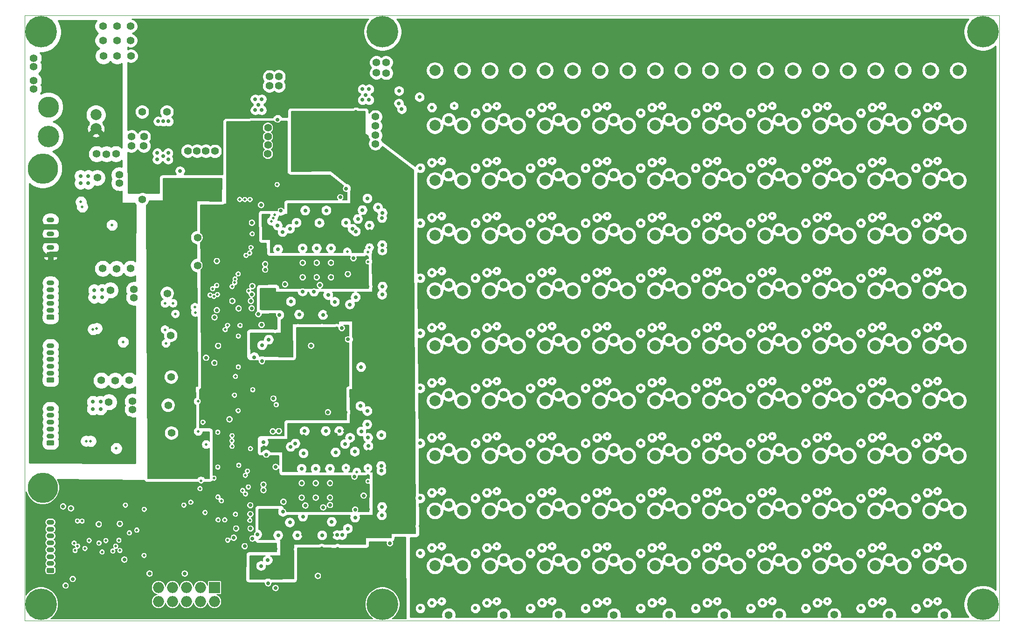
<source format=gbr>
G04 #@! TF.GenerationSoftware,KiCad,Pcbnew,(5.1.5)-3*
G04 #@! TF.CreationDate,2020-11-28T21:49:59-05:00*
G04 #@! TF.ProjectId,floater,666c6f61-7465-4722-9e6b-696361645f70,rev?*
G04 #@! TF.SameCoordinates,PXfb691c48PY5f5e038*
G04 #@! TF.FileFunction,Copper,L3,Inr*
G04 #@! TF.FilePolarity,Positive*
%FSLAX46Y46*%
G04 Gerber Fmt 4.6, Leading zero omitted, Abs format (unit mm)*
G04 Created by KiCad (PCBNEW (5.1.5)-3) date 2020-11-28 21:49:59*
%MOMM*%
%LPD*%
G04 APERTURE LIST*
%ADD10C,0.050000*%
%ADD11C,5.500000*%
%ADD12R,2.000000X2.000000*%
%ADD13O,2.000000X2.000000*%
%ADD14O,1.400000X0.900000*%
%ADD15C,0.100000*%
%ADD16C,2.000000*%
%ADD17C,3.800000*%
%ADD18C,3.890000*%
%ADD19C,5.715000*%
%ADD20C,1.400000*%
%ADD21C,0.711200*%
%ADD22C,0.508000*%
%ADD23C,1.000000*%
%ADD24C,0.254000*%
%ADD25C,0.200000*%
G04 APERTURE END LIST*
D10*
X176997560Y-200D02*
X-2440Y-200D01*
X176997560Y109999800D02*
X-2440Y109999800D01*
X176997560Y-200D02*
X176997560Y109999800D01*
X-2440Y109999800D02*
X-2440Y-200D01*
D11*
X3294080Y82149500D03*
X3294080Y24149500D03*
D12*
X34490660Y6024880D03*
D13*
X34490660Y3484880D03*
X31950660Y6024880D03*
X31950660Y3484880D03*
X29410660Y6024880D03*
X29410660Y3484880D03*
X26870660Y6024880D03*
X26870660Y3484880D03*
X24330660Y6024880D03*
X24330660Y3484880D03*
D14*
X4701540Y38563880D03*
X4701540Y37313880D03*
X4701540Y36063880D03*
X4701540Y34813880D03*
X4701540Y33563880D03*
G04 #@! TA.AperFunction,ViaPad*
D15*
G36*
X5198594Y32762797D02*
G01*
X5220435Y32759557D01*
X5241854Y32754192D01*
X5262644Y32746753D01*
X5282604Y32737312D01*
X5301543Y32725961D01*
X5319278Y32712807D01*
X5335639Y32697979D01*
X5350467Y32681618D01*
X5363621Y32663883D01*
X5374972Y32644944D01*
X5384413Y32624984D01*
X5391852Y32604194D01*
X5397217Y32582775D01*
X5400457Y32560934D01*
X5401540Y32538880D01*
X5401540Y32088880D01*
X5400457Y32066826D01*
X5397217Y32044985D01*
X5391852Y32023566D01*
X5384413Y32002776D01*
X5374972Y31982816D01*
X5363621Y31963877D01*
X5350467Y31946142D01*
X5335639Y31929781D01*
X5319278Y31914953D01*
X5301543Y31901799D01*
X5282604Y31890448D01*
X5262644Y31881007D01*
X5241854Y31873568D01*
X5220435Y31868203D01*
X5198594Y31864963D01*
X5176540Y31863880D01*
X4226540Y31863880D01*
X4204486Y31864963D01*
X4182645Y31868203D01*
X4161226Y31873568D01*
X4140436Y31881007D01*
X4120476Y31890448D01*
X4101537Y31901799D01*
X4083802Y31914953D01*
X4067441Y31929781D01*
X4052613Y31946142D01*
X4039459Y31963877D01*
X4028108Y31982816D01*
X4018667Y32002776D01*
X4011228Y32023566D01*
X4005863Y32044985D01*
X4002623Y32066826D01*
X4001540Y32088880D01*
X4001540Y32538880D01*
X4002623Y32560934D01*
X4005863Y32582775D01*
X4011228Y32604194D01*
X4018667Y32624984D01*
X4028108Y32644944D01*
X4039459Y32663883D01*
X4052613Y32681618D01*
X4067441Y32697979D01*
X4083802Y32712807D01*
X4101537Y32725961D01*
X4120476Y32737312D01*
X4140436Y32746753D01*
X4161226Y32754192D01*
X4182645Y32759557D01*
X4204486Y32762797D01*
X4226540Y32763880D01*
X5176540Y32763880D01*
X5198594Y32762797D01*
G37*
G04 #@! TD.AperFunction*
D14*
X4709160Y17888920D03*
X4709160Y16638920D03*
X4709160Y15388920D03*
X4709160Y14138920D03*
X4709160Y12888920D03*
X4709160Y11638920D03*
X4709160Y10388920D03*
G04 #@! TA.AperFunction,ViaPad*
D15*
G36*
X5206214Y9587837D02*
G01*
X5228055Y9584597D01*
X5249474Y9579232D01*
X5270264Y9571793D01*
X5290224Y9562352D01*
X5309163Y9551001D01*
X5326898Y9537847D01*
X5343259Y9523019D01*
X5358087Y9506658D01*
X5371241Y9488923D01*
X5382592Y9469984D01*
X5392033Y9450024D01*
X5399472Y9429234D01*
X5404837Y9407815D01*
X5408077Y9385974D01*
X5409160Y9363920D01*
X5409160Y8913920D01*
X5408077Y8891866D01*
X5404837Y8870025D01*
X5399472Y8848606D01*
X5392033Y8827816D01*
X5382592Y8807856D01*
X5371241Y8788917D01*
X5358087Y8771182D01*
X5343259Y8754821D01*
X5326898Y8739993D01*
X5309163Y8726839D01*
X5290224Y8715488D01*
X5270264Y8706047D01*
X5249474Y8698608D01*
X5228055Y8693243D01*
X5206214Y8690003D01*
X5184160Y8688920D01*
X4234160Y8688920D01*
X4212106Y8690003D01*
X4190265Y8693243D01*
X4168846Y8698608D01*
X4148056Y8706047D01*
X4128096Y8715488D01*
X4109157Y8726839D01*
X4091422Y8739993D01*
X4075061Y8754821D01*
X4060233Y8771182D01*
X4047079Y8788917D01*
X4035728Y8807856D01*
X4026287Y8827816D01*
X4018848Y8848606D01*
X4013483Y8870025D01*
X4010243Y8891866D01*
X4009160Y8913920D01*
X4009160Y9363920D01*
X4010243Y9385974D01*
X4013483Y9407815D01*
X4018848Y9429234D01*
X4026287Y9450024D01*
X4035728Y9469984D01*
X4047079Y9488923D01*
X4060233Y9506658D01*
X4075061Y9523019D01*
X4091422Y9537847D01*
X4109157Y9551001D01*
X4128096Y9562352D01*
X4148056Y9571793D01*
X4168846Y9579232D01*
X4190265Y9584597D01*
X4212106Y9587837D01*
X4234160Y9588920D01*
X5184160Y9588920D01*
X5206214Y9587837D01*
G37*
G04 #@! TD.AperFunction*
D14*
X4701540Y49982874D03*
X4701540Y48732874D03*
X4701540Y47482874D03*
X4701540Y46232874D03*
X4701540Y44982874D03*
G04 #@! TA.AperFunction,ViaPad*
D15*
G36*
X5198594Y44181791D02*
G01*
X5220435Y44178551D01*
X5241854Y44173186D01*
X5262644Y44165747D01*
X5282604Y44156306D01*
X5301543Y44144955D01*
X5319278Y44131801D01*
X5335639Y44116973D01*
X5350467Y44100612D01*
X5363621Y44082877D01*
X5374972Y44063938D01*
X5384413Y44043978D01*
X5391852Y44023188D01*
X5397217Y44001769D01*
X5400457Y43979928D01*
X5401540Y43957874D01*
X5401540Y43507874D01*
X5400457Y43485820D01*
X5397217Y43463979D01*
X5391852Y43442560D01*
X5384413Y43421770D01*
X5374972Y43401810D01*
X5363621Y43382871D01*
X5350467Y43365136D01*
X5335639Y43348775D01*
X5319278Y43333947D01*
X5301543Y43320793D01*
X5282604Y43309442D01*
X5262644Y43300001D01*
X5241854Y43292562D01*
X5220435Y43287197D01*
X5198594Y43283957D01*
X5176540Y43282874D01*
X4226540Y43282874D01*
X4204486Y43283957D01*
X4182645Y43287197D01*
X4161226Y43292562D01*
X4140436Y43300001D01*
X4120476Y43309442D01*
X4101537Y43320793D01*
X4083802Y43333947D01*
X4067441Y43348775D01*
X4052613Y43365136D01*
X4039459Y43382871D01*
X4028108Y43401810D01*
X4018667Y43421770D01*
X4011228Y43442560D01*
X4005863Y43463979D01*
X4002623Y43485820D01*
X4001540Y43507874D01*
X4001540Y43957874D01*
X4002623Y43979928D01*
X4005863Y44001769D01*
X4011228Y44023188D01*
X4018667Y44043978D01*
X4028108Y44063938D01*
X4039459Y44082877D01*
X4052613Y44100612D01*
X4067441Y44116973D01*
X4083802Y44131801D01*
X4101537Y44144955D01*
X4120476Y44156306D01*
X4140436Y44165747D01*
X4161226Y44173186D01*
X4182645Y44178551D01*
X4204486Y44181791D01*
X4226540Y44182874D01*
X5176540Y44182874D01*
X5198594Y44181791D01*
G37*
G04 #@! TD.AperFunction*
D14*
X4701540Y61401867D03*
X4701540Y60151867D03*
X4701540Y58901867D03*
X4701540Y57651867D03*
X4701540Y56401867D03*
G04 #@! TA.AperFunction,ViaPad*
D15*
G36*
X5198594Y55600784D02*
G01*
X5220435Y55597544D01*
X5241854Y55592179D01*
X5262644Y55584740D01*
X5282604Y55575299D01*
X5301543Y55563948D01*
X5319278Y55550794D01*
X5335639Y55535966D01*
X5350467Y55519605D01*
X5363621Y55501870D01*
X5374972Y55482931D01*
X5384413Y55462971D01*
X5391852Y55442181D01*
X5397217Y55420762D01*
X5400457Y55398921D01*
X5401540Y55376867D01*
X5401540Y54926867D01*
X5400457Y54904813D01*
X5397217Y54882972D01*
X5391852Y54861553D01*
X5384413Y54840763D01*
X5374972Y54820803D01*
X5363621Y54801864D01*
X5350467Y54784129D01*
X5335639Y54767768D01*
X5319278Y54752940D01*
X5301543Y54739786D01*
X5282604Y54728435D01*
X5262644Y54718994D01*
X5241854Y54711555D01*
X5220435Y54706190D01*
X5198594Y54702950D01*
X5176540Y54701867D01*
X4226540Y54701867D01*
X4204486Y54702950D01*
X4182645Y54706190D01*
X4161226Y54711555D01*
X4140436Y54718994D01*
X4120476Y54728435D01*
X4101537Y54739786D01*
X4083802Y54752940D01*
X4067441Y54767768D01*
X4052613Y54784129D01*
X4039459Y54801864D01*
X4028108Y54820803D01*
X4018667Y54840763D01*
X4011228Y54861553D01*
X4005863Y54882972D01*
X4002623Y54904813D01*
X4001540Y54926867D01*
X4001540Y55376867D01*
X4002623Y55398921D01*
X4005863Y55420762D01*
X4011228Y55442181D01*
X4018667Y55462971D01*
X4028108Y55482931D01*
X4039459Y55501870D01*
X4052613Y55519605D01*
X4067441Y55535966D01*
X4083802Y55550794D01*
X4101537Y55563948D01*
X4120476Y55575299D01*
X4140436Y55584740D01*
X4161226Y55592179D01*
X4182645Y55597544D01*
X4204486Y55600784D01*
X4226540Y55601867D01*
X5176540Y55601867D01*
X5198594Y55600784D01*
G37*
G04 #@! TD.AperFunction*
D14*
X4701540Y72820860D03*
X4701540Y71570860D03*
X4701540Y70320860D03*
X4701540Y69070860D03*
X4701540Y67820860D03*
G04 #@! TA.AperFunction,ViaPad*
D15*
G36*
X5198594Y67019777D02*
G01*
X5220435Y67016537D01*
X5241854Y67011172D01*
X5262644Y67003733D01*
X5282604Y66994292D01*
X5301543Y66982941D01*
X5319278Y66969787D01*
X5335639Y66954959D01*
X5350467Y66938598D01*
X5363621Y66920863D01*
X5374972Y66901924D01*
X5384413Y66881964D01*
X5391852Y66861174D01*
X5397217Y66839755D01*
X5400457Y66817914D01*
X5401540Y66795860D01*
X5401540Y66345860D01*
X5400457Y66323806D01*
X5397217Y66301965D01*
X5391852Y66280546D01*
X5384413Y66259756D01*
X5374972Y66239796D01*
X5363621Y66220857D01*
X5350467Y66203122D01*
X5335639Y66186761D01*
X5319278Y66171933D01*
X5301543Y66158779D01*
X5282604Y66147428D01*
X5262644Y66137987D01*
X5241854Y66130548D01*
X5220435Y66125183D01*
X5198594Y66121943D01*
X5176540Y66120860D01*
X4226540Y66120860D01*
X4204486Y66121943D01*
X4182645Y66125183D01*
X4161226Y66130548D01*
X4140436Y66137987D01*
X4120476Y66147428D01*
X4101537Y66158779D01*
X4083802Y66171933D01*
X4067441Y66186761D01*
X4052613Y66203122D01*
X4039459Y66220857D01*
X4028108Y66239796D01*
X4018667Y66259756D01*
X4011228Y66280546D01*
X4005863Y66301965D01*
X4002623Y66323806D01*
X4001540Y66345860D01*
X4001540Y66795860D01*
X4002623Y66817914D01*
X4005863Y66839755D01*
X4011228Y66861174D01*
X4018667Y66881964D01*
X4028108Y66901924D01*
X4039459Y66920863D01*
X4052613Y66938598D01*
X4067441Y66954959D01*
X4083802Y66969787D01*
X4101537Y66982941D01*
X4120476Y66994292D01*
X4140436Y67003733D01*
X4161226Y67011172D01*
X4182645Y67016537D01*
X4204486Y67019777D01*
X4226540Y67020860D01*
X5176540Y67020860D01*
X5198594Y67019777D01*
G37*
G04 #@! TD.AperFunction*
D16*
X164497560Y9999800D03*
X169497560Y9999800D03*
X154497560Y9999800D03*
X159497560Y9999800D03*
X144497560Y9999800D03*
X149497560Y9999800D03*
X134497560Y9999800D03*
X139497560Y9999800D03*
X124497560Y9999800D03*
X129497560Y9999800D03*
X114497560Y9999800D03*
X119497560Y9999800D03*
X104497560Y9999800D03*
X109497560Y9999800D03*
X94497560Y9999800D03*
X99497560Y9999800D03*
X84497560Y9999800D03*
X89497560Y9999800D03*
X74497560Y9999800D03*
X79497560Y9999800D03*
X164497560Y19999800D03*
X169497560Y19999800D03*
X154497560Y19999800D03*
X159497560Y19999800D03*
X144497560Y19999800D03*
X149497560Y19999800D03*
X134497560Y19999800D03*
X139497560Y19999800D03*
X124497560Y19999800D03*
X129497560Y19999800D03*
X114497560Y19999800D03*
X119497560Y19999800D03*
X104497560Y19999800D03*
X109497560Y19999800D03*
X94497560Y19999800D03*
X99497560Y19999800D03*
X84497560Y19999800D03*
X89497560Y19999800D03*
X74497560Y19999800D03*
X79497560Y19999800D03*
X164497560Y29999800D03*
X169497560Y29999800D03*
X154497560Y29999800D03*
X159497560Y29999800D03*
X144497560Y29999800D03*
X149497560Y29999800D03*
X134497560Y29999800D03*
X139497560Y29999800D03*
X124497560Y29999800D03*
X129497560Y29999800D03*
X114497560Y29999800D03*
X119497560Y29999800D03*
X104497560Y29999800D03*
X109497560Y29999800D03*
X94497560Y29999800D03*
X99497560Y29999800D03*
X84497560Y29999800D03*
X89497560Y29999800D03*
X74497560Y29999800D03*
X79497560Y29999800D03*
X164497560Y39999800D03*
X169497560Y39999800D03*
X154497560Y39999800D03*
X159497560Y39999800D03*
X144497560Y39999800D03*
X149497560Y39999800D03*
X134497560Y39999800D03*
X139497560Y39999800D03*
X124497560Y39999800D03*
X129497560Y39999800D03*
X114497560Y39999800D03*
X119497560Y39999800D03*
X104497560Y39999800D03*
X109497560Y39999800D03*
X94497560Y39999800D03*
X99497560Y39999800D03*
X84497560Y39999800D03*
X89497560Y39999800D03*
X74497560Y39999800D03*
X79497560Y39999800D03*
X164497560Y49999800D03*
X169497560Y49999800D03*
X154497560Y49999800D03*
X159497560Y49999800D03*
X144497560Y49999800D03*
X149497560Y49999800D03*
X134497560Y49999800D03*
X139497560Y49999800D03*
X124497560Y49999800D03*
X129497560Y49999800D03*
X114497560Y49999800D03*
X119497560Y49999800D03*
X104497560Y49999800D03*
X109497560Y49999800D03*
X94497560Y49999800D03*
X99497560Y49999800D03*
X84497560Y49999800D03*
X89497560Y49999800D03*
X74497560Y49999800D03*
X79497560Y49999800D03*
X164497560Y59999800D03*
X169497560Y59999800D03*
X154497560Y59999800D03*
X159497560Y59999800D03*
X144497560Y59999800D03*
X149497560Y59999800D03*
X134497560Y59999800D03*
X139497560Y59999800D03*
X124497560Y59999800D03*
X129497560Y59999800D03*
X114497560Y59999800D03*
X119497560Y59999800D03*
X104497560Y59999800D03*
X109497560Y59999800D03*
X94497560Y59999800D03*
X99497560Y59999800D03*
X84497560Y59999800D03*
X89497560Y59999800D03*
X74497560Y59999800D03*
X79497560Y59999800D03*
X164497560Y69999800D03*
X169497560Y69999800D03*
X154497560Y69999800D03*
X159497560Y69999800D03*
X144497560Y69999800D03*
X149497560Y69999800D03*
X134497560Y69999800D03*
X139497560Y69999800D03*
X124497560Y69999800D03*
X129497560Y69999800D03*
X114497560Y69999800D03*
X119497560Y69999800D03*
X104497560Y69999800D03*
X109497560Y69999800D03*
X94497560Y69999800D03*
X99497560Y69999800D03*
X84497560Y69999800D03*
X89497560Y69999800D03*
X74497560Y69999800D03*
X79497560Y69999800D03*
X164497560Y79999800D03*
X169497560Y79999800D03*
X154497560Y79999800D03*
X159497560Y79999800D03*
X144497560Y79999800D03*
X149497560Y79999800D03*
X134497560Y79999800D03*
X139497560Y79999800D03*
X124497560Y79999800D03*
X129497560Y79999800D03*
X114497560Y79999800D03*
X119497560Y79999800D03*
X104497560Y79999800D03*
X109497560Y79999800D03*
X94497560Y79999800D03*
X99497560Y79999800D03*
X84497560Y79999800D03*
X89497560Y79999800D03*
X74497560Y79999800D03*
X79497560Y79999800D03*
X164497560Y89999800D03*
X169497560Y89999800D03*
X154497560Y89999800D03*
X159497560Y89999800D03*
X144497560Y89999800D03*
X149497560Y89999800D03*
X134497560Y89999800D03*
X139497560Y89999800D03*
X124497560Y89999800D03*
X129497560Y89999800D03*
X114497560Y89999800D03*
X119497560Y89999800D03*
X104497560Y89999800D03*
X109497560Y89999800D03*
X94497560Y89999800D03*
X99497560Y89999800D03*
X84497560Y89999800D03*
X89497560Y89999800D03*
X74497560Y89999800D03*
X79497560Y89999800D03*
X164497560Y99999800D03*
X169497560Y99999800D03*
X154497560Y99999800D03*
X159497560Y99999800D03*
X144497560Y99999800D03*
X149497560Y99999800D03*
X134497560Y99999800D03*
X139497560Y99999800D03*
X124497560Y99999800D03*
X129497560Y99999800D03*
X114497560Y99999800D03*
X119497560Y99999800D03*
X104497560Y99999800D03*
X109497560Y99999800D03*
X94497560Y99999800D03*
X99497560Y99999800D03*
X84497560Y99999800D03*
X89497560Y99999800D03*
X74497560Y99999800D03*
X79497560Y99999800D03*
D17*
X4321620Y93345460D03*
D18*
X4321620Y88005460D03*
D16*
X12961620Y91945460D03*
X12961620Y89405460D03*
D19*
X2997560Y106999800D03*
X2997560Y2999800D03*
X173997560Y106999800D03*
X173997560Y2999800D03*
X64997560Y2999800D03*
X64997560Y106999800D03*
D20*
X127007380Y41074580D03*
X127007380Y1074660D03*
X127007380Y71074520D03*
X127007380Y61074540D03*
X127007380Y21074620D03*
X127007380Y11074640D03*
X127007380Y91074480D03*
X127007380Y81074500D03*
X127007380Y51074560D03*
X127007380Y31074600D03*
X127007380Y96326720D03*
X127007380Y86326740D03*
X127007380Y76326760D03*
X127007380Y16326880D03*
X127007380Y36326840D03*
X127007380Y66326780D03*
X127007380Y56326800D03*
X127007380Y46326820D03*
X127007380Y26326860D03*
X117007400Y41079660D03*
X117007400Y1079740D03*
X117007400Y71079600D03*
X117007400Y61079620D03*
X117007400Y21079700D03*
X117007400Y11079720D03*
X117007400Y91079560D03*
X117007400Y81079580D03*
X117007400Y51079640D03*
X117007400Y31079680D03*
X117007400Y96331800D03*
X117007400Y86331820D03*
X117007400Y76331840D03*
X117007400Y16331960D03*
X117007400Y36331920D03*
X117007400Y66331860D03*
X117007400Y56331880D03*
X117007400Y46331900D03*
X117007400Y26331940D03*
X107007420Y41074580D03*
X107007420Y1074660D03*
X107007420Y71074520D03*
X107007420Y61074540D03*
X107007420Y21074620D03*
X107007420Y11074640D03*
X107007420Y91074480D03*
X107007420Y81074500D03*
X107007420Y51074560D03*
X107007420Y31074600D03*
X107007420Y96326720D03*
X107007420Y86326740D03*
X107007420Y76326760D03*
X107007420Y16326880D03*
X107007420Y36326840D03*
X107007420Y66326780D03*
X107007420Y56326800D03*
X107007420Y46326820D03*
X107007420Y26326860D03*
X87010000Y41074580D03*
X87010000Y1074660D03*
X87010000Y71074520D03*
X87010000Y61074540D03*
X87010000Y21074620D03*
X87010000Y11074640D03*
X87010000Y91074480D03*
X87010000Y81074500D03*
X87010000Y51074560D03*
X87010000Y31074600D03*
X87010000Y96326720D03*
X87010000Y86326740D03*
X87010000Y76326760D03*
X87010000Y6326900D03*
X87010000Y16326880D03*
X87010000Y36326840D03*
X87010000Y66326780D03*
X87010000Y56326800D03*
X87010000Y46326820D03*
X87010000Y26326860D03*
X77007480Y41074580D03*
X77007480Y1074660D03*
X77007480Y71074520D03*
X77007480Y61074540D03*
X77007480Y21074620D03*
X77007480Y11074640D03*
X77007480Y91074480D03*
X77007480Y81074500D03*
X77007480Y51074560D03*
X77007480Y31074600D03*
X77007480Y96326720D03*
X77007480Y86326740D03*
X77007480Y76326760D03*
X77007480Y6326900D03*
X77007480Y16326880D03*
X77007480Y36326840D03*
X77007480Y66326780D03*
X77007480Y56326800D03*
X77007480Y46326820D03*
X77007480Y26326860D03*
X97007440Y41077120D03*
X97007440Y1077200D03*
X97007440Y71077060D03*
X97007440Y61077080D03*
X97007440Y21077160D03*
X97007440Y11077180D03*
X97007440Y91077020D03*
X97007440Y81077040D03*
X97007440Y51077100D03*
X97007440Y31077140D03*
X97007440Y96329260D03*
X97007440Y86329280D03*
X97007440Y76329300D03*
X97007440Y6329440D03*
X97007440Y16329420D03*
X97007440Y36329380D03*
X97007440Y66329320D03*
X97007440Y56329340D03*
X97007440Y46329360D03*
X97007440Y26329400D03*
X137009900Y41077120D03*
X137009900Y1077200D03*
X137009900Y71077060D03*
X137009900Y61077080D03*
X137009900Y21077160D03*
X137009900Y11077180D03*
X137009900Y91077020D03*
X137009900Y81077040D03*
X137009900Y51077100D03*
X137009900Y31077140D03*
X137009900Y96329260D03*
X137009900Y86329280D03*
X137009900Y76329300D03*
X137009900Y6329440D03*
X137009900Y16329420D03*
X137009900Y36329380D03*
X137009900Y66329320D03*
X137009900Y56329340D03*
X137009900Y46329360D03*
X137009900Y26329400D03*
X147009880Y41079660D03*
X147009880Y1079740D03*
X147009880Y71079600D03*
X147009880Y61079620D03*
X147009880Y21079700D03*
X147009880Y11079720D03*
X147009880Y91079560D03*
X147009880Y81079580D03*
X147009880Y51079640D03*
X147009880Y31079680D03*
X147009880Y96331800D03*
X147009880Y86331820D03*
X147009880Y76331840D03*
X147009880Y6331980D03*
X147009880Y16331960D03*
X147009880Y36331920D03*
X147009880Y66331860D03*
X147009880Y56331880D03*
X147009880Y46331900D03*
X147009880Y26331940D03*
X157007320Y41079660D03*
X157007320Y1079740D03*
X157007320Y71079600D03*
X157007320Y61079620D03*
X157007320Y21079700D03*
X157007320Y11079720D03*
X157007320Y91079560D03*
X157007320Y81079580D03*
X157007320Y51079640D03*
X157007320Y31079680D03*
X157007320Y96331800D03*
X157007320Y86331820D03*
X157007320Y76331840D03*
X157007320Y6331980D03*
X157007320Y16331960D03*
X157007320Y36331920D03*
X157007320Y66331860D03*
X157007320Y56331880D03*
X157007320Y46331900D03*
X157007320Y26331940D03*
X32619950Y105630980D03*
X32619950Y108224320D03*
X35115500Y105630980D03*
X35115500Y108224320D03*
X35179000Y102816660D03*
X32683450Y102816660D03*
X37367210Y105630980D03*
X37367210Y108224320D03*
X39862760Y105630980D03*
X39862760Y108224320D03*
X39926260Y102816660D03*
X37430710Y102816660D03*
X42139870Y105658920D03*
X42139870Y108252260D03*
X44635420Y105658920D03*
X44635420Y108252260D03*
X44698920Y102844600D03*
X42203370Y102844600D03*
X46940470Y105684320D03*
X46940470Y108277660D03*
X49436020Y105684320D03*
X49436020Y108277660D03*
X49499520Y102870000D03*
X47003970Y102870000D03*
X52068730Y105742740D03*
X52068730Y108336080D03*
X54564280Y105742740D03*
X54564280Y108336080D03*
X54627780Y102928420D03*
X52132230Y102928420D03*
X27600910Y100182680D03*
X27600910Y102776020D03*
X30096460Y100182680D03*
X30096460Y102776020D03*
X30159960Y97368360D03*
X27664410Y97368360D03*
X22584410Y105577640D03*
X25079960Y105577640D03*
X25079960Y108170980D03*
X22647910Y102763320D03*
X22584410Y108170980D03*
X25143460Y102763320D03*
X19253200Y105443020D03*
X16757650Y105443020D03*
X14262100Y105443020D03*
X19316700Y102628700D03*
X16821150Y102628700D03*
X14325600Y102628700D03*
X1620520Y100705920D03*
X1630680Y96654620D03*
X1620520Y98135440D03*
X19192240Y54983380D03*
X19222720Y56713120D03*
X19184620Y53322220D03*
X16337280Y75702160D03*
X16992600Y77505560D03*
X16329660Y74041000D03*
D21*
X32633920Y54411880D03*
D20*
X16690340Y63974980D03*
X15575280Y60060840D03*
X19875500Y60177680D03*
X14201140Y63992760D03*
X19875500Y58724800D03*
X19276060Y63992760D03*
X14884400Y84805520D03*
X13202920Y80492600D03*
X17185640Y81003140D03*
X13091160Y84820760D03*
X17185640Y79550260D03*
X16586200Y84818220D03*
D21*
X12402820Y39776400D03*
X12400280Y38481000D03*
X13822680Y39794180D03*
X13807440Y38470840D03*
X12654280Y60071000D03*
X12651740Y58775600D03*
X14074140Y60088780D03*
X14058900Y58765440D03*
X10160000Y79517240D03*
X11567160Y79507080D03*
X11582400Y80830420D03*
X10162540Y80812640D03*
X62557660Y96611440D03*
X62557660Y94632780D03*
X61937900Y95547180D03*
X61361320Y94632780D03*
X61361320Y96611440D03*
X24089360Y85013800D03*
X26068020Y85013800D03*
X25153620Y84394040D03*
X26068020Y83817460D03*
X24089360Y83817460D03*
X42443400Y93710760D03*
X43063160Y92796360D03*
X41866820Y92796360D03*
X43063160Y94775020D03*
X41866820Y94775020D03*
D20*
X32456120Y77442060D03*
X34973260Y77467460D03*
X32440880Y79070200D03*
D22*
X32766830Y19660430D03*
D21*
X53060600Y67663060D03*
X50502820Y62400180D03*
X55633620Y67663060D03*
X50502820Y67663060D03*
X50502820Y65041780D03*
X53060600Y62400180D03*
X53060600Y65041780D03*
X55633620Y62400180D03*
X55633620Y65041780D03*
X55455820Y25008840D03*
X52882800Y25008840D03*
X55455820Y22367240D03*
X52882800Y22367240D03*
X50325020Y22367240D03*
X50325020Y25008840D03*
X55455820Y27630120D03*
X52882800Y27630120D03*
X50325020Y27630120D03*
D22*
X165744920Y43576000D03*
D21*
X81847540Y12271860D03*
X91839900Y12271860D03*
X93939900Y13264420D03*
X83947540Y13264420D03*
X101844960Y12269320D03*
X103944960Y13261880D03*
X153944860Y13259340D03*
X71847560Y12266780D03*
X151844860Y12266780D03*
X73947560Y13259340D03*
X161842300Y12269320D03*
X111844940Y12269320D03*
X113944940Y13261880D03*
X163942300Y13261880D03*
X133944900Y13259340D03*
X131844900Y12266780D03*
X143944880Y13259340D03*
X141844880Y12266780D03*
X123947460Y13256800D03*
X121847460Y12264240D03*
X81847540Y22271840D03*
X91839900Y22271840D03*
X93939900Y23264400D03*
X83947540Y23264400D03*
X101844960Y22269300D03*
X103944960Y23261860D03*
X153944860Y23259320D03*
X71847560Y22266760D03*
X151844860Y22266760D03*
X73947560Y23259320D03*
X161842300Y22269300D03*
X111844940Y22269300D03*
X113944940Y23261860D03*
X163942300Y23261860D03*
X133944900Y23259320D03*
X131844900Y22266760D03*
X143944880Y23259320D03*
X141844880Y22266760D03*
X81847540Y52271780D03*
X91839900Y52271780D03*
X93939900Y53264340D03*
X83947540Y53264340D03*
X101844960Y52269240D03*
X103944960Y53261800D03*
X153944860Y53259260D03*
X151844860Y52266700D03*
X73947560Y53259260D03*
X161842300Y52269240D03*
X111844940Y52269240D03*
X113944940Y53261800D03*
X163942300Y53261800D03*
X133944900Y53259260D03*
X131844900Y52266700D03*
X143944880Y53259260D03*
X141844880Y52266700D03*
X123947460Y53256720D03*
X121847460Y52264160D03*
X81847540Y62271760D03*
X91839900Y62271760D03*
X93939900Y63264320D03*
X83947540Y63264320D03*
X101844960Y62269220D03*
X103944960Y63261780D03*
X153944860Y63259240D03*
X71847560Y62266680D03*
X151844860Y62266680D03*
X73947560Y63259240D03*
X161842300Y62269220D03*
X111844940Y62269220D03*
X113944940Y63261780D03*
X163942300Y63261780D03*
X133944900Y63259240D03*
X131844900Y62266680D03*
X143944880Y63259240D03*
X141844880Y62266680D03*
X123947460Y63256700D03*
X121847460Y62264140D03*
X81847540Y72271740D03*
X91839900Y72271740D03*
X93939900Y73264300D03*
X83947540Y73264300D03*
X101844960Y72269200D03*
X103944960Y73261760D03*
X153944860Y73259220D03*
X71847560Y72266660D03*
X151844860Y72266660D03*
X73947560Y73259220D03*
X161842300Y72269200D03*
X111844940Y72269200D03*
X113944940Y73261760D03*
X163942300Y73261760D03*
X133944900Y73259220D03*
X131844900Y72266660D03*
X143944880Y73259220D03*
X141844880Y72266660D03*
X123947460Y73256680D03*
X121847460Y72264120D03*
X81847540Y82271720D03*
X91839900Y82271720D03*
X93939900Y83264280D03*
X83947540Y83264280D03*
X101844960Y82269180D03*
X103944960Y83261740D03*
X153944860Y83259200D03*
X71847560Y82266640D03*
X151844860Y82266640D03*
X73947560Y83259200D03*
X161842300Y82269180D03*
X111844940Y82269180D03*
X113944940Y83261740D03*
X163942300Y83261740D03*
X133944900Y83259200D03*
X131844900Y82266640D03*
X143944880Y83259200D03*
X141844880Y82266640D03*
X123947460Y83256660D03*
X121847460Y82264100D03*
X81847540Y92271700D03*
X91839900Y92271700D03*
X93939900Y93264260D03*
X83947540Y93264260D03*
X101844960Y92269160D03*
X103944960Y93261720D03*
X153944860Y93259180D03*
X151844860Y92266620D03*
X73947560Y93259180D03*
X161842300Y92269160D03*
X111844940Y92269160D03*
X113944940Y93261720D03*
X163942300Y93261720D03*
X133944900Y93259180D03*
X131844900Y92266620D03*
X143944880Y93259180D03*
X141844880Y92266620D03*
X123947460Y93256640D03*
X121847460Y92264080D03*
X81847540Y42271800D03*
X91839900Y42271800D03*
X93939900Y43264360D03*
X83947540Y43264360D03*
X101844960Y42269260D03*
X103944960Y43261820D03*
X153944860Y43259280D03*
X71847560Y42266720D03*
X151844860Y42266720D03*
X73947560Y43259280D03*
X161842300Y42269260D03*
X111844940Y42269260D03*
X113944940Y43261820D03*
X163942300Y43261820D03*
X133944900Y43259280D03*
X131844900Y42266720D03*
X143944880Y43259280D03*
X141844880Y42266720D03*
X123947460Y43256740D03*
X121847460Y42264180D03*
X81847540Y32271820D03*
X91839900Y32271820D03*
X93939900Y33264380D03*
X83947540Y33264380D03*
X101844960Y32269280D03*
X103944960Y33261840D03*
X153944860Y33259300D03*
X71847560Y32266740D03*
X151844860Y32266740D03*
X73947560Y33259300D03*
X161842300Y32269280D03*
X111844940Y32269280D03*
X113944940Y33261840D03*
X163942300Y33261840D03*
X133944900Y33259300D03*
X131844900Y32266740D03*
X143944880Y33259300D03*
X141844880Y32266740D03*
X123947460Y33256760D03*
X121847460Y32264200D03*
X123947460Y23256780D03*
X121847460Y22264220D03*
X161842300Y2269340D03*
X163942300Y3261900D03*
X151844860Y2266800D03*
X153944860Y3259360D03*
X141844880Y2266800D03*
X143944880Y3259360D03*
X131844900Y2266800D03*
X133944900Y3259360D03*
X121847460Y2264260D03*
X123947460Y3256820D03*
X111844940Y2269340D03*
X113944940Y3261900D03*
X101844960Y2269340D03*
X103944960Y3261900D03*
X91839900Y2271880D03*
X93939900Y3264440D03*
X81847540Y2271880D03*
X83947540Y3264440D03*
X73947560Y3259360D03*
X71847560Y2266800D03*
X71847560Y52266700D03*
X43685180Y64807820D03*
X43682440Y63807820D03*
X41285160Y59321700D03*
X41361360Y60794900D03*
X41291880Y72307820D03*
X46542960Y74490580D03*
X57325260Y76936600D03*
X61368380Y74591620D03*
X62635880Y71807820D03*
X57591960Y53162200D03*
X54201060Y55577740D03*
X46248320Y55572660D03*
X43096180Y47162720D03*
X41719500Y47876460D03*
X52037800Y49970240D03*
X59573160Y71234300D03*
X49384580Y72316980D03*
X48193960Y71234300D03*
X45958760Y71805800D03*
X46873160Y70624700D03*
D22*
X36865560Y53670200D03*
X38818799Y51716961D03*
X38818799Y46116261D03*
D21*
X48376200Y57983760D03*
X59077860Y57454800D03*
X60119260Y58788300D03*
X53563520Y72288400D03*
X60157360Y70739000D03*
X65008760Y74091800D03*
X60530740Y72994520D03*
X64173100Y75077320D03*
X37739320Y58099960D03*
X38856920Y56748680D03*
X44355380Y51072420D03*
X43148880Y50052600D03*
X42468800Y55686960D03*
X61112400Y46101000D03*
X53634640Y61000640D03*
X58371740Y78519020D03*
X34919920Y65354200D03*
X42938700Y75549760D03*
X35148520Y49941480D03*
X43418760Y32410400D03*
X43386820Y24741060D03*
X43386060Y23741060D03*
X40985440Y20975320D03*
X40995600Y19364960D03*
X42245280Y15687040D03*
X46060360Y15521940D03*
X49535080Y15501620D03*
X57660540Y15560040D03*
X64866520Y19141440D03*
X64927480Y20660360D03*
X64788220Y27241060D03*
X64764920Y28127960D03*
X62411660Y31741060D03*
X64780460Y33741060D03*
X61168360Y34396760D03*
X57160160Y34472880D03*
X54696360Y34455100D03*
X50860960Y34439860D03*
X46156880Y34447480D03*
X48333660Y31592520D03*
X46934120Y19791680D03*
X48176180Y17843500D03*
X50546000Y18905220D03*
X54056280Y15501620D03*
X55778400Y17967960D03*
X56781700Y15560040D03*
X54239160Y20591780D03*
X60027820Y18750280D03*
X60035440Y20208240D03*
X58709560Y16730980D03*
X59969400Y30721300D03*
X61569600Y22748240D03*
X62240160Y38097460D03*
X60975240Y39011860D03*
X58188860Y32100520D03*
X56481980Y30571440D03*
X50657760Y30406340D03*
X49169320Y32181800D03*
X45079920Y34411920D03*
X43901360Y30180280D03*
X38427660Y16753840D03*
X37998400Y15072360D03*
X39959280Y13540740D03*
X50987960Y20934680D03*
X66344800Y14076680D03*
X55463440Y21038820D03*
X59910980Y26195020D03*
X55102760Y37899340D03*
X59100720Y33238440D03*
X45201840Y40370760D03*
D22*
X58346340Y27746960D03*
D21*
X44165520Y11000740D03*
X42959020Y9961880D03*
X44216320Y6807200D03*
X45565060Y5941060D03*
X53261260Y8145780D03*
X45600620Y27937460D03*
X47312480Y61127740D03*
X46034960Y67475100D03*
D22*
X58592720Y67033140D03*
D21*
X55130700Y59174380D03*
X56337200Y57952640D03*
X58737500Y51120040D03*
X50482500Y59829700D03*
X54797960Y74551540D03*
X50967640Y74543920D03*
X58373640Y72304280D03*
D22*
X45709840Y39255700D03*
X39060120Y76553060D03*
X39994840Y76545440D03*
X40952420Y76535280D03*
X45872400Y79258160D03*
D21*
X49870360Y55631080D03*
X43025060Y53751480D03*
D22*
X11170920Y32646620D03*
D20*
X19403060Y86293960D03*
X21663660Y86293960D03*
X19436080Y87988140D03*
X21678900Y87955120D03*
X29636720Y85356700D03*
X31300420Y85356700D03*
X32898080Y85356700D03*
X34544000Y85323680D03*
X46151800Y98889820D03*
X44467780Y98869500D03*
X44447460Y97205800D03*
X46134020Y97205800D03*
X44196000Y89573100D03*
X44196000Y87965280D03*
X44196000Y86436200D03*
X44178220Y84828380D03*
X63875920Y101447600D03*
X65638680Y101465380D03*
X63875920Y99568000D03*
X65676780Y99529900D03*
X63698120Y91600020D03*
X63710820Y89918540D03*
X63710820Y88224360D03*
X63738760Y86662260D03*
X15313660Y39740840D03*
X19613880Y39857680D03*
X19613880Y38404800D03*
X13939520Y43672760D03*
X16456660Y43657520D03*
X19014440Y43672760D03*
X26083260Y39151560D03*
X26532840Y51851560D03*
X25910540Y59471560D03*
X31404560Y64551560D03*
X31447740Y69631560D03*
X21384260Y76565760D03*
D21*
X34912300Y56436260D03*
X26134060Y90741500D03*
X24249380Y90766900D03*
X34493200Y55138320D03*
X58709560Y62981840D03*
X52562760Y59806840D03*
X47005240Y21617940D03*
X71716900Y95176340D03*
X67978020Y96299020D03*
X68480940Y92986860D03*
D20*
X1628140Y102242620D03*
X14262100Y108036360D03*
X16757650Y108036360D03*
X19253200Y108036360D03*
X21333460Y92486480D03*
X25819100Y92486480D03*
D21*
X64930020Y59260740D03*
X65003680Y60723780D03*
X64955420Y67279520D03*
X64947800Y68257420D03*
X18116780Y11108920D03*
X13469620Y17531080D03*
X17307560Y17602200D03*
D22*
X14074140Y12489180D03*
D21*
X7444740Y6403340D03*
X7015480Y20769580D03*
X8420100Y20421600D03*
X8752840Y7592060D03*
D20*
X167007300Y91074480D03*
X167007300Y81074500D03*
X167007300Y71074520D03*
X167007300Y61074540D03*
X167007300Y51074560D03*
X167007300Y41074580D03*
X167007300Y31074600D03*
X167007300Y21074620D03*
X167007300Y11074640D03*
X167007300Y1074660D03*
X26639520Y44284900D03*
D21*
X59723020Y65864740D03*
D20*
X26695400Y34102040D03*
D22*
X37680900Y31706820D03*
X37660580Y32672020D03*
X37675820Y33609280D03*
X12425680Y52959000D03*
D21*
X32948880Y47795180D03*
X34470340Y46868080D03*
X37216080Y36609020D03*
D22*
X10464800Y75227180D03*
X38270180Y27157680D03*
X38196520Y29123640D03*
D21*
X43728480Y61307820D03*
X43600140Y65807820D03*
X51323240Y76921360D03*
X58265060Y76962000D03*
X46890940Y76898500D03*
D22*
X38999160Y69786500D03*
X38596100Y67287940D03*
D21*
X41666160Y44592240D03*
X41467940Y53769360D03*
X57881520Y46101000D03*
X55039260Y78544420D03*
X38201600Y65349120D03*
X42938700Y78887320D03*
X43404220Y25741060D03*
X43439080Y21229320D03*
X53954680Y13101320D03*
X56852820Y13088620D03*
X62338900Y26241060D03*
X57668360Y36809480D03*
X55054500Y36949380D03*
X51087020Y36995100D03*
X46668360Y36841760D03*
X41788080Y34411920D03*
X43901360Y26921460D03*
X43246040Y13540740D03*
X47614840Y20934680D03*
X63050420Y14071600D03*
X58823860Y21038820D03*
X58259980Y37904420D03*
X45209460Y43690540D03*
D22*
X59862720Y25252680D03*
D21*
X44216320Y3467100D03*
X49098200Y21767800D03*
X46014640Y23134320D03*
X48887480Y61107220D03*
D22*
X46410880Y62552580D03*
D21*
X55356760Y51109880D03*
X55321200Y76934060D03*
X57035700Y61005720D03*
D22*
X59768740Y64843660D03*
D20*
X38011100Y89743280D03*
X38011100Y87904320D03*
X38011100Y86065360D03*
X38011100Y84223860D03*
D21*
X32656780Y57304940D03*
X47378620Y90360500D03*
X61815980Y62981840D03*
X45516800Y53154580D03*
X49669700Y53042820D03*
X54005480Y53047900D03*
X56667400Y53068220D03*
X62296040Y60711080D03*
X62133480Y66019680D03*
X62341760Y20253960D03*
X45577760Y13053060D03*
X49789080Y12941300D03*
X46266100Y4335780D03*
X43789600Y45448220D03*
X8412480Y17531080D03*
X12222480Y12616180D03*
D22*
X12227560Y14135100D03*
D21*
X8422640Y12603480D03*
X34465260Y44447460D03*
X32948880Y44434760D03*
X36040060Y36581080D03*
D22*
X40208060Y66380500D03*
X39126160Y53657500D03*
X40472360Y27190700D03*
D21*
X62229580Y35653560D03*
X43698160Y59817000D03*
X43594540Y71807820D03*
X49368380Y74631220D03*
X58368380Y74652320D03*
X62653940Y70807820D03*
X62704180Y58807820D03*
X56370220Y55585360D03*
X48368380Y55565880D03*
X59569980Y74514080D03*
X48190780Y74507720D03*
X43699900Y70610260D03*
X55112920Y55913020D03*
X62303660Y57454800D03*
X56827420Y72288400D03*
X66151760Y76657200D03*
X41944920Y50931440D03*
X43459400Y31506160D03*
X43434000Y19730720D03*
X48168360Y15478960D03*
X55788560Y15554960D03*
X62448440Y18745200D03*
X62390580Y30741060D03*
X58168360Y34516240D03*
X49168360Y34468760D03*
X45057060Y31582360D03*
X46944280Y16504920D03*
X50546000Y15684500D03*
X54239160Y17216120D03*
X61986160Y16730980D03*
X64879220Y22748240D03*
X64853820Y36393120D03*
X56517540Y33812480D03*
X50657760Y33555940D03*
X41762680Y10911840D03*
X50482500Y56489600D03*
D20*
X57470040Y91927680D03*
X57492900Y90162380D03*
X57515760Y88280240D03*
X57515760Y86420960D03*
D21*
X67947540Y94010480D03*
X60167520Y92435680D03*
X52562760Y56515000D03*
X22697440Y8564880D03*
X29088080Y8564880D03*
X41046480Y16741060D03*
D22*
X62362900Y27741060D03*
D21*
X62382400Y33248600D03*
X41386760Y14937740D03*
D20*
X9502140Y88270080D03*
X9502140Y90985340D03*
X9502140Y93700600D03*
X9502140Y96415860D03*
X9502140Y99131120D03*
X9502140Y101846380D03*
X9502140Y104561640D03*
D21*
X62265560Y76720700D03*
X41234360Y56781700D03*
X81874360Y17167860D03*
X83947540Y16990600D03*
X91866720Y17167860D03*
X93939900Y16990600D03*
X101871780Y17165320D03*
X103944960Y16988060D03*
X151871680Y17162780D03*
X111871760Y17165320D03*
X71874380Y17162780D03*
X73947560Y16985520D03*
X161869120Y17165320D03*
X153944860Y16985520D03*
X113944940Y16988060D03*
X163942300Y16988060D03*
X133944900Y16985520D03*
X131871720Y17162780D03*
X143944880Y16985520D03*
X141871700Y17162780D03*
X123947460Y16982980D03*
X121874280Y17160240D03*
X81874360Y57167780D03*
X83947540Y56990520D03*
X91866720Y57167780D03*
X93939900Y56990520D03*
X101871780Y57165240D03*
X103944960Y56987980D03*
X151871680Y57162700D03*
X111871760Y57165240D03*
X71874380Y57162700D03*
X73947560Y56985440D03*
X161869120Y57165240D03*
X153944860Y56985440D03*
X113944940Y56987980D03*
X163942300Y56987980D03*
X133944900Y56985440D03*
X131871720Y57162700D03*
X143944880Y56985440D03*
X141871700Y57162700D03*
X123947460Y56982900D03*
X121874280Y57160160D03*
X81874360Y67167760D03*
X83947540Y66990500D03*
X91866720Y67167760D03*
X93939900Y66990500D03*
X101871780Y67165220D03*
X103944960Y66987960D03*
X151871680Y67162680D03*
X111871760Y67165220D03*
X71874380Y67162680D03*
X73947560Y66985420D03*
X161869120Y67165220D03*
X153944860Y66985420D03*
X113944940Y66987960D03*
X163942300Y66987960D03*
X133944900Y66985420D03*
X131871720Y67162680D03*
X143944880Y66985420D03*
X141871700Y67162680D03*
X123947460Y66982880D03*
X121874280Y67160140D03*
X81874360Y77167740D03*
X83947540Y76990480D03*
X91866720Y77167740D03*
X93939900Y76990480D03*
X101871780Y77165200D03*
X103944960Y76987940D03*
X151871680Y77162660D03*
X111871760Y77165200D03*
X71874380Y77162660D03*
X73947560Y76985400D03*
X161869120Y77165200D03*
X153944860Y76985400D03*
X113944940Y76987940D03*
X163942300Y76987940D03*
X133944900Y76985400D03*
X131871720Y77162660D03*
X143944880Y76985400D03*
X141871700Y77162660D03*
X123947460Y76982860D03*
X121874280Y77160120D03*
X81874360Y87167720D03*
X83947540Y86990460D03*
X91866720Y87167720D03*
X93939900Y86990460D03*
X101871780Y87165180D03*
X103944960Y86987920D03*
X151871680Y87162640D03*
X111871760Y87165180D03*
X71874380Y87162640D03*
X73947560Y86985380D03*
X161869120Y87165180D03*
X153944860Y86985380D03*
X113944940Y86987920D03*
X163942300Y86987920D03*
X133944900Y86985380D03*
X131871720Y87162640D03*
X143944880Y86985380D03*
X141871700Y87162640D03*
X123947460Y86982840D03*
X121874280Y87160100D03*
X81874360Y97167700D03*
X83947540Y96990440D03*
X91866720Y97167700D03*
X93939900Y96990440D03*
X101871780Y97165160D03*
X103944960Y96987900D03*
X151871680Y97162620D03*
X111871760Y97165160D03*
X71721980Y100058220D03*
X161869120Y97165160D03*
X153944860Y96985360D03*
X113944940Y96987900D03*
X163942300Y96987900D03*
X133944900Y96985360D03*
X131871720Y97162620D03*
X143944880Y96985360D03*
X141871700Y97162620D03*
X123947460Y96982820D03*
X121874280Y97160080D03*
X81874360Y47167800D03*
X83947540Y46990540D03*
X91866720Y47167800D03*
X93939900Y46990540D03*
X101871780Y47165260D03*
X103944960Y46988000D03*
X151871680Y47162720D03*
X111871760Y47165260D03*
X161869120Y47165260D03*
X153944860Y46985460D03*
X113944940Y46988000D03*
X163942300Y46988000D03*
X133944900Y46985460D03*
X131871720Y47162720D03*
X143944880Y46985460D03*
X141871700Y47162720D03*
X123947460Y46982920D03*
X121874280Y47160180D03*
X81874360Y37167820D03*
X83947540Y36990560D03*
X91866720Y37167820D03*
X93939900Y36990560D03*
X101871780Y37165280D03*
X103944960Y36988020D03*
X151871680Y37162740D03*
X111871760Y37165280D03*
X71874380Y37162740D03*
X73947560Y36985480D03*
X161869120Y37165280D03*
X153944860Y36985480D03*
X113944940Y36988020D03*
X163942300Y36988020D03*
X133944900Y36985480D03*
X131871720Y37162740D03*
X143944880Y36985480D03*
X141871700Y37162740D03*
X123947460Y36982940D03*
X121874280Y37160200D03*
X81874360Y27167840D03*
X83947540Y26990580D03*
X91866720Y27167840D03*
X93939900Y26990580D03*
X101871780Y27165300D03*
X103944960Y26988040D03*
X151871680Y27162760D03*
X111871760Y27165300D03*
X71874380Y27162760D03*
X73947560Y26985500D03*
X161869120Y27165300D03*
X153944860Y26985500D03*
X113944940Y26988040D03*
X163942300Y26988040D03*
X133944900Y26985500D03*
X131871720Y27162760D03*
X143944880Y26985500D03*
X141871700Y27162760D03*
X123947460Y26982960D03*
X121874280Y27160220D03*
X161869120Y7165340D03*
X163942300Y6988080D03*
X151871680Y7162800D03*
X153944860Y6985540D03*
X141871700Y7162800D03*
X143944880Y6985540D03*
X131871720Y7162800D03*
X133944900Y6985540D03*
X121874280Y7160260D03*
X123947460Y6983000D03*
X111871760Y7165340D03*
X113944940Y6988080D03*
X101871780Y7165340D03*
X103944960Y6988080D03*
X91866720Y7167880D03*
X93939900Y6990620D03*
X81874360Y7167880D03*
X83947540Y6990620D03*
X73947560Y6985540D03*
X71874380Y7162800D03*
X71879460Y47193200D03*
X73924160Y47193200D03*
X73949560Y97015300D03*
D20*
X19397980Y80129380D03*
X22435820Y80172560D03*
X20949920Y80177640D03*
X20916900Y78618080D03*
X18994120Y36507420D03*
X18963640Y34777680D03*
X18956020Y33116520D03*
D21*
X40482520Y96695260D03*
X67962780Y91991180D03*
D20*
X167007300Y96326720D03*
X167007300Y86326740D03*
X167007300Y76326760D03*
X167007300Y66326780D03*
X167007300Y56326800D03*
X167007300Y46326820D03*
X167007300Y36326840D03*
X167007300Y26326860D03*
X167007300Y16326880D03*
X167007300Y6326900D03*
X127015240Y6172200D03*
X117040660Y6057900D03*
X107063540Y6202680D03*
X34958020Y79095600D03*
X26672540Y28991560D03*
X31343600Y28991560D03*
X26692860Y31531560D03*
X31323280Y31531560D03*
D21*
X25199340Y90749120D03*
X28221940Y81739740D03*
D22*
X34889440Y60934600D03*
X34399220Y25910540D03*
X31854140Y24005540D03*
X35034220Y59275980D03*
X32064960Y25400000D03*
X34378900Y58945780D03*
X30192980Y21536660D03*
X40116760Y23037800D03*
X40091360Y26416000D03*
X11722100Y14582140D03*
X17305020Y12763500D03*
X10967720Y13129260D03*
X16558260Y13545820D03*
X13520420Y14107160D03*
X8991600Y14099540D03*
X14770100Y14561820D03*
X9641840Y13558520D03*
X60337700Y27030680D03*
X62354460Y67002660D03*
X38287960Y19352260D03*
X36903660Y14643100D03*
X17137380Y14615160D03*
X10441940Y18102580D03*
X20388580Y16461740D03*
X35123120Y22486620D03*
X35138360Y18336260D03*
X37680900Y60711080D03*
X28935680Y21005800D03*
X36357560Y18326100D03*
X35737800Y21780500D03*
X38903910Y28251150D03*
X40881300Y66822320D03*
X40637460Y24295100D03*
X36421060Y52900580D03*
X39603680Y23672800D03*
X40901620Y18247360D03*
X40713660Y59918600D03*
X17894300Y50657760D03*
X10231279Y76108401D03*
X15872460Y71904860D03*
X16654780Y31320740D03*
X165744920Y93568280D03*
X75742560Y53553120D03*
X85737460Y53568360D03*
X95755220Y53568360D03*
X105742500Y53560740D03*
X115745020Y53575980D03*
X125747540Y53568360D03*
X135752600Y53575980D03*
X145744960Y53568360D03*
X155724620Y53568360D03*
X165744920Y53568360D03*
X75742560Y63553100D03*
X85737460Y63568340D03*
X95755220Y63568340D03*
X105742500Y63560720D03*
X115745020Y63575960D03*
X125747540Y63568340D03*
X135752600Y63575960D03*
X145744960Y63568340D03*
X155724620Y63568340D03*
X165744920Y63568340D03*
X75742560Y73553080D03*
X85737460Y73568320D03*
X95755220Y73568320D03*
X105742500Y73560700D03*
X115745020Y73575940D03*
X125747540Y73568320D03*
X135752600Y73575940D03*
X145744960Y73568320D03*
X155724620Y73568320D03*
X165744920Y73568320D03*
X75742560Y83553060D03*
X85737460Y83568300D03*
X95755220Y83568300D03*
X105742500Y83560680D03*
X115745020Y83575920D03*
X125747540Y83568300D03*
X135752600Y83575920D03*
X145744960Y83568300D03*
X155724620Y83568300D03*
X165744920Y83568300D03*
X77975460Y93583760D03*
X85737460Y93568280D03*
X95755220Y93568280D03*
X105742500Y93560660D03*
X115745020Y93575900D03*
X125747540Y93568280D03*
X135752600Y93575900D03*
X145744960Y93568280D03*
X155724620Y93568280D03*
X75742560Y3553220D03*
X85737460Y3568460D03*
X95755220Y3568460D03*
X105742500Y3560840D03*
X115745020Y3576080D03*
X125747540Y3568460D03*
X135752600Y3576080D03*
X145744960Y3568460D03*
X155724620Y3568460D03*
X165744920Y3568460D03*
X75742560Y13553200D03*
X85737460Y13568440D03*
X95755220Y13568440D03*
X105742500Y13560820D03*
X115745020Y13576060D03*
X125747540Y13568440D03*
X135752600Y13576060D03*
X145744960Y13568440D03*
X155724620Y13568440D03*
X165744920Y13568440D03*
X75742560Y23553180D03*
X85737460Y23568420D03*
X95755220Y23568420D03*
X105742500Y23560800D03*
X115745020Y23576040D03*
X125747540Y23568420D03*
X135752600Y23576040D03*
X145744960Y23568420D03*
X155724620Y23568420D03*
X165744920Y23568420D03*
X75742560Y33553160D03*
X85737460Y33568400D03*
X95755220Y33568400D03*
X105742500Y33560780D03*
X115745020Y33576020D03*
X125747540Y33568400D03*
X135752600Y33576020D03*
X145744960Y33568400D03*
X155724620Y33568400D03*
X165744920Y33568400D03*
X75742560Y43553140D03*
X85737460Y43568380D03*
X95755220Y43568380D03*
X105742500Y43560760D03*
X115745020Y43576000D03*
X125747540Y43568380D03*
X135752600Y43576000D03*
X145744960Y43568380D03*
X155724620Y43568380D03*
D21*
X41094660Y58102500D03*
D22*
X62644000Y67807820D03*
D21*
X45948600Y91066620D03*
D22*
X16032480Y12669520D03*
X21701760Y11856720D03*
X21734780Y20243800D03*
X25684480Y50398680D03*
X9618980Y18127980D03*
X18318480Y20990560D03*
X9169400Y12760960D03*
X38171120Y61442600D03*
X31033860Y56014760D03*
X19039840Y15963900D03*
X38229540Y62100460D03*
X26972260Y57696100D03*
X38790880Y63025020D03*
X13108940Y53124100D03*
X11986260Y32628840D03*
X45199300Y73126600D03*
X45407580Y73733660D03*
X44823380Y72605900D03*
D21*
X64922400Y73190100D03*
D22*
X62354460Y25344120D03*
X27414220Y55760620D03*
X62367160Y65229740D03*
X35092640Y34259520D03*
X35092640Y27919680D03*
X32395300Y36062780D03*
X33690560Y59164220D03*
X41021000Y31272480D03*
X41450260Y41973500D03*
X41328960Y70307820D03*
X38285420Y44386500D03*
X38780720Y38176200D03*
X38110160Y40975280D03*
X41115000Y67807820D03*
X31539180Y34394140D03*
X32989520Y32014160D03*
X31534100Y39857680D03*
X34142680Y60337700D03*
X30932120Y56959500D03*
X25493980Y52887880D03*
X25527000Y57655460D03*
D23*
X4701540Y71570860D02*
X6158240Y71570860D01*
X6158240Y71570860D02*
X3389620Y71570860D01*
X4701540Y69070860D02*
X2953380Y69070860D01*
X2953380Y69070860D02*
X6275700Y69070860D01*
X4701540Y66570860D02*
X6256020Y66570860D01*
D24*
G36*
X62284758Y109226139D02*
G01*
X61902546Y108654119D01*
X61639275Y108018525D01*
X61505060Y107343781D01*
X61505060Y106655819D01*
X61639275Y105981075D01*
X61902546Y105345481D01*
X62284758Y104773461D01*
X62771221Y104286998D01*
X63343241Y103904786D01*
X63978835Y103641515D01*
X64653579Y103507300D01*
X65341541Y103507300D01*
X66016285Y103641515D01*
X66651879Y103904786D01*
X67223899Y104286998D01*
X67710362Y104773461D01*
X68092574Y105345481D01*
X68355845Y105981075D01*
X68490060Y106655819D01*
X68490060Y107343781D01*
X68355845Y108018525D01*
X68092574Y108654119D01*
X67710362Y109226139D01*
X67596701Y109339800D01*
X171398419Y109339800D01*
X171284758Y109226139D01*
X170902546Y108654119D01*
X170639275Y108018525D01*
X170505060Y107343781D01*
X170505060Y106655819D01*
X170639275Y105981075D01*
X170902546Y105345481D01*
X171284758Y104773461D01*
X171771221Y104286998D01*
X172343241Y103904786D01*
X172978835Y103641515D01*
X173653579Y103507300D01*
X174341541Y103507300D01*
X175016285Y103641515D01*
X175651879Y103904786D01*
X176223899Y104286998D01*
X176337561Y104400660D01*
X176337560Y5598941D01*
X176223899Y5712602D01*
X175651879Y6094814D01*
X175016285Y6358085D01*
X174341541Y6492300D01*
X173653579Y6492300D01*
X172978835Y6358085D01*
X172343241Y6094814D01*
X171771221Y5712602D01*
X171284758Y5226139D01*
X170902546Y4654119D01*
X170639275Y4018525D01*
X170505060Y3343781D01*
X170505060Y2655819D01*
X170639275Y1981075D01*
X170902546Y1345481D01*
X171284758Y773461D01*
X171398419Y659800D01*
X168280452Y659800D01*
X168290996Y685255D01*
X168342300Y943174D01*
X168342300Y1206146D01*
X168290996Y1464065D01*
X168190361Y1707019D01*
X168044262Y1925673D01*
X167858313Y2111622D01*
X167639659Y2257721D01*
X167396705Y2358356D01*
X167138786Y2409660D01*
X166875814Y2409660D01*
X166617895Y2358356D01*
X166374941Y2257721D01*
X166156287Y2111622D01*
X165970338Y1925673D01*
X165824239Y1707019D01*
X165723604Y1464065D01*
X165672300Y1206146D01*
X165672300Y943174D01*
X165723604Y685255D01*
X165734148Y659800D01*
X158278368Y659800D01*
X158291016Y690335D01*
X158342320Y948254D01*
X158342320Y1211226D01*
X158291016Y1469145D01*
X158190381Y1712099D01*
X158044282Y1930753D01*
X157858333Y2116702D01*
X157639679Y2262801D01*
X157396725Y2363436D01*
X157379281Y2366906D01*
X160851700Y2366906D01*
X160851700Y2171774D01*
X160889768Y1980393D01*
X160964442Y1800115D01*
X161072851Y1637869D01*
X161210829Y1499891D01*
X161373075Y1391482D01*
X161553353Y1316808D01*
X161744734Y1278740D01*
X161939866Y1278740D01*
X162131247Y1316808D01*
X162311525Y1391482D01*
X162473771Y1499891D01*
X162611749Y1637869D01*
X162720158Y1800115D01*
X162794832Y1980393D01*
X162832900Y2171774D01*
X162832900Y2366906D01*
X162794832Y2558287D01*
X162720158Y2738565D01*
X162611749Y2900811D01*
X162473771Y3038789D01*
X162311525Y3147198D01*
X162131247Y3221872D01*
X161939866Y3259940D01*
X161744734Y3259940D01*
X161553353Y3221872D01*
X161373075Y3147198D01*
X161210829Y3038789D01*
X161072851Y2900811D01*
X160964442Y2738565D01*
X160889768Y2558287D01*
X160851700Y2366906D01*
X157379281Y2366906D01*
X157138806Y2414740D01*
X156875834Y2414740D01*
X156617915Y2363436D01*
X156374961Y2262801D01*
X156156307Y2116702D01*
X155970358Y1930753D01*
X155824259Y1712099D01*
X155723624Y1469145D01*
X155672320Y1211226D01*
X155672320Y948254D01*
X155723624Y690335D01*
X155736272Y659800D01*
X148280928Y659800D01*
X148293576Y690335D01*
X148344880Y948254D01*
X148344880Y1211226D01*
X148293576Y1469145D01*
X148192941Y1712099D01*
X148046842Y1930753D01*
X147860893Y2116702D01*
X147642239Y2262801D01*
X147399285Y2363436D01*
X147394610Y2364366D01*
X150854260Y2364366D01*
X150854260Y2169234D01*
X150892328Y1977853D01*
X150967002Y1797575D01*
X151075411Y1635329D01*
X151213389Y1497351D01*
X151375635Y1388942D01*
X151555913Y1314268D01*
X151747294Y1276200D01*
X151942426Y1276200D01*
X152133807Y1314268D01*
X152314085Y1388942D01*
X152476331Y1497351D01*
X152614309Y1635329D01*
X152722718Y1797575D01*
X152797392Y1977853D01*
X152835460Y2169234D01*
X152835460Y2364366D01*
X152797392Y2555747D01*
X152722718Y2736025D01*
X152614309Y2898271D01*
X152476331Y3036249D01*
X152314085Y3144658D01*
X152133807Y3219332D01*
X151942426Y3257400D01*
X151747294Y3257400D01*
X151555913Y3219332D01*
X151375635Y3144658D01*
X151213389Y3036249D01*
X151075411Y2898271D01*
X150967002Y2736025D01*
X150892328Y2555747D01*
X150854260Y2364366D01*
X147394610Y2364366D01*
X147141366Y2414740D01*
X146878394Y2414740D01*
X146620475Y2363436D01*
X146377521Y2262801D01*
X146158867Y2116702D01*
X145972918Y1930753D01*
X145826819Y1712099D01*
X145726184Y1469145D01*
X145674880Y1211226D01*
X145674880Y948254D01*
X145726184Y690335D01*
X145738832Y659800D01*
X138282000Y659800D01*
X138293596Y687795D01*
X138344900Y945714D01*
X138344900Y1208686D01*
X138293596Y1466605D01*
X138192961Y1709559D01*
X138046862Y1928213D01*
X137860913Y2114162D01*
X137642259Y2260261D01*
X137399305Y2360896D01*
X137381861Y2364366D01*
X140854280Y2364366D01*
X140854280Y2169234D01*
X140892348Y1977853D01*
X140967022Y1797575D01*
X141075431Y1635329D01*
X141213409Y1497351D01*
X141375655Y1388942D01*
X141555933Y1314268D01*
X141747314Y1276200D01*
X141942446Y1276200D01*
X142133827Y1314268D01*
X142314105Y1388942D01*
X142476351Y1497351D01*
X142614329Y1635329D01*
X142722738Y1797575D01*
X142797412Y1977853D01*
X142835480Y2169234D01*
X142835480Y2364366D01*
X142797412Y2555747D01*
X142722738Y2736025D01*
X142614329Y2898271D01*
X142476351Y3036249D01*
X142314105Y3144658D01*
X142133827Y3219332D01*
X141942446Y3257400D01*
X141747314Y3257400D01*
X141555933Y3219332D01*
X141375655Y3144658D01*
X141213409Y3036249D01*
X141075431Y2898271D01*
X140967022Y2736025D01*
X140892348Y2555747D01*
X140854280Y2364366D01*
X137381861Y2364366D01*
X137141386Y2412200D01*
X136878414Y2412200D01*
X136620495Y2360896D01*
X136377541Y2260261D01*
X136158887Y2114162D01*
X135972938Y1928213D01*
X135826839Y1709559D01*
X135726204Y1466605D01*
X135674900Y1208686D01*
X135674900Y945714D01*
X135726204Y687795D01*
X135737800Y659800D01*
X128280532Y659800D01*
X128291076Y685255D01*
X128342380Y943174D01*
X128342380Y1206146D01*
X128291076Y1464065D01*
X128190441Y1707019D01*
X128044342Y1925673D01*
X127858393Y2111622D01*
X127639739Y2257721D01*
X127396785Y2358356D01*
X127366572Y2364366D01*
X130854300Y2364366D01*
X130854300Y2169234D01*
X130892368Y1977853D01*
X130967042Y1797575D01*
X131075451Y1635329D01*
X131213429Y1497351D01*
X131375675Y1388942D01*
X131555953Y1314268D01*
X131747334Y1276200D01*
X131942466Y1276200D01*
X132133847Y1314268D01*
X132314125Y1388942D01*
X132476371Y1497351D01*
X132614349Y1635329D01*
X132722758Y1797575D01*
X132797432Y1977853D01*
X132835500Y2169234D01*
X132835500Y2364366D01*
X132797432Y2555747D01*
X132722758Y2736025D01*
X132614349Y2898271D01*
X132476371Y3036249D01*
X132314125Y3144658D01*
X132133847Y3219332D01*
X131942466Y3257400D01*
X131747334Y3257400D01*
X131555953Y3219332D01*
X131375675Y3144658D01*
X131213429Y3036249D01*
X131075451Y2898271D01*
X130967042Y2736025D01*
X130892368Y2555747D01*
X130854300Y2364366D01*
X127366572Y2364366D01*
X127138866Y2409660D01*
X126875894Y2409660D01*
X126617975Y2358356D01*
X126375021Y2257721D01*
X126156367Y2111622D01*
X125970418Y1925673D01*
X125824319Y1707019D01*
X125723684Y1464065D01*
X125672380Y1206146D01*
X125672380Y943174D01*
X125723684Y685255D01*
X125734228Y659800D01*
X118278448Y659800D01*
X118291096Y690335D01*
X118342400Y948254D01*
X118342400Y1211226D01*
X118291096Y1469145D01*
X118190461Y1712099D01*
X118044362Y1930753D01*
X117858413Y2116702D01*
X117639759Y2262801D01*
X117400692Y2361826D01*
X120856860Y2361826D01*
X120856860Y2166694D01*
X120894928Y1975313D01*
X120969602Y1795035D01*
X121078011Y1632789D01*
X121215989Y1494811D01*
X121378235Y1386402D01*
X121558513Y1311728D01*
X121749894Y1273660D01*
X121945026Y1273660D01*
X122136407Y1311728D01*
X122316685Y1386402D01*
X122478931Y1494811D01*
X122616909Y1632789D01*
X122725318Y1795035D01*
X122799992Y1975313D01*
X122838060Y2166694D01*
X122838060Y2361826D01*
X122799992Y2553207D01*
X122725318Y2733485D01*
X122616909Y2895731D01*
X122478931Y3033709D01*
X122316685Y3142118D01*
X122136407Y3216792D01*
X121945026Y3254860D01*
X121749894Y3254860D01*
X121558513Y3216792D01*
X121378235Y3142118D01*
X121215989Y3033709D01*
X121078011Y2895731D01*
X120969602Y2733485D01*
X120894928Y2553207D01*
X120856860Y2361826D01*
X117400692Y2361826D01*
X117396805Y2363436D01*
X117138886Y2414740D01*
X116875914Y2414740D01*
X116617995Y2363436D01*
X116375041Y2262801D01*
X116156387Y2116702D01*
X115970438Y1930753D01*
X115824339Y1712099D01*
X115723704Y1469145D01*
X115672400Y1211226D01*
X115672400Y948254D01*
X115723704Y690335D01*
X115736352Y659800D01*
X108280572Y659800D01*
X108291116Y685255D01*
X108342420Y943174D01*
X108342420Y1206146D01*
X108291116Y1464065D01*
X108190481Y1707019D01*
X108044382Y1925673D01*
X107858433Y2111622D01*
X107639779Y2257721D01*
X107396825Y2358356D01*
X107353842Y2366906D01*
X110854340Y2366906D01*
X110854340Y2171774D01*
X110892408Y1980393D01*
X110967082Y1800115D01*
X111075491Y1637869D01*
X111213469Y1499891D01*
X111375715Y1391482D01*
X111555993Y1316808D01*
X111747374Y1278740D01*
X111942506Y1278740D01*
X112133887Y1316808D01*
X112314165Y1391482D01*
X112476411Y1499891D01*
X112614389Y1637869D01*
X112722798Y1800115D01*
X112797472Y1980393D01*
X112835540Y2171774D01*
X112835540Y2366906D01*
X112797472Y2558287D01*
X112722798Y2738565D01*
X112614389Y2900811D01*
X112476411Y3038789D01*
X112314165Y3147198D01*
X112133887Y3221872D01*
X111942506Y3259940D01*
X111747374Y3259940D01*
X111555993Y3221872D01*
X111375715Y3147198D01*
X111213469Y3038789D01*
X111075491Y2900811D01*
X110967082Y2738565D01*
X110892408Y2558287D01*
X110854340Y2366906D01*
X107353842Y2366906D01*
X107138906Y2409660D01*
X106875934Y2409660D01*
X106618015Y2358356D01*
X106375061Y2257721D01*
X106156407Y2111622D01*
X105970458Y1925673D01*
X105824359Y1707019D01*
X105723724Y1464065D01*
X105672420Y1206146D01*
X105672420Y943174D01*
X105723724Y685255D01*
X105734268Y659800D01*
X98279540Y659800D01*
X98291136Y687795D01*
X98342440Y945714D01*
X98342440Y1208686D01*
X98291136Y1466605D01*
X98190501Y1709559D01*
X98044402Y1928213D01*
X97858453Y2114162D01*
X97639799Y2260261D01*
X97396845Y2360896D01*
X97366632Y2366906D01*
X100854360Y2366906D01*
X100854360Y2171774D01*
X100892428Y1980393D01*
X100967102Y1800115D01*
X101075511Y1637869D01*
X101213489Y1499891D01*
X101375735Y1391482D01*
X101556013Y1316808D01*
X101747394Y1278740D01*
X101942526Y1278740D01*
X102133907Y1316808D01*
X102314185Y1391482D01*
X102476431Y1499891D01*
X102614409Y1637869D01*
X102722818Y1800115D01*
X102797492Y1980393D01*
X102835560Y2171774D01*
X102835560Y2366906D01*
X102797492Y2558287D01*
X102722818Y2738565D01*
X102614409Y2900811D01*
X102476431Y3038789D01*
X102314185Y3147198D01*
X102133907Y3221872D01*
X101942526Y3259940D01*
X101747394Y3259940D01*
X101556013Y3221872D01*
X101375735Y3147198D01*
X101213489Y3038789D01*
X101075511Y2900811D01*
X100967102Y2738565D01*
X100892428Y2558287D01*
X100854360Y2366906D01*
X97366632Y2366906D01*
X97138926Y2412200D01*
X96875954Y2412200D01*
X96618035Y2360896D01*
X96375081Y2260261D01*
X96156427Y2114162D01*
X95970478Y1928213D01*
X95824379Y1709559D01*
X95723744Y1466605D01*
X95672440Y1208686D01*
X95672440Y945714D01*
X95723744Y687795D01*
X95735340Y659800D01*
X88283152Y659800D01*
X88293696Y685255D01*
X88345000Y943174D01*
X88345000Y1206146D01*
X88293696Y1464065D01*
X88193061Y1707019D01*
X88046962Y1925673D01*
X87861013Y2111622D01*
X87642359Y2257721D01*
X87399405Y2358356D01*
X87343653Y2369446D01*
X90849300Y2369446D01*
X90849300Y2174314D01*
X90887368Y1982933D01*
X90962042Y1802655D01*
X91070451Y1640409D01*
X91208429Y1502431D01*
X91370675Y1394022D01*
X91550953Y1319348D01*
X91742334Y1281280D01*
X91937466Y1281280D01*
X92128847Y1319348D01*
X92309125Y1394022D01*
X92471371Y1502431D01*
X92609349Y1640409D01*
X92717758Y1802655D01*
X92792432Y1982933D01*
X92830500Y2174314D01*
X92830500Y2369446D01*
X92792432Y2560827D01*
X92717758Y2741105D01*
X92609349Y2903351D01*
X92471371Y3041329D01*
X92309125Y3149738D01*
X92128847Y3224412D01*
X91937466Y3262480D01*
X91742334Y3262480D01*
X91550953Y3224412D01*
X91370675Y3149738D01*
X91208429Y3041329D01*
X91070451Y2903351D01*
X90962042Y2741105D01*
X90887368Y2560827D01*
X90849300Y2369446D01*
X87343653Y2369446D01*
X87141486Y2409660D01*
X86878514Y2409660D01*
X86620595Y2358356D01*
X86377641Y2257721D01*
X86158987Y2111622D01*
X85973038Y1925673D01*
X85826939Y1707019D01*
X85726304Y1464065D01*
X85675000Y1206146D01*
X85675000Y943174D01*
X85726304Y685255D01*
X85736848Y659800D01*
X78280632Y659800D01*
X78291176Y685255D01*
X78342480Y943174D01*
X78342480Y1206146D01*
X78291176Y1464065D01*
X78190541Y1707019D01*
X78044442Y1925673D01*
X77858493Y2111622D01*
X77639839Y2257721D01*
X77396885Y2358356D01*
X77341133Y2369446D01*
X80856940Y2369446D01*
X80856940Y2174314D01*
X80895008Y1982933D01*
X80969682Y1802655D01*
X81078091Y1640409D01*
X81216069Y1502431D01*
X81378315Y1394022D01*
X81558593Y1319348D01*
X81749974Y1281280D01*
X81945106Y1281280D01*
X82136487Y1319348D01*
X82316765Y1394022D01*
X82479011Y1502431D01*
X82616989Y1640409D01*
X82725398Y1802655D01*
X82800072Y1982933D01*
X82838140Y2174314D01*
X82838140Y2369446D01*
X82800072Y2560827D01*
X82725398Y2741105D01*
X82616989Y2903351D01*
X82479011Y3041329D01*
X82316765Y3149738D01*
X82136487Y3224412D01*
X81945106Y3262480D01*
X81749974Y3262480D01*
X81558593Y3224412D01*
X81378315Y3149738D01*
X81216069Y3041329D01*
X81078091Y2903351D01*
X80969682Y2741105D01*
X80895008Y2560827D01*
X80856940Y2369446D01*
X77341133Y2369446D01*
X77138966Y2409660D01*
X76875994Y2409660D01*
X76618075Y2358356D01*
X76375121Y2257721D01*
X76156467Y2111622D01*
X75970518Y1925673D01*
X75824419Y1707019D01*
X75723784Y1464065D01*
X75672480Y1206146D01*
X75672480Y943174D01*
X75723784Y685255D01*
X75734328Y659800D01*
X70012612Y659800D01*
X70012772Y2364366D01*
X70856960Y2364366D01*
X70856960Y2169234D01*
X70895028Y1977853D01*
X70969702Y1797575D01*
X71078111Y1635329D01*
X71216089Y1497351D01*
X71378335Y1388942D01*
X71558613Y1314268D01*
X71749994Y1276200D01*
X71945126Y1276200D01*
X72136507Y1314268D01*
X72316785Y1388942D01*
X72479031Y1497351D01*
X72617009Y1635329D01*
X72725418Y1797575D01*
X72800092Y1977853D01*
X72838160Y2169234D01*
X72838160Y2364366D01*
X72800092Y2555747D01*
X72725418Y2736025D01*
X72617009Y2898271D01*
X72479031Y3036249D01*
X72316785Y3144658D01*
X72136507Y3219332D01*
X71945126Y3257400D01*
X71749994Y3257400D01*
X71558613Y3219332D01*
X71378335Y3144658D01*
X71216089Y3036249D01*
X71078111Y2898271D01*
X70969702Y2736025D01*
X70895028Y2555747D01*
X70856960Y2364366D01*
X70012772Y2364366D01*
X70012865Y3356926D01*
X72956960Y3356926D01*
X72956960Y3161794D01*
X72995028Y2970413D01*
X73069702Y2790135D01*
X73178111Y2627889D01*
X73316089Y2489911D01*
X73478335Y2381502D01*
X73658613Y2306828D01*
X73849994Y2268760D01*
X74045126Y2268760D01*
X74236507Y2306828D01*
X74416785Y2381502D01*
X74579031Y2489911D01*
X74717009Y2627889D01*
X74825418Y2790135D01*
X74900092Y2970413D01*
X74938160Y3161794D01*
X74938160Y3172146D01*
X74954739Y3132121D01*
X75052029Y2986516D01*
X75175856Y2862689D01*
X75321461Y2765399D01*
X75483248Y2698384D01*
X75655001Y2664220D01*
X75830119Y2664220D01*
X76001872Y2698384D01*
X76163659Y2765399D01*
X76309264Y2862689D01*
X76433091Y2986516D01*
X76530381Y3132121D01*
X76597396Y3293908D01*
X76610941Y3362006D01*
X82956940Y3362006D01*
X82956940Y3166874D01*
X82995008Y2975493D01*
X83069682Y2795215D01*
X83178091Y2632969D01*
X83316069Y2494991D01*
X83478315Y2386582D01*
X83658593Y2311908D01*
X83849974Y2273840D01*
X84045106Y2273840D01*
X84236487Y2311908D01*
X84416765Y2386582D01*
X84579011Y2494991D01*
X84716989Y2632969D01*
X84825398Y2795215D01*
X84900072Y2975493D01*
X84938140Y3166874D01*
X84938140Y3175122D01*
X84949639Y3147361D01*
X85046929Y3001756D01*
X85170756Y2877929D01*
X85316361Y2780639D01*
X85478148Y2713624D01*
X85649901Y2679460D01*
X85825019Y2679460D01*
X85996772Y2713624D01*
X86158559Y2780639D01*
X86304164Y2877929D01*
X86427991Y3001756D01*
X86525281Y3147361D01*
X86592296Y3309148D01*
X86602810Y3362006D01*
X92949300Y3362006D01*
X92949300Y3166874D01*
X92987368Y2975493D01*
X93062042Y2795215D01*
X93170451Y2632969D01*
X93308429Y2494991D01*
X93470675Y2386582D01*
X93650953Y2311908D01*
X93842334Y2273840D01*
X94037466Y2273840D01*
X94228847Y2311908D01*
X94409125Y2386582D01*
X94571371Y2494991D01*
X94709349Y2632969D01*
X94817758Y2795215D01*
X94892432Y2975493D01*
X94930500Y3166874D01*
X94930500Y3236442D01*
X94967399Y3147361D01*
X95064689Y3001756D01*
X95188516Y2877929D01*
X95334121Y2780639D01*
X95495908Y2713624D01*
X95667661Y2679460D01*
X95842779Y2679460D01*
X96014532Y2713624D01*
X96176319Y2780639D01*
X96321924Y2877929D01*
X96445751Y3001756D01*
X96543041Y3147361D01*
X96610056Y3309148D01*
X96620064Y3359466D01*
X102954360Y3359466D01*
X102954360Y3164334D01*
X102992428Y2972953D01*
X103067102Y2792675D01*
X103175511Y2630429D01*
X103313489Y2492451D01*
X103475735Y2384042D01*
X103656013Y2309368D01*
X103847394Y2271300D01*
X104042526Y2271300D01*
X104233907Y2309368D01*
X104414185Y2384042D01*
X104576431Y2492451D01*
X104714409Y2630429D01*
X104822818Y2792675D01*
X104897492Y2972953D01*
X104935560Y3164334D01*
X104935560Y3185898D01*
X104954679Y3139741D01*
X105051969Y2994136D01*
X105175796Y2870309D01*
X105321401Y2773019D01*
X105483188Y2706004D01*
X105654941Y2671840D01*
X105830059Y2671840D01*
X106001812Y2706004D01*
X106163599Y2773019D01*
X106309204Y2870309D01*
X106433031Y2994136D01*
X106530321Y3139741D01*
X106597336Y3301528D01*
X106608860Y3359466D01*
X112954340Y3359466D01*
X112954340Y3164334D01*
X112992408Y2972953D01*
X113067082Y2792675D01*
X113175491Y2630429D01*
X113313469Y2492451D01*
X113475715Y2384042D01*
X113655993Y2309368D01*
X113847374Y2271300D01*
X114042506Y2271300D01*
X114233887Y2309368D01*
X114414165Y2384042D01*
X114576411Y2492451D01*
X114714389Y2630429D01*
X114822798Y2792675D01*
X114897472Y2972953D01*
X114935540Y3164334D01*
X114935540Y3207270D01*
X114957199Y3154981D01*
X115054489Y3009376D01*
X115178316Y2885549D01*
X115323921Y2788259D01*
X115485708Y2721244D01*
X115657461Y2687080D01*
X115832579Y2687080D01*
X116004332Y2721244D01*
X116166119Y2788259D01*
X116311724Y2885549D01*
X116435551Y3009376D01*
X116532841Y3154981D01*
X116599856Y3316768D01*
X116607338Y3354386D01*
X122956860Y3354386D01*
X122956860Y3159254D01*
X122994928Y2967873D01*
X123069602Y2787595D01*
X123178011Y2625349D01*
X123315989Y2487371D01*
X123478235Y2378962D01*
X123658513Y2304288D01*
X123849894Y2266220D01*
X124045026Y2266220D01*
X124236407Y2304288D01*
X124416685Y2378962D01*
X124578931Y2487371D01*
X124716909Y2625349D01*
X124825318Y2787595D01*
X124899992Y2967873D01*
X124938060Y3159254D01*
X124938060Y3199650D01*
X124959719Y3147361D01*
X125057009Y3001756D01*
X125180836Y2877929D01*
X125326441Y2780639D01*
X125488228Y2713624D01*
X125659981Y2679460D01*
X125835099Y2679460D01*
X126006852Y2713624D01*
X126168639Y2780639D01*
X126314244Y2877929D01*
X126438071Y3001756D01*
X126535361Y3147361D01*
X126602376Y3309148D01*
X126611879Y3356926D01*
X132954300Y3356926D01*
X132954300Y3161794D01*
X132992368Y2970413D01*
X133067042Y2790135D01*
X133175451Y2627889D01*
X133313429Y2489911D01*
X133475675Y2381502D01*
X133655953Y2306828D01*
X133847334Y2268760D01*
X134042466Y2268760D01*
X134233847Y2306828D01*
X134414125Y2381502D01*
X134576371Y2489911D01*
X134714349Y2627889D01*
X134822758Y2790135D01*
X134897432Y2970413D01*
X134935500Y3161794D01*
X134935500Y3225666D01*
X134964779Y3154981D01*
X135062069Y3009376D01*
X135185896Y2885549D01*
X135331501Y2788259D01*
X135493288Y2721244D01*
X135665041Y2687080D01*
X135840159Y2687080D01*
X136011912Y2721244D01*
X136173699Y2788259D01*
X136319304Y2885549D01*
X136443131Y3009376D01*
X136540421Y3154981D01*
X136607436Y3316768D01*
X136615423Y3356926D01*
X142954280Y3356926D01*
X142954280Y3161794D01*
X142992348Y2970413D01*
X143067022Y2790135D01*
X143175431Y2627889D01*
X143313409Y2489911D01*
X143475655Y2381502D01*
X143655933Y2306828D01*
X143847314Y2268760D01*
X144042446Y2268760D01*
X144233827Y2306828D01*
X144414105Y2381502D01*
X144576351Y2489911D01*
X144714329Y2627889D01*
X144822738Y2790135D01*
X144897412Y2970413D01*
X144935480Y3161794D01*
X144935480Y3199650D01*
X144957139Y3147361D01*
X145054429Y3001756D01*
X145178256Y2877929D01*
X145323861Y2780639D01*
X145485648Y2713624D01*
X145657401Y2679460D01*
X145832519Y2679460D01*
X146004272Y2713624D01*
X146166059Y2780639D01*
X146311664Y2877929D01*
X146435491Y3001756D01*
X146532781Y3147361D01*
X146599796Y3309148D01*
X146609299Y3356926D01*
X152954260Y3356926D01*
X152954260Y3161794D01*
X152992328Y2970413D01*
X153067002Y2790135D01*
X153175411Y2627889D01*
X153313389Y2489911D01*
X153475635Y2381502D01*
X153655913Y2306828D01*
X153847294Y2268760D01*
X154042426Y2268760D01*
X154233807Y2306828D01*
X154414085Y2381502D01*
X154576331Y2489911D01*
X154714309Y2627889D01*
X154822718Y2790135D01*
X154897392Y2970413D01*
X154933955Y3154227D01*
X154936799Y3147361D01*
X155034089Y3001756D01*
X155157916Y2877929D01*
X155303521Y2780639D01*
X155465308Y2713624D01*
X155637061Y2679460D01*
X155812179Y2679460D01*
X155983932Y2713624D01*
X156145719Y2780639D01*
X156291324Y2877929D01*
X156415151Y3001756D01*
X156512441Y3147361D01*
X156579456Y3309148D01*
X156589464Y3359466D01*
X162951700Y3359466D01*
X162951700Y3164334D01*
X162989768Y2972953D01*
X163064442Y2792675D01*
X163172851Y2630429D01*
X163310829Y2492451D01*
X163473075Y2384042D01*
X163653353Y2309368D01*
X163844734Y2271300D01*
X164039866Y2271300D01*
X164231247Y2309368D01*
X164411525Y2384042D01*
X164573771Y2492451D01*
X164711749Y2630429D01*
X164820158Y2792675D01*
X164894832Y2972953D01*
X164932900Y3164334D01*
X164932900Y3205782D01*
X164957099Y3147361D01*
X165054389Y3001756D01*
X165178216Y2877929D01*
X165323821Y2780639D01*
X165485608Y2713624D01*
X165657361Y2679460D01*
X165832479Y2679460D01*
X166004232Y2713624D01*
X166166019Y2780639D01*
X166311624Y2877929D01*
X166435451Y3001756D01*
X166532741Y3147361D01*
X166599756Y3309148D01*
X166633920Y3480901D01*
X166633920Y3656019D01*
X166599756Y3827772D01*
X166532741Y3989559D01*
X166435451Y4135164D01*
X166311624Y4258991D01*
X166166019Y4356281D01*
X166004232Y4423296D01*
X165832479Y4457460D01*
X165657361Y4457460D01*
X165485608Y4423296D01*
X165323821Y4356281D01*
X165178216Y4258991D01*
X165054389Y4135164D01*
X164957099Y3989559D01*
X164890084Y3827772D01*
X164855920Y3656019D01*
X164855920Y3644788D01*
X164820158Y3731125D01*
X164711749Y3893371D01*
X164573771Y4031349D01*
X164411525Y4139758D01*
X164231247Y4214432D01*
X164039866Y4252500D01*
X163844734Y4252500D01*
X163653353Y4214432D01*
X163473075Y4139758D01*
X163310829Y4031349D01*
X163172851Y3893371D01*
X163064442Y3731125D01*
X162989768Y3550847D01*
X162951700Y3359466D01*
X156589464Y3359466D01*
X156613620Y3480901D01*
X156613620Y3656019D01*
X156579456Y3827772D01*
X156512441Y3989559D01*
X156415151Y4135164D01*
X156291324Y4258991D01*
X156145719Y4356281D01*
X155983932Y4423296D01*
X155812179Y4457460D01*
X155637061Y4457460D01*
X155465308Y4423296D01*
X155303521Y4356281D01*
X155157916Y4258991D01*
X155034089Y4135164D01*
X154936799Y3989559D01*
X154869784Y3827772D01*
X154841186Y3684000D01*
X154822718Y3728585D01*
X154714309Y3890831D01*
X154576331Y4028809D01*
X154414085Y4137218D01*
X154233807Y4211892D01*
X154042426Y4249960D01*
X153847294Y4249960D01*
X153655913Y4211892D01*
X153475635Y4137218D01*
X153313389Y4028809D01*
X153175411Y3890831D01*
X153067002Y3728585D01*
X152992328Y3548307D01*
X152954260Y3356926D01*
X146609299Y3356926D01*
X146633960Y3480901D01*
X146633960Y3656019D01*
X146599796Y3827772D01*
X146532781Y3989559D01*
X146435491Y4135164D01*
X146311664Y4258991D01*
X146166059Y4356281D01*
X146004272Y4423296D01*
X145832519Y4457460D01*
X145657401Y4457460D01*
X145485648Y4423296D01*
X145323861Y4356281D01*
X145178256Y4258991D01*
X145054429Y4135164D01*
X144957139Y3989559D01*
X144890124Y3827772D01*
X144855960Y3656019D01*
X144855960Y3648380D01*
X144822738Y3728585D01*
X144714329Y3890831D01*
X144576351Y4028809D01*
X144414105Y4137218D01*
X144233827Y4211892D01*
X144042446Y4249960D01*
X143847314Y4249960D01*
X143655933Y4211892D01*
X143475655Y4137218D01*
X143313409Y4028809D01*
X143175431Y3890831D01*
X143067022Y3728585D01*
X142992348Y3548307D01*
X142954280Y3356926D01*
X136615423Y3356926D01*
X136641600Y3488521D01*
X136641600Y3663639D01*
X136607436Y3835392D01*
X136540421Y3997179D01*
X136443131Y4142784D01*
X136319304Y4266611D01*
X136173699Y4363901D01*
X136011912Y4430916D01*
X135840159Y4465080D01*
X135665041Y4465080D01*
X135493288Y4430916D01*
X135331501Y4363901D01*
X135185896Y4266611D01*
X135062069Y4142784D01*
X134964779Y3997179D01*
X134897764Y3835392D01*
X134863600Y3663639D01*
X134863600Y3629984D01*
X134822758Y3728585D01*
X134714349Y3890831D01*
X134576371Y4028809D01*
X134414125Y4137218D01*
X134233847Y4211892D01*
X134042466Y4249960D01*
X133847334Y4249960D01*
X133655953Y4211892D01*
X133475675Y4137218D01*
X133313429Y4028809D01*
X133175451Y3890831D01*
X133067042Y3728585D01*
X132992368Y3548307D01*
X132954300Y3356926D01*
X126611879Y3356926D01*
X126636540Y3480901D01*
X126636540Y3656019D01*
X126602376Y3827772D01*
X126535361Y3989559D01*
X126438071Y4135164D01*
X126314244Y4258991D01*
X126168639Y4356281D01*
X126006852Y4423296D01*
X125835099Y4457460D01*
X125659981Y4457460D01*
X125488228Y4423296D01*
X125326441Y4356281D01*
X125180836Y4258991D01*
X125057009Y4135164D01*
X124959719Y3989559D01*
X124892704Y3827772D01*
X124858540Y3656019D01*
X124858540Y3645840D01*
X124825318Y3726045D01*
X124716909Y3888291D01*
X124578931Y4026269D01*
X124416685Y4134678D01*
X124236407Y4209352D01*
X124045026Y4247420D01*
X123849894Y4247420D01*
X123658513Y4209352D01*
X123478235Y4134678D01*
X123315989Y4026269D01*
X123178011Y3888291D01*
X123069602Y3726045D01*
X122994928Y3545767D01*
X122956860Y3354386D01*
X116607338Y3354386D01*
X116634020Y3488521D01*
X116634020Y3663639D01*
X116599856Y3835392D01*
X116532841Y3997179D01*
X116435551Y4142784D01*
X116311724Y4266611D01*
X116166119Y4363901D01*
X116004332Y4430916D01*
X115832579Y4465080D01*
X115657461Y4465080D01*
X115485708Y4430916D01*
X115323921Y4363901D01*
X115178316Y4266611D01*
X115054489Y4142784D01*
X114957199Y3997179D01*
X114890184Y3835392D01*
X114856020Y3663639D01*
X114856020Y3650920D01*
X114822798Y3731125D01*
X114714389Y3893371D01*
X114576411Y4031349D01*
X114414165Y4139758D01*
X114233887Y4214432D01*
X114042506Y4252500D01*
X113847374Y4252500D01*
X113655993Y4214432D01*
X113475715Y4139758D01*
X113313469Y4031349D01*
X113175491Y3893371D01*
X113067082Y3731125D01*
X112992408Y3550847D01*
X112954340Y3359466D01*
X106608860Y3359466D01*
X106631500Y3473281D01*
X106631500Y3648399D01*
X106597336Y3820152D01*
X106530321Y3981939D01*
X106433031Y4127544D01*
X106309204Y4251371D01*
X106163599Y4348661D01*
X106001812Y4415676D01*
X105830059Y4449840D01*
X105654941Y4449840D01*
X105483188Y4415676D01*
X105321401Y4348661D01*
X105175796Y4251371D01*
X105051969Y4127544D01*
X104954679Y3981939D01*
X104887664Y3820152D01*
X104854663Y3654245D01*
X104822818Y3731125D01*
X104714409Y3893371D01*
X104576431Y4031349D01*
X104414185Y4139758D01*
X104233907Y4214432D01*
X104042526Y4252500D01*
X103847394Y4252500D01*
X103656013Y4214432D01*
X103475735Y4139758D01*
X103313489Y4031349D01*
X103175511Y3893371D01*
X103067102Y3731125D01*
X102992428Y3550847D01*
X102954360Y3359466D01*
X96620064Y3359466D01*
X96644220Y3480901D01*
X96644220Y3656019D01*
X96610056Y3827772D01*
X96543041Y3989559D01*
X96445751Y4135164D01*
X96321924Y4258991D01*
X96176319Y4356281D01*
X96014532Y4423296D01*
X95842779Y4457460D01*
X95667661Y4457460D01*
X95495908Y4423296D01*
X95334121Y4356281D01*
X95188516Y4258991D01*
X95064689Y4135164D01*
X94967399Y3989559D01*
X94900384Y3827772D01*
X94866220Y3656019D01*
X94866220Y3616668D01*
X94817758Y3733665D01*
X94709349Y3895911D01*
X94571371Y4033889D01*
X94409125Y4142298D01*
X94228847Y4216972D01*
X94037466Y4255040D01*
X93842334Y4255040D01*
X93650953Y4216972D01*
X93470675Y4142298D01*
X93308429Y4033889D01*
X93170451Y3895911D01*
X93062042Y3733665D01*
X92987368Y3553387D01*
X92949300Y3362006D01*
X86602810Y3362006D01*
X86626460Y3480901D01*
X86626460Y3656019D01*
X86592296Y3827772D01*
X86525281Y3989559D01*
X86427991Y4135164D01*
X86304164Y4258991D01*
X86158559Y4356281D01*
X85996772Y4423296D01*
X85825019Y4457460D01*
X85649901Y4457460D01*
X85478148Y4423296D01*
X85316361Y4356281D01*
X85170756Y4258991D01*
X85046929Y4135164D01*
X84949639Y3989559D01*
X84882624Y3827772D01*
X84851412Y3670861D01*
X84825398Y3733665D01*
X84716989Y3895911D01*
X84579011Y4033889D01*
X84416765Y4142298D01*
X84236487Y4216972D01*
X84045106Y4255040D01*
X83849974Y4255040D01*
X83658593Y4216972D01*
X83478315Y4142298D01*
X83316069Y4033889D01*
X83178091Y3895911D01*
X83069682Y3733665D01*
X82995008Y3553387D01*
X82956940Y3362006D01*
X76610941Y3362006D01*
X76631560Y3465661D01*
X76631560Y3640779D01*
X76597396Y3812532D01*
X76530381Y3974319D01*
X76433091Y4119924D01*
X76309264Y4243751D01*
X76163659Y4341041D01*
X76001872Y4408056D01*
X75830119Y4442220D01*
X75655001Y4442220D01*
X75483248Y4408056D01*
X75321461Y4341041D01*
X75175856Y4243751D01*
X75052029Y4119924D01*
X74954739Y3974319D01*
X74887724Y3812532D01*
X74856230Y3654200D01*
X74825418Y3728585D01*
X74717009Y3890831D01*
X74579031Y4028809D01*
X74416785Y4137218D01*
X74236507Y4211892D01*
X74045126Y4249960D01*
X73849994Y4249960D01*
X73658613Y4211892D01*
X73478335Y4137218D01*
X73316089Y4028809D01*
X73178111Y3890831D01*
X73069702Y3728585D01*
X72995028Y3548307D01*
X72956960Y3356926D01*
X70012865Y3356926D01*
X70013507Y10160833D01*
X72862560Y10160833D01*
X72862560Y9838767D01*
X72925392Y9522888D01*
X73048642Y9225337D01*
X73227573Y8957548D01*
X73455308Y8729813D01*
X73723097Y8550882D01*
X74020648Y8427632D01*
X74336527Y8364800D01*
X74658593Y8364800D01*
X74974472Y8427632D01*
X75272023Y8550882D01*
X75539812Y8729813D01*
X75767547Y8957548D01*
X75946478Y9225337D01*
X76069728Y9522888D01*
X76132560Y9838767D01*
X76132560Y10061585D01*
X76156467Y10037678D01*
X76375121Y9891579D01*
X76618075Y9790944D01*
X76875994Y9739640D01*
X77138966Y9739640D01*
X77396885Y9790944D01*
X77639839Y9891579D01*
X77858493Y10037678D01*
X77862560Y10041745D01*
X77862560Y9838767D01*
X77925392Y9522888D01*
X78048642Y9225337D01*
X78227573Y8957548D01*
X78455308Y8729813D01*
X78723097Y8550882D01*
X79020648Y8427632D01*
X79336527Y8364800D01*
X79658593Y8364800D01*
X79974472Y8427632D01*
X80272023Y8550882D01*
X80539812Y8729813D01*
X80767547Y8957548D01*
X80946478Y9225337D01*
X81069728Y9522888D01*
X81132560Y9838767D01*
X81132560Y10160833D01*
X82862560Y10160833D01*
X82862560Y9838767D01*
X82925392Y9522888D01*
X83048642Y9225337D01*
X83227573Y8957548D01*
X83455308Y8729813D01*
X83723097Y8550882D01*
X84020648Y8427632D01*
X84336527Y8364800D01*
X84658593Y8364800D01*
X84974472Y8427632D01*
X85272023Y8550882D01*
X85539812Y8729813D01*
X85767547Y8957548D01*
X85946478Y9225337D01*
X86069728Y9522888D01*
X86132560Y9838767D01*
X86132560Y10064105D01*
X86158987Y10037678D01*
X86377641Y9891579D01*
X86620595Y9790944D01*
X86878514Y9739640D01*
X87141486Y9739640D01*
X87399405Y9790944D01*
X87642359Y9891579D01*
X87861013Y10037678D01*
X87862560Y10039225D01*
X87862560Y9838767D01*
X87925392Y9522888D01*
X88048642Y9225337D01*
X88227573Y8957548D01*
X88455308Y8729813D01*
X88723097Y8550882D01*
X89020648Y8427632D01*
X89336527Y8364800D01*
X89658593Y8364800D01*
X89974472Y8427632D01*
X90272023Y8550882D01*
X90539812Y8729813D01*
X90767547Y8957548D01*
X90946478Y9225337D01*
X91069728Y9522888D01*
X91132560Y9838767D01*
X91132560Y10160833D01*
X92862560Y10160833D01*
X92862560Y9838767D01*
X92925392Y9522888D01*
X93048642Y9225337D01*
X93227573Y8957548D01*
X93455308Y8729813D01*
X93723097Y8550882D01*
X94020648Y8427632D01*
X94336527Y8364800D01*
X94658593Y8364800D01*
X94974472Y8427632D01*
X95272023Y8550882D01*
X95539812Y8729813D01*
X95767547Y8957548D01*
X95946478Y9225337D01*
X96069728Y9522888D01*
X96132560Y9838767D01*
X96132560Y10064085D01*
X96156427Y10040218D01*
X96375081Y9894119D01*
X96618035Y9793484D01*
X96875954Y9742180D01*
X97138926Y9742180D01*
X97396845Y9793484D01*
X97639799Y9894119D01*
X97858453Y10040218D01*
X97862560Y10044325D01*
X97862560Y9838767D01*
X97925392Y9522888D01*
X98048642Y9225337D01*
X98227573Y8957548D01*
X98455308Y8729813D01*
X98723097Y8550882D01*
X99020648Y8427632D01*
X99336527Y8364800D01*
X99658593Y8364800D01*
X99974472Y8427632D01*
X100272023Y8550882D01*
X100539812Y8729813D01*
X100767547Y8957548D01*
X100946478Y9225337D01*
X101069728Y9522888D01*
X101132560Y9838767D01*
X101132560Y10160833D01*
X102862560Y10160833D01*
X102862560Y9838767D01*
X102925392Y9522888D01*
X103048642Y9225337D01*
X103227573Y8957548D01*
X103455308Y8729813D01*
X103723097Y8550882D01*
X104020648Y8427632D01*
X104336527Y8364800D01*
X104658593Y8364800D01*
X104974472Y8427632D01*
X105272023Y8550882D01*
X105539812Y8729813D01*
X105767547Y8957548D01*
X105946478Y9225337D01*
X106069728Y9522888D01*
X106132560Y9838767D01*
X106132560Y10061525D01*
X106156407Y10037678D01*
X106375061Y9891579D01*
X106618015Y9790944D01*
X106875934Y9739640D01*
X107138906Y9739640D01*
X107396825Y9790944D01*
X107639779Y9891579D01*
X107858433Y10037678D01*
X107862560Y10041805D01*
X107862560Y9838767D01*
X107925392Y9522888D01*
X108048642Y9225337D01*
X108227573Y8957548D01*
X108455308Y8729813D01*
X108723097Y8550882D01*
X109020648Y8427632D01*
X109336527Y8364800D01*
X109658593Y8364800D01*
X109974472Y8427632D01*
X110272023Y8550882D01*
X110539812Y8729813D01*
X110767547Y8957548D01*
X110946478Y9225337D01*
X111069728Y9522888D01*
X111132560Y9838767D01*
X111132560Y10160833D01*
X112862560Y10160833D01*
X112862560Y9838767D01*
X112925392Y9522888D01*
X113048642Y9225337D01*
X113227573Y8957548D01*
X113455308Y8729813D01*
X113723097Y8550882D01*
X114020648Y8427632D01*
X114336527Y8364800D01*
X114658593Y8364800D01*
X114974472Y8427632D01*
X115272023Y8550882D01*
X115539812Y8729813D01*
X115767547Y8957548D01*
X115946478Y9225337D01*
X116069728Y9522888D01*
X116132560Y9838767D01*
X116132560Y10066585D01*
X116156387Y10042758D01*
X116375041Y9896659D01*
X116617995Y9796024D01*
X116875914Y9744720D01*
X117138886Y9744720D01*
X117396805Y9796024D01*
X117639759Y9896659D01*
X117858413Y10042758D01*
X117862560Y10046905D01*
X117862560Y9838767D01*
X117925392Y9522888D01*
X118048642Y9225337D01*
X118227573Y8957548D01*
X118455308Y8729813D01*
X118723097Y8550882D01*
X119020648Y8427632D01*
X119336527Y8364800D01*
X119658593Y8364800D01*
X119974472Y8427632D01*
X120272023Y8550882D01*
X120539812Y8729813D01*
X120767547Y8957548D01*
X120946478Y9225337D01*
X121069728Y9522888D01*
X121132560Y9838767D01*
X121132560Y10160833D01*
X122862560Y10160833D01*
X122862560Y9838767D01*
X122925392Y9522888D01*
X123048642Y9225337D01*
X123227573Y8957548D01*
X123455308Y8729813D01*
X123723097Y8550882D01*
X124020648Y8427632D01*
X124336527Y8364800D01*
X124658593Y8364800D01*
X124974472Y8427632D01*
X125272023Y8550882D01*
X125539812Y8729813D01*
X125767547Y8957548D01*
X125946478Y9225337D01*
X126069728Y9522888D01*
X126132560Y9838767D01*
X126132560Y10061485D01*
X126156367Y10037678D01*
X126375021Y9891579D01*
X126617975Y9790944D01*
X126875894Y9739640D01*
X127138866Y9739640D01*
X127396785Y9790944D01*
X127639739Y9891579D01*
X127858393Y10037678D01*
X127862560Y10041845D01*
X127862560Y9838767D01*
X127925392Y9522888D01*
X128048642Y9225337D01*
X128227573Y8957548D01*
X128455308Y8729813D01*
X128723097Y8550882D01*
X129020648Y8427632D01*
X129336527Y8364800D01*
X129658593Y8364800D01*
X129974472Y8427632D01*
X130272023Y8550882D01*
X130539812Y8729813D01*
X130767547Y8957548D01*
X130946478Y9225337D01*
X131069728Y9522888D01*
X131132560Y9838767D01*
X131132560Y10160833D01*
X132862560Y10160833D01*
X132862560Y9838767D01*
X132925392Y9522888D01*
X133048642Y9225337D01*
X133227573Y8957548D01*
X133455308Y8729813D01*
X133723097Y8550882D01*
X134020648Y8427632D01*
X134336527Y8364800D01*
X134658593Y8364800D01*
X134974472Y8427632D01*
X135272023Y8550882D01*
X135539812Y8729813D01*
X135767547Y8957548D01*
X135946478Y9225337D01*
X136069728Y9522888D01*
X136132560Y9838767D01*
X136132560Y10066545D01*
X136158887Y10040218D01*
X136377541Y9894119D01*
X136620495Y9793484D01*
X136878414Y9742180D01*
X137141386Y9742180D01*
X137399305Y9793484D01*
X137642259Y9894119D01*
X137860913Y10040218D01*
X137862560Y10041865D01*
X137862560Y9838767D01*
X137925392Y9522888D01*
X138048642Y9225337D01*
X138227573Y8957548D01*
X138455308Y8729813D01*
X138723097Y8550882D01*
X139020648Y8427632D01*
X139336527Y8364800D01*
X139658593Y8364800D01*
X139974472Y8427632D01*
X140272023Y8550882D01*
X140539812Y8729813D01*
X140767547Y8957548D01*
X140946478Y9225337D01*
X141069728Y9522888D01*
X141132560Y9838767D01*
X141132560Y10160833D01*
X142862560Y10160833D01*
X142862560Y9838767D01*
X142925392Y9522888D01*
X143048642Y9225337D01*
X143227573Y8957548D01*
X143455308Y8729813D01*
X143723097Y8550882D01*
X144020648Y8427632D01*
X144336527Y8364800D01*
X144658593Y8364800D01*
X144974472Y8427632D01*
X145272023Y8550882D01*
X145539812Y8729813D01*
X145767547Y8957548D01*
X145946478Y9225337D01*
X146069728Y9522888D01*
X146132560Y9838767D01*
X146132560Y10069065D01*
X146158867Y10042758D01*
X146377521Y9896659D01*
X146620475Y9796024D01*
X146878394Y9744720D01*
X147141366Y9744720D01*
X147399285Y9796024D01*
X147642239Y9896659D01*
X147860893Y10042758D01*
X147862560Y10044425D01*
X147862560Y9838767D01*
X147925392Y9522888D01*
X148048642Y9225337D01*
X148227573Y8957548D01*
X148455308Y8729813D01*
X148723097Y8550882D01*
X149020648Y8427632D01*
X149336527Y8364800D01*
X149658593Y8364800D01*
X149974472Y8427632D01*
X150272023Y8550882D01*
X150539812Y8729813D01*
X150767547Y8957548D01*
X150946478Y9225337D01*
X151069728Y9522888D01*
X151132560Y9838767D01*
X151132560Y10160833D01*
X152862560Y10160833D01*
X152862560Y9838767D01*
X152925392Y9522888D01*
X153048642Y9225337D01*
X153227573Y8957548D01*
X153455308Y8729813D01*
X153723097Y8550882D01*
X154020648Y8427632D01*
X154336527Y8364800D01*
X154658593Y8364800D01*
X154974472Y8427632D01*
X155272023Y8550882D01*
X155539812Y8729813D01*
X155767547Y8957548D01*
X155946478Y9225337D01*
X156069728Y9522888D01*
X156132560Y9838767D01*
X156132560Y10066505D01*
X156156307Y10042758D01*
X156374961Y9896659D01*
X156617915Y9796024D01*
X156875834Y9744720D01*
X157138806Y9744720D01*
X157396725Y9796024D01*
X157639679Y9896659D01*
X157858333Y10042758D01*
X157862560Y10046985D01*
X157862560Y9838767D01*
X157925392Y9522888D01*
X158048642Y9225337D01*
X158227573Y8957548D01*
X158455308Y8729813D01*
X158723097Y8550882D01*
X159020648Y8427632D01*
X159336527Y8364800D01*
X159658593Y8364800D01*
X159974472Y8427632D01*
X160272023Y8550882D01*
X160539812Y8729813D01*
X160767547Y8957548D01*
X160946478Y9225337D01*
X161069728Y9522888D01*
X161132560Y9838767D01*
X161132560Y10160833D01*
X162862560Y10160833D01*
X162862560Y9838767D01*
X162925392Y9522888D01*
X163048642Y9225337D01*
X163227573Y8957548D01*
X163455308Y8729813D01*
X163723097Y8550882D01*
X164020648Y8427632D01*
X164336527Y8364800D01*
X164658593Y8364800D01*
X164974472Y8427632D01*
X165272023Y8550882D01*
X165539812Y8729813D01*
X165767547Y8957548D01*
X165946478Y9225337D01*
X166069728Y9522888D01*
X166132560Y9838767D01*
X166132560Y10061405D01*
X166156287Y10037678D01*
X166374941Y9891579D01*
X166617895Y9790944D01*
X166875814Y9739640D01*
X167138786Y9739640D01*
X167396705Y9790944D01*
X167639659Y9891579D01*
X167858313Y10037678D01*
X167862560Y10041925D01*
X167862560Y9838767D01*
X167925392Y9522888D01*
X168048642Y9225337D01*
X168227573Y8957548D01*
X168455308Y8729813D01*
X168723097Y8550882D01*
X169020648Y8427632D01*
X169336527Y8364800D01*
X169658593Y8364800D01*
X169974472Y8427632D01*
X170272023Y8550882D01*
X170539812Y8729813D01*
X170767547Y8957548D01*
X170946478Y9225337D01*
X171069728Y9522888D01*
X171132560Y9838767D01*
X171132560Y10160833D01*
X171069728Y10476712D01*
X170946478Y10774263D01*
X170767547Y11042052D01*
X170539812Y11269787D01*
X170272023Y11448718D01*
X169974472Y11571968D01*
X169658593Y11634800D01*
X169336527Y11634800D01*
X169020648Y11571968D01*
X168723097Y11448718D01*
X168455308Y11269787D01*
X168342300Y11156779D01*
X168342300Y11206126D01*
X168290996Y11464045D01*
X168190361Y11706999D01*
X168044262Y11925653D01*
X167858313Y12111602D01*
X167639659Y12257701D01*
X167396705Y12358336D01*
X167138786Y12409640D01*
X166875814Y12409640D01*
X166617895Y12358336D01*
X166374941Y12257701D01*
X166156287Y12111602D01*
X165970338Y11925653D01*
X165824239Y11706999D01*
X165723604Y11464045D01*
X165672300Y11206126D01*
X165672300Y11137299D01*
X165539812Y11269787D01*
X165272023Y11448718D01*
X164974472Y11571968D01*
X164658593Y11634800D01*
X164336527Y11634800D01*
X164020648Y11571968D01*
X163723097Y11448718D01*
X163455308Y11269787D01*
X163227573Y11042052D01*
X163048642Y10774263D01*
X162925392Y10476712D01*
X162862560Y10160833D01*
X161132560Y10160833D01*
X161069728Y10476712D01*
X160946478Y10774263D01*
X160767547Y11042052D01*
X160539812Y11269787D01*
X160272023Y11448718D01*
X159974472Y11571968D01*
X159658593Y11634800D01*
X159336527Y11634800D01*
X159020648Y11571968D01*
X158723097Y11448718D01*
X158455308Y11269787D01*
X158342320Y11156799D01*
X158342320Y11211206D01*
X158291016Y11469125D01*
X158190381Y11712079D01*
X158044282Y11930733D01*
X157858333Y12116682D01*
X157639679Y12262781D01*
X157396725Y12363416D01*
X157379281Y12366886D01*
X160851700Y12366886D01*
X160851700Y12171754D01*
X160889768Y11980373D01*
X160964442Y11800095D01*
X161072851Y11637849D01*
X161210829Y11499871D01*
X161373075Y11391462D01*
X161553353Y11316788D01*
X161744734Y11278720D01*
X161939866Y11278720D01*
X162131247Y11316788D01*
X162311525Y11391462D01*
X162473771Y11499871D01*
X162611749Y11637849D01*
X162720158Y11800095D01*
X162794832Y11980373D01*
X162832900Y12171754D01*
X162832900Y12366886D01*
X162794832Y12558267D01*
X162720158Y12738545D01*
X162611749Y12900791D01*
X162473771Y13038769D01*
X162311525Y13147178D01*
X162131247Y13221852D01*
X161939866Y13259920D01*
X161744734Y13259920D01*
X161553353Y13221852D01*
X161373075Y13147178D01*
X161210829Y13038769D01*
X161072851Y12900791D01*
X160964442Y12738545D01*
X160889768Y12558267D01*
X160851700Y12366886D01*
X157379281Y12366886D01*
X157138806Y12414720D01*
X156875834Y12414720D01*
X156617915Y12363416D01*
X156374961Y12262781D01*
X156156307Y12116682D01*
X155970358Y11930733D01*
X155824259Y11712079D01*
X155723624Y11469125D01*
X155672320Y11211206D01*
X155672320Y11137279D01*
X155539812Y11269787D01*
X155272023Y11448718D01*
X154974472Y11571968D01*
X154658593Y11634800D01*
X154336527Y11634800D01*
X154020648Y11571968D01*
X153723097Y11448718D01*
X153455308Y11269787D01*
X153227573Y11042052D01*
X153048642Y10774263D01*
X152925392Y10476712D01*
X152862560Y10160833D01*
X151132560Y10160833D01*
X151069728Y10476712D01*
X150946478Y10774263D01*
X150767547Y11042052D01*
X150539812Y11269787D01*
X150272023Y11448718D01*
X149974472Y11571968D01*
X149658593Y11634800D01*
X149336527Y11634800D01*
X149020648Y11571968D01*
X148723097Y11448718D01*
X148455308Y11269787D01*
X148344880Y11159359D01*
X148344880Y11211206D01*
X148293576Y11469125D01*
X148192941Y11712079D01*
X148046842Y11930733D01*
X147860893Y12116682D01*
X147642239Y12262781D01*
X147399285Y12363416D01*
X147394610Y12364346D01*
X150854260Y12364346D01*
X150854260Y12169214D01*
X150892328Y11977833D01*
X150967002Y11797555D01*
X151075411Y11635309D01*
X151213389Y11497331D01*
X151375635Y11388922D01*
X151555913Y11314248D01*
X151747294Y11276180D01*
X151942426Y11276180D01*
X152133807Y11314248D01*
X152314085Y11388922D01*
X152476331Y11497331D01*
X152614309Y11635309D01*
X152722718Y11797555D01*
X152797392Y11977833D01*
X152835460Y12169214D01*
X152835460Y12364346D01*
X152797392Y12555727D01*
X152722718Y12736005D01*
X152614309Y12898251D01*
X152476331Y13036229D01*
X152314085Y13144638D01*
X152133807Y13219312D01*
X151942426Y13257380D01*
X151747294Y13257380D01*
X151555913Y13219312D01*
X151375635Y13144638D01*
X151213389Y13036229D01*
X151075411Y12898251D01*
X150967002Y12736005D01*
X150892328Y12555727D01*
X150854260Y12364346D01*
X147394610Y12364346D01*
X147141366Y12414720D01*
X146878394Y12414720D01*
X146620475Y12363416D01*
X146377521Y12262781D01*
X146158867Y12116682D01*
X145972918Y11930733D01*
X145826819Y11712079D01*
X145726184Y11469125D01*
X145674880Y11211206D01*
X145674880Y11134719D01*
X145539812Y11269787D01*
X145272023Y11448718D01*
X144974472Y11571968D01*
X144658593Y11634800D01*
X144336527Y11634800D01*
X144020648Y11571968D01*
X143723097Y11448718D01*
X143455308Y11269787D01*
X143227573Y11042052D01*
X143048642Y10774263D01*
X142925392Y10476712D01*
X142862560Y10160833D01*
X141132560Y10160833D01*
X141069728Y10476712D01*
X140946478Y10774263D01*
X140767547Y11042052D01*
X140539812Y11269787D01*
X140272023Y11448718D01*
X139974472Y11571968D01*
X139658593Y11634800D01*
X139336527Y11634800D01*
X139020648Y11571968D01*
X138723097Y11448718D01*
X138455308Y11269787D01*
X138344900Y11159379D01*
X138344900Y11208666D01*
X138293596Y11466585D01*
X138192961Y11709539D01*
X138046862Y11928193D01*
X137860913Y12114142D01*
X137642259Y12260241D01*
X137399305Y12360876D01*
X137381861Y12364346D01*
X140854280Y12364346D01*
X140854280Y12169214D01*
X140892348Y11977833D01*
X140967022Y11797555D01*
X141075431Y11635309D01*
X141213409Y11497331D01*
X141375655Y11388922D01*
X141555933Y11314248D01*
X141747314Y11276180D01*
X141942446Y11276180D01*
X142133827Y11314248D01*
X142314105Y11388922D01*
X142476351Y11497331D01*
X142614329Y11635309D01*
X142722738Y11797555D01*
X142797412Y11977833D01*
X142835480Y12169214D01*
X142835480Y12364346D01*
X142797412Y12555727D01*
X142722738Y12736005D01*
X142614329Y12898251D01*
X142476351Y13036229D01*
X142314105Y13144638D01*
X142133827Y13219312D01*
X141942446Y13257380D01*
X141747314Y13257380D01*
X141555933Y13219312D01*
X141375655Y13144638D01*
X141213409Y13036229D01*
X141075431Y12898251D01*
X140967022Y12736005D01*
X140892348Y12555727D01*
X140854280Y12364346D01*
X137381861Y12364346D01*
X137141386Y12412180D01*
X136878414Y12412180D01*
X136620495Y12360876D01*
X136377541Y12260241D01*
X136158887Y12114142D01*
X135972938Y11928193D01*
X135826839Y11709539D01*
X135726204Y11466585D01*
X135674900Y11208666D01*
X135674900Y11134699D01*
X135539812Y11269787D01*
X135272023Y11448718D01*
X134974472Y11571968D01*
X134658593Y11634800D01*
X134336527Y11634800D01*
X134020648Y11571968D01*
X133723097Y11448718D01*
X133455308Y11269787D01*
X133227573Y11042052D01*
X133048642Y10774263D01*
X132925392Y10476712D01*
X132862560Y10160833D01*
X131132560Y10160833D01*
X131069728Y10476712D01*
X130946478Y10774263D01*
X130767547Y11042052D01*
X130539812Y11269787D01*
X130272023Y11448718D01*
X129974472Y11571968D01*
X129658593Y11634800D01*
X129336527Y11634800D01*
X129020648Y11571968D01*
X128723097Y11448718D01*
X128455308Y11269787D01*
X128342380Y11156859D01*
X128342380Y11206126D01*
X128291076Y11464045D01*
X128190441Y11706999D01*
X128044342Y11925653D01*
X127858393Y12111602D01*
X127639739Y12257701D01*
X127396785Y12358336D01*
X127366572Y12364346D01*
X130854300Y12364346D01*
X130854300Y12169214D01*
X130892368Y11977833D01*
X130967042Y11797555D01*
X131075451Y11635309D01*
X131213429Y11497331D01*
X131375675Y11388922D01*
X131555953Y11314248D01*
X131747334Y11276180D01*
X131942466Y11276180D01*
X132133847Y11314248D01*
X132314125Y11388922D01*
X132476371Y11497331D01*
X132614349Y11635309D01*
X132722758Y11797555D01*
X132797432Y11977833D01*
X132835500Y12169214D01*
X132835500Y12364346D01*
X132797432Y12555727D01*
X132722758Y12736005D01*
X132614349Y12898251D01*
X132476371Y13036229D01*
X132314125Y13144638D01*
X132133847Y13219312D01*
X131942466Y13257380D01*
X131747334Y13257380D01*
X131555953Y13219312D01*
X131375675Y13144638D01*
X131213429Y13036229D01*
X131075451Y12898251D01*
X130967042Y12736005D01*
X130892368Y12555727D01*
X130854300Y12364346D01*
X127366572Y12364346D01*
X127138866Y12409640D01*
X126875894Y12409640D01*
X126617975Y12358336D01*
X126375021Y12257701D01*
X126156367Y12111602D01*
X125970418Y11925653D01*
X125824319Y11706999D01*
X125723684Y11464045D01*
X125672380Y11206126D01*
X125672380Y11137219D01*
X125539812Y11269787D01*
X125272023Y11448718D01*
X124974472Y11571968D01*
X124658593Y11634800D01*
X124336527Y11634800D01*
X124020648Y11571968D01*
X123723097Y11448718D01*
X123455308Y11269787D01*
X123227573Y11042052D01*
X123048642Y10774263D01*
X122925392Y10476712D01*
X122862560Y10160833D01*
X121132560Y10160833D01*
X121069728Y10476712D01*
X120946478Y10774263D01*
X120767547Y11042052D01*
X120539812Y11269787D01*
X120272023Y11448718D01*
X119974472Y11571968D01*
X119658593Y11634800D01*
X119336527Y11634800D01*
X119020648Y11571968D01*
X118723097Y11448718D01*
X118455308Y11269787D01*
X118342400Y11156879D01*
X118342400Y11211206D01*
X118291096Y11469125D01*
X118190461Y11712079D01*
X118044362Y11930733D01*
X117858413Y12116682D01*
X117639759Y12262781D01*
X117400692Y12361806D01*
X120856860Y12361806D01*
X120856860Y12166674D01*
X120894928Y11975293D01*
X120969602Y11795015D01*
X121078011Y11632769D01*
X121215989Y11494791D01*
X121378235Y11386382D01*
X121558513Y11311708D01*
X121749894Y11273640D01*
X121945026Y11273640D01*
X122136407Y11311708D01*
X122316685Y11386382D01*
X122478931Y11494791D01*
X122616909Y11632769D01*
X122725318Y11795015D01*
X122799992Y11975293D01*
X122838060Y12166674D01*
X122838060Y12361806D01*
X122799992Y12553187D01*
X122725318Y12733465D01*
X122616909Y12895711D01*
X122478931Y13033689D01*
X122316685Y13142098D01*
X122136407Y13216772D01*
X121945026Y13254840D01*
X121749894Y13254840D01*
X121558513Y13216772D01*
X121378235Y13142098D01*
X121215989Y13033689D01*
X121078011Y12895711D01*
X120969602Y12733465D01*
X120894928Y12553187D01*
X120856860Y12361806D01*
X117400692Y12361806D01*
X117396805Y12363416D01*
X117138886Y12414720D01*
X116875914Y12414720D01*
X116617995Y12363416D01*
X116375041Y12262781D01*
X116156387Y12116682D01*
X115970438Y11930733D01*
X115824339Y11712079D01*
X115723704Y11469125D01*
X115672400Y11211206D01*
X115672400Y11137199D01*
X115539812Y11269787D01*
X115272023Y11448718D01*
X114974472Y11571968D01*
X114658593Y11634800D01*
X114336527Y11634800D01*
X114020648Y11571968D01*
X113723097Y11448718D01*
X113455308Y11269787D01*
X113227573Y11042052D01*
X113048642Y10774263D01*
X112925392Y10476712D01*
X112862560Y10160833D01*
X111132560Y10160833D01*
X111069728Y10476712D01*
X110946478Y10774263D01*
X110767547Y11042052D01*
X110539812Y11269787D01*
X110272023Y11448718D01*
X109974472Y11571968D01*
X109658593Y11634800D01*
X109336527Y11634800D01*
X109020648Y11571968D01*
X108723097Y11448718D01*
X108455308Y11269787D01*
X108342420Y11156899D01*
X108342420Y11206126D01*
X108291116Y11464045D01*
X108190481Y11706999D01*
X108044382Y11925653D01*
X107858433Y12111602D01*
X107639779Y12257701D01*
X107396825Y12358336D01*
X107353842Y12366886D01*
X110854340Y12366886D01*
X110854340Y12171754D01*
X110892408Y11980373D01*
X110967082Y11800095D01*
X111075491Y11637849D01*
X111213469Y11499871D01*
X111375715Y11391462D01*
X111555993Y11316788D01*
X111747374Y11278720D01*
X111942506Y11278720D01*
X112133887Y11316788D01*
X112314165Y11391462D01*
X112476411Y11499871D01*
X112614389Y11637849D01*
X112722798Y11800095D01*
X112797472Y11980373D01*
X112835540Y12171754D01*
X112835540Y12366886D01*
X112797472Y12558267D01*
X112722798Y12738545D01*
X112614389Y12900791D01*
X112476411Y13038769D01*
X112314165Y13147178D01*
X112133887Y13221852D01*
X111942506Y13259920D01*
X111747374Y13259920D01*
X111555993Y13221852D01*
X111375715Y13147178D01*
X111213469Y13038769D01*
X111075491Y12900791D01*
X110967082Y12738545D01*
X110892408Y12558267D01*
X110854340Y12366886D01*
X107353842Y12366886D01*
X107138906Y12409640D01*
X106875934Y12409640D01*
X106618015Y12358336D01*
X106375061Y12257701D01*
X106156407Y12111602D01*
X105970458Y11925653D01*
X105824359Y11706999D01*
X105723724Y11464045D01*
X105672420Y11206126D01*
X105672420Y11137179D01*
X105539812Y11269787D01*
X105272023Y11448718D01*
X104974472Y11571968D01*
X104658593Y11634800D01*
X104336527Y11634800D01*
X104020648Y11571968D01*
X103723097Y11448718D01*
X103455308Y11269787D01*
X103227573Y11042052D01*
X103048642Y10774263D01*
X102925392Y10476712D01*
X102862560Y10160833D01*
X101132560Y10160833D01*
X101069728Y10476712D01*
X100946478Y10774263D01*
X100767547Y11042052D01*
X100539812Y11269787D01*
X100272023Y11448718D01*
X99974472Y11571968D01*
X99658593Y11634800D01*
X99336527Y11634800D01*
X99020648Y11571968D01*
X98723097Y11448718D01*
X98455308Y11269787D01*
X98342440Y11156919D01*
X98342440Y11208666D01*
X98291136Y11466585D01*
X98190501Y11709539D01*
X98044402Y11928193D01*
X97858453Y12114142D01*
X97639799Y12260241D01*
X97396845Y12360876D01*
X97366632Y12366886D01*
X100854360Y12366886D01*
X100854360Y12171754D01*
X100892428Y11980373D01*
X100967102Y11800095D01*
X101075511Y11637849D01*
X101213489Y11499871D01*
X101375735Y11391462D01*
X101556013Y11316788D01*
X101747394Y11278720D01*
X101942526Y11278720D01*
X102133907Y11316788D01*
X102314185Y11391462D01*
X102476431Y11499871D01*
X102614409Y11637849D01*
X102722818Y11800095D01*
X102797492Y11980373D01*
X102835560Y12171754D01*
X102835560Y12366886D01*
X102797492Y12558267D01*
X102722818Y12738545D01*
X102614409Y12900791D01*
X102476431Y13038769D01*
X102314185Y13147178D01*
X102133907Y13221852D01*
X101942526Y13259920D01*
X101747394Y13259920D01*
X101556013Y13221852D01*
X101375735Y13147178D01*
X101213489Y13038769D01*
X101075511Y12900791D01*
X100967102Y12738545D01*
X100892428Y12558267D01*
X100854360Y12366886D01*
X97366632Y12366886D01*
X97138926Y12412180D01*
X96875954Y12412180D01*
X96618035Y12360876D01*
X96375081Y12260241D01*
X96156427Y12114142D01*
X95970478Y11928193D01*
X95824379Y11709539D01*
X95723744Y11466585D01*
X95672440Y11208666D01*
X95672440Y11137159D01*
X95539812Y11269787D01*
X95272023Y11448718D01*
X94974472Y11571968D01*
X94658593Y11634800D01*
X94336527Y11634800D01*
X94020648Y11571968D01*
X93723097Y11448718D01*
X93455308Y11269787D01*
X93227573Y11042052D01*
X93048642Y10774263D01*
X92925392Y10476712D01*
X92862560Y10160833D01*
X91132560Y10160833D01*
X91069728Y10476712D01*
X90946478Y10774263D01*
X90767547Y11042052D01*
X90539812Y11269787D01*
X90272023Y11448718D01*
X89974472Y11571968D01*
X89658593Y11634800D01*
X89336527Y11634800D01*
X89020648Y11571968D01*
X88723097Y11448718D01*
X88455308Y11269787D01*
X88345000Y11159479D01*
X88345000Y11206126D01*
X88293696Y11464045D01*
X88193061Y11706999D01*
X88046962Y11925653D01*
X87861013Y12111602D01*
X87642359Y12257701D01*
X87399405Y12358336D01*
X87343653Y12369426D01*
X90849300Y12369426D01*
X90849300Y12174294D01*
X90887368Y11982913D01*
X90962042Y11802635D01*
X91070451Y11640389D01*
X91208429Y11502411D01*
X91370675Y11394002D01*
X91550953Y11319328D01*
X91742334Y11281260D01*
X91937466Y11281260D01*
X92128847Y11319328D01*
X92309125Y11394002D01*
X92471371Y11502411D01*
X92609349Y11640389D01*
X92717758Y11802635D01*
X92792432Y11982913D01*
X92830500Y12174294D01*
X92830500Y12369426D01*
X92792432Y12560807D01*
X92717758Y12741085D01*
X92609349Y12903331D01*
X92471371Y13041309D01*
X92309125Y13149718D01*
X92128847Y13224392D01*
X91937466Y13262460D01*
X91742334Y13262460D01*
X91550953Y13224392D01*
X91370675Y13149718D01*
X91208429Y13041309D01*
X91070451Y12903331D01*
X90962042Y12741085D01*
X90887368Y12560807D01*
X90849300Y12369426D01*
X87343653Y12369426D01*
X87141486Y12409640D01*
X86878514Y12409640D01*
X86620595Y12358336D01*
X86377641Y12257701D01*
X86158987Y12111602D01*
X85973038Y11925653D01*
X85826939Y11706999D01*
X85726304Y11464045D01*
X85675000Y11206126D01*
X85675000Y11134599D01*
X85539812Y11269787D01*
X85272023Y11448718D01*
X84974472Y11571968D01*
X84658593Y11634800D01*
X84336527Y11634800D01*
X84020648Y11571968D01*
X83723097Y11448718D01*
X83455308Y11269787D01*
X83227573Y11042052D01*
X83048642Y10774263D01*
X82925392Y10476712D01*
X82862560Y10160833D01*
X81132560Y10160833D01*
X81069728Y10476712D01*
X80946478Y10774263D01*
X80767547Y11042052D01*
X80539812Y11269787D01*
X80272023Y11448718D01*
X79974472Y11571968D01*
X79658593Y11634800D01*
X79336527Y11634800D01*
X79020648Y11571968D01*
X78723097Y11448718D01*
X78455308Y11269787D01*
X78342480Y11156959D01*
X78342480Y11206126D01*
X78291176Y11464045D01*
X78190541Y11706999D01*
X78044442Y11925653D01*
X77858493Y12111602D01*
X77639839Y12257701D01*
X77396885Y12358336D01*
X77341133Y12369426D01*
X80856940Y12369426D01*
X80856940Y12174294D01*
X80895008Y11982913D01*
X80969682Y11802635D01*
X81078091Y11640389D01*
X81216069Y11502411D01*
X81378315Y11394002D01*
X81558593Y11319328D01*
X81749974Y11281260D01*
X81945106Y11281260D01*
X82136487Y11319328D01*
X82316765Y11394002D01*
X82479011Y11502411D01*
X82616989Y11640389D01*
X82725398Y11802635D01*
X82800072Y11982913D01*
X82838140Y12174294D01*
X82838140Y12369426D01*
X82800072Y12560807D01*
X82725398Y12741085D01*
X82616989Y12903331D01*
X82479011Y13041309D01*
X82316765Y13149718D01*
X82136487Y13224392D01*
X81945106Y13262460D01*
X81749974Y13262460D01*
X81558593Y13224392D01*
X81378315Y13149718D01*
X81216069Y13041309D01*
X81078091Y12903331D01*
X80969682Y12741085D01*
X80895008Y12560807D01*
X80856940Y12369426D01*
X77341133Y12369426D01*
X77138966Y12409640D01*
X76875994Y12409640D01*
X76618075Y12358336D01*
X76375121Y12257701D01*
X76156467Y12111602D01*
X75970518Y11925653D01*
X75824419Y11706999D01*
X75723784Y11464045D01*
X75672480Y11206126D01*
X75672480Y11137119D01*
X75539812Y11269787D01*
X75272023Y11448718D01*
X74974472Y11571968D01*
X74658593Y11634800D01*
X74336527Y11634800D01*
X74020648Y11571968D01*
X73723097Y11448718D01*
X73455308Y11269787D01*
X73227573Y11042052D01*
X73048642Y10774263D01*
X72925392Y10476712D01*
X72862560Y10160833D01*
X70013507Y10160833D01*
X70013716Y12364346D01*
X70856960Y12364346D01*
X70856960Y12169214D01*
X70895028Y11977833D01*
X70969702Y11797555D01*
X71078111Y11635309D01*
X71216089Y11497331D01*
X71378335Y11388922D01*
X71558613Y11314248D01*
X71749994Y11276180D01*
X71945126Y11276180D01*
X72136507Y11314248D01*
X72316785Y11388922D01*
X72479031Y11497331D01*
X72617009Y11635309D01*
X72725418Y11797555D01*
X72800092Y11977833D01*
X72838160Y12169214D01*
X72838160Y12364346D01*
X72800092Y12555727D01*
X72725418Y12736005D01*
X72617009Y12898251D01*
X72479031Y13036229D01*
X72316785Y13144638D01*
X72136507Y13219312D01*
X71945126Y13257380D01*
X71749994Y13257380D01*
X71558613Y13219312D01*
X71378335Y13144638D01*
X71216089Y13036229D01*
X71078111Y12898251D01*
X70969702Y12736005D01*
X70895028Y12555727D01*
X70856960Y12364346D01*
X70013716Y12364346D01*
X70013809Y13356906D01*
X72956960Y13356906D01*
X72956960Y13161774D01*
X72995028Y12970393D01*
X73069702Y12790115D01*
X73178111Y12627869D01*
X73316089Y12489891D01*
X73478335Y12381482D01*
X73658613Y12306808D01*
X73849994Y12268740D01*
X74045126Y12268740D01*
X74236507Y12306808D01*
X74416785Y12381482D01*
X74579031Y12489891D01*
X74717009Y12627869D01*
X74825418Y12790115D01*
X74900092Y12970393D01*
X74938160Y13161774D01*
X74938160Y13172126D01*
X74954739Y13132101D01*
X75052029Y12986496D01*
X75175856Y12862669D01*
X75321461Y12765379D01*
X75483248Y12698364D01*
X75655001Y12664200D01*
X75830119Y12664200D01*
X76001872Y12698364D01*
X76163659Y12765379D01*
X76309264Y12862669D01*
X76433091Y12986496D01*
X76530381Y13132101D01*
X76597396Y13293888D01*
X76610941Y13361986D01*
X82956940Y13361986D01*
X82956940Y13166854D01*
X82995008Y12975473D01*
X83069682Y12795195D01*
X83178091Y12632949D01*
X83316069Y12494971D01*
X83478315Y12386562D01*
X83658593Y12311888D01*
X83849974Y12273820D01*
X84045106Y12273820D01*
X84236487Y12311888D01*
X84416765Y12386562D01*
X84579011Y12494971D01*
X84716989Y12632949D01*
X84825398Y12795195D01*
X84900072Y12975473D01*
X84938140Y13166854D01*
X84938140Y13175102D01*
X84949639Y13147341D01*
X85046929Y13001736D01*
X85170756Y12877909D01*
X85316361Y12780619D01*
X85478148Y12713604D01*
X85649901Y12679440D01*
X85825019Y12679440D01*
X85996772Y12713604D01*
X86158559Y12780619D01*
X86304164Y12877909D01*
X86427991Y13001736D01*
X86525281Y13147341D01*
X86592296Y13309128D01*
X86602810Y13361986D01*
X92949300Y13361986D01*
X92949300Y13166854D01*
X92987368Y12975473D01*
X93062042Y12795195D01*
X93170451Y12632949D01*
X93308429Y12494971D01*
X93470675Y12386562D01*
X93650953Y12311888D01*
X93842334Y12273820D01*
X94037466Y12273820D01*
X94228847Y12311888D01*
X94409125Y12386562D01*
X94571371Y12494971D01*
X94709349Y12632949D01*
X94817758Y12795195D01*
X94892432Y12975473D01*
X94930500Y13166854D01*
X94930500Y13236422D01*
X94967399Y13147341D01*
X95064689Y13001736D01*
X95188516Y12877909D01*
X95334121Y12780619D01*
X95495908Y12713604D01*
X95667661Y12679440D01*
X95842779Y12679440D01*
X96014532Y12713604D01*
X96176319Y12780619D01*
X96321924Y12877909D01*
X96445751Y13001736D01*
X96543041Y13147341D01*
X96610056Y13309128D01*
X96620064Y13359446D01*
X102954360Y13359446D01*
X102954360Y13164314D01*
X102992428Y12972933D01*
X103067102Y12792655D01*
X103175511Y12630409D01*
X103313489Y12492431D01*
X103475735Y12384022D01*
X103656013Y12309348D01*
X103847394Y12271280D01*
X104042526Y12271280D01*
X104233907Y12309348D01*
X104414185Y12384022D01*
X104576431Y12492431D01*
X104714409Y12630409D01*
X104822818Y12792655D01*
X104897492Y12972933D01*
X104935560Y13164314D01*
X104935560Y13185878D01*
X104954679Y13139721D01*
X105051969Y12994116D01*
X105175796Y12870289D01*
X105321401Y12772999D01*
X105483188Y12705984D01*
X105654941Y12671820D01*
X105830059Y12671820D01*
X106001812Y12705984D01*
X106163599Y12772999D01*
X106309204Y12870289D01*
X106433031Y12994116D01*
X106530321Y13139721D01*
X106597336Y13301508D01*
X106608860Y13359446D01*
X112954340Y13359446D01*
X112954340Y13164314D01*
X112992408Y12972933D01*
X113067082Y12792655D01*
X113175491Y12630409D01*
X113313469Y12492431D01*
X113475715Y12384022D01*
X113655993Y12309348D01*
X113847374Y12271280D01*
X114042506Y12271280D01*
X114233887Y12309348D01*
X114414165Y12384022D01*
X114576411Y12492431D01*
X114714389Y12630409D01*
X114822798Y12792655D01*
X114897472Y12972933D01*
X114935540Y13164314D01*
X114935540Y13207250D01*
X114957199Y13154961D01*
X115054489Y13009356D01*
X115178316Y12885529D01*
X115323921Y12788239D01*
X115485708Y12721224D01*
X115657461Y12687060D01*
X115832579Y12687060D01*
X116004332Y12721224D01*
X116166119Y12788239D01*
X116311724Y12885529D01*
X116435551Y13009356D01*
X116532841Y13154961D01*
X116599856Y13316748D01*
X116607338Y13354366D01*
X122956860Y13354366D01*
X122956860Y13159234D01*
X122994928Y12967853D01*
X123069602Y12787575D01*
X123178011Y12625329D01*
X123315989Y12487351D01*
X123478235Y12378942D01*
X123658513Y12304268D01*
X123849894Y12266200D01*
X124045026Y12266200D01*
X124236407Y12304268D01*
X124416685Y12378942D01*
X124578931Y12487351D01*
X124716909Y12625329D01*
X124825318Y12787575D01*
X124899992Y12967853D01*
X124938060Y13159234D01*
X124938060Y13199630D01*
X124959719Y13147341D01*
X125057009Y13001736D01*
X125180836Y12877909D01*
X125326441Y12780619D01*
X125488228Y12713604D01*
X125659981Y12679440D01*
X125835099Y12679440D01*
X126006852Y12713604D01*
X126168639Y12780619D01*
X126314244Y12877909D01*
X126438071Y13001736D01*
X126535361Y13147341D01*
X126602376Y13309128D01*
X126611879Y13356906D01*
X132954300Y13356906D01*
X132954300Y13161774D01*
X132992368Y12970393D01*
X133067042Y12790115D01*
X133175451Y12627869D01*
X133313429Y12489891D01*
X133475675Y12381482D01*
X133655953Y12306808D01*
X133847334Y12268740D01*
X134042466Y12268740D01*
X134233847Y12306808D01*
X134414125Y12381482D01*
X134576371Y12489891D01*
X134714349Y12627869D01*
X134822758Y12790115D01*
X134897432Y12970393D01*
X134935500Y13161774D01*
X134935500Y13225646D01*
X134964779Y13154961D01*
X135062069Y13009356D01*
X135185896Y12885529D01*
X135331501Y12788239D01*
X135493288Y12721224D01*
X135665041Y12687060D01*
X135840159Y12687060D01*
X136011912Y12721224D01*
X136173699Y12788239D01*
X136319304Y12885529D01*
X136443131Y13009356D01*
X136540421Y13154961D01*
X136607436Y13316748D01*
X136615423Y13356906D01*
X142954280Y13356906D01*
X142954280Y13161774D01*
X142992348Y12970393D01*
X143067022Y12790115D01*
X143175431Y12627869D01*
X143313409Y12489891D01*
X143475655Y12381482D01*
X143655933Y12306808D01*
X143847314Y12268740D01*
X144042446Y12268740D01*
X144233827Y12306808D01*
X144414105Y12381482D01*
X144576351Y12489891D01*
X144714329Y12627869D01*
X144822738Y12790115D01*
X144897412Y12970393D01*
X144935480Y13161774D01*
X144935480Y13199630D01*
X144957139Y13147341D01*
X145054429Y13001736D01*
X145178256Y12877909D01*
X145323861Y12780619D01*
X145485648Y12713604D01*
X145657401Y12679440D01*
X145832519Y12679440D01*
X146004272Y12713604D01*
X146166059Y12780619D01*
X146311664Y12877909D01*
X146435491Y13001736D01*
X146532781Y13147341D01*
X146599796Y13309128D01*
X146609299Y13356906D01*
X152954260Y13356906D01*
X152954260Y13161774D01*
X152992328Y12970393D01*
X153067002Y12790115D01*
X153175411Y12627869D01*
X153313389Y12489891D01*
X153475635Y12381482D01*
X153655913Y12306808D01*
X153847294Y12268740D01*
X154042426Y12268740D01*
X154233807Y12306808D01*
X154414085Y12381482D01*
X154576331Y12489891D01*
X154714309Y12627869D01*
X154822718Y12790115D01*
X154897392Y12970393D01*
X154933955Y13154207D01*
X154936799Y13147341D01*
X155034089Y13001736D01*
X155157916Y12877909D01*
X155303521Y12780619D01*
X155465308Y12713604D01*
X155637061Y12679440D01*
X155812179Y12679440D01*
X155983932Y12713604D01*
X156145719Y12780619D01*
X156291324Y12877909D01*
X156415151Y13001736D01*
X156512441Y13147341D01*
X156579456Y13309128D01*
X156589464Y13359446D01*
X162951700Y13359446D01*
X162951700Y13164314D01*
X162989768Y12972933D01*
X163064442Y12792655D01*
X163172851Y12630409D01*
X163310829Y12492431D01*
X163473075Y12384022D01*
X163653353Y12309348D01*
X163844734Y12271280D01*
X164039866Y12271280D01*
X164231247Y12309348D01*
X164411525Y12384022D01*
X164573771Y12492431D01*
X164711749Y12630409D01*
X164820158Y12792655D01*
X164894832Y12972933D01*
X164932900Y13164314D01*
X164932900Y13205762D01*
X164957099Y13147341D01*
X165054389Y13001736D01*
X165178216Y12877909D01*
X165323821Y12780619D01*
X165485608Y12713604D01*
X165657361Y12679440D01*
X165832479Y12679440D01*
X166004232Y12713604D01*
X166166019Y12780619D01*
X166311624Y12877909D01*
X166435451Y13001736D01*
X166532741Y13147341D01*
X166599756Y13309128D01*
X166633920Y13480881D01*
X166633920Y13655999D01*
X166599756Y13827752D01*
X166532741Y13989539D01*
X166435451Y14135144D01*
X166311624Y14258971D01*
X166166019Y14356261D01*
X166004232Y14423276D01*
X165832479Y14457440D01*
X165657361Y14457440D01*
X165485608Y14423276D01*
X165323821Y14356261D01*
X165178216Y14258971D01*
X165054389Y14135144D01*
X164957099Y13989539D01*
X164890084Y13827752D01*
X164855920Y13655999D01*
X164855920Y13644768D01*
X164820158Y13731105D01*
X164711749Y13893351D01*
X164573771Y14031329D01*
X164411525Y14139738D01*
X164231247Y14214412D01*
X164039866Y14252480D01*
X163844734Y14252480D01*
X163653353Y14214412D01*
X163473075Y14139738D01*
X163310829Y14031329D01*
X163172851Y13893351D01*
X163064442Y13731105D01*
X162989768Y13550827D01*
X162951700Y13359446D01*
X156589464Y13359446D01*
X156613620Y13480881D01*
X156613620Y13655999D01*
X156579456Y13827752D01*
X156512441Y13989539D01*
X156415151Y14135144D01*
X156291324Y14258971D01*
X156145719Y14356261D01*
X155983932Y14423276D01*
X155812179Y14457440D01*
X155637061Y14457440D01*
X155465308Y14423276D01*
X155303521Y14356261D01*
X155157916Y14258971D01*
X155034089Y14135144D01*
X154936799Y13989539D01*
X154869784Y13827752D01*
X154841186Y13683980D01*
X154822718Y13728565D01*
X154714309Y13890811D01*
X154576331Y14028789D01*
X154414085Y14137198D01*
X154233807Y14211872D01*
X154042426Y14249940D01*
X153847294Y14249940D01*
X153655913Y14211872D01*
X153475635Y14137198D01*
X153313389Y14028789D01*
X153175411Y13890811D01*
X153067002Y13728565D01*
X152992328Y13548287D01*
X152954260Y13356906D01*
X146609299Y13356906D01*
X146633960Y13480881D01*
X146633960Y13655999D01*
X146599796Y13827752D01*
X146532781Y13989539D01*
X146435491Y14135144D01*
X146311664Y14258971D01*
X146166059Y14356261D01*
X146004272Y14423276D01*
X145832519Y14457440D01*
X145657401Y14457440D01*
X145485648Y14423276D01*
X145323861Y14356261D01*
X145178256Y14258971D01*
X145054429Y14135144D01*
X144957139Y13989539D01*
X144890124Y13827752D01*
X144855960Y13655999D01*
X144855960Y13648360D01*
X144822738Y13728565D01*
X144714329Y13890811D01*
X144576351Y14028789D01*
X144414105Y14137198D01*
X144233827Y14211872D01*
X144042446Y14249940D01*
X143847314Y14249940D01*
X143655933Y14211872D01*
X143475655Y14137198D01*
X143313409Y14028789D01*
X143175431Y13890811D01*
X143067022Y13728565D01*
X142992348Y13548287D01*
X142954280Y13356906D01*
X136615423Y13356906D01*
X136641600Y13488501D01*
X136641600Y13663619D01*
X136607436Y13835372D01*
X136540421Y13997159D01*
X136443131Y14142764D01*
X136319304Y14266591D01*
X136173699Y14363881D01*
X136011912Y14430896D01*
X135840159Y14465060D01*
X135665041Y14465060D01*
X135493288Y14430896D01*
X135331501Y14363881D01*
X135185896Y14266591D01*
X135062069Y14142764D01*
X134964779Y13997159D01*
X134897764Y13835372D01*
X134863600Y13663619D01*
X134863600Y13629964D01*
X134822758Y13728565D01*
X134714349Y13890811D01*
X134576371Y14028789D01*
X134414125Y14137198D01*
X134233847Y14211872D01*
X134042466Y14249940D01*
X133847334Y14249940D01*
X133655953Y14211872D01*
X133475675Y14137198D01*
X133313429Y14028789D01*
X133175451Y13890811D01*
X133067042Y13728565D01*
X132992368Y13548287D01*
X132954300Y13356906D01*
X126611879Y13356906D01*
X126636540Y13480881D01*
X126636540Y13655999D01*
X126602376Y13827752D01*
X126535361Y13989539D01*
X126438071Y14135144D01*
X126314244Y14258971D01*
X126168639Y14356261D01*
X126006852Y14423276D01*
X125835099Y14457440D01*
X125659981Y14457440D01*
X125488228Y14423276D01*
X125326441Y14356261D01*
X125180836Y14258971D01*
X125057009Y14135144D01*
X124959719Y13989539D01*
X124892704Y13827752D01*
X124858540Y13655999D01*
X124858540Y13645820D01*
X124825318Y13726025D01*
X124716909Y13888271D01*
X124578931Y14026249D01*
X124416685Y14134658D01*
X124236407Y14209332D01*
X124045026Y14247400D01*
X123849894Y14247400D01*
X123658513Y14209332D01*
X123478235Y14134658D01*
X123315989Y14026249D01*
X123178011Y13888271D01*
X123069602Y13726025D01*
X122994928Y13545747D01*
X122956860Y13354366D01*
X116607338Y13354366D01*
X116634020Y13488501D01*
X116634020Y13663619D01*
X116599856Y13835372D01*
X116532841Y13997159D01*
X116435551Y14142764D01*
X116311724Y14266591D01*
X116166119Y14363881D01*
X116004332Y14430896D01*
X115832579Y14465060D01*
X115657461Y14465060D01*
X115485708Y14430896D01*
X115323921Y14363881D01*
X115178316Y14266591D01*
X115054489Y14142764D01*
X114957199Y13997159D01*
X114890184Y13835372D01*
X114856020Y13663619D01*
X114856020Y13650900D01*
X114822798Y13731105D01*
X114714389Y13893351D01*
X114576411Y14031329D01*
X114414165Y14139738D01*
X114233887Y14214412D01*
X114042506Y14252480D01*
X113847374Y14252480D01*
X113655993Y14214412D01*
X113475715Y14139738D01*
X113313469Y14031329D01*
X113175491Y13893351D01*
X113067082Y13731105D01*
X112992408Y13550827D01*
X112954340Y13359446D01*
X106608860Y13359446D01*
X106631500Y13473261D01*
X106631500Y13648379D01*
X106597336Y13820132D01*
X106530321Y13981919D01*
X106433031Y14127524D01*
X106309204Y14251351D01*
X106163599Y14348641D01*
X106001812Y14415656D01*
X105830059Y14449820D01*
X105654941Y14449820D01*
X105483188Y14415656D01*
X105321401Y14348641D01*
X105175796Y14251351D01*
X105051969Y14127524D01*
X104954679Y13981919D01*
X104887664Y13820132D01*
X104854663Y13654225D01*
X104822818Y13731105D01*
X104714409Y13893351D01*
X104576431Y14031329D01*
X104414185Y14139738D01*
X104233907Y14214412D01*
X104042526Y14252480D01*
X103847394Y14252480D01*
X103656013Y14214412D01*
X103475735Y14139738D01*
X103313489Y14031329D01*
X103175511Y13893351D01*
X103067102Y13731105D01*
X102992428Y13550827D01*
X102954360Y13359446D01*
X96620064Y13359446D01*
X96644220Y13480881D01*
X96644220Y13655999D01*
X96610056Y13827752D01*
X96543041Y13989539D01*
X96445751Y14135144D01*
X96321924Y14258971D01*
X96176319Y14356261D01*
X96014532Y14423276D01*
X95842779Y14457440D01*
X95667661Y14457440D01*
X95495908Y14423276D01*
X95334121Y14356261D01*
X95188516Y14258971D01*
X95064689Y14135144D01*
X94967399Y13989539D01*
X94900384Y13827752D01*
X94866220Y13655999D01*
X94866220Y13616648D01*
X94817758Y13733645D01*
X94709349Y13895891D01*
X94571371Y14033869D01*
X94409125Y14142278D01*
X94228847Y14216952D01*
X94037466Y14255020D01*
X93842334Y14255020D01*
X93650953Y14216952D01*
X93470675Y14142278D01*
X93308429Y14033869D01*
X93170451Y13895891D01*
X93062042Y13733645D01*
X92987368Y13553367D01*
X92949300Y13361986D01*
X86602810Y13361986D01*
X86626460Y13480881D01*
X86626460Y13655999D01*
X86592296Y13827752D01*
X86525281Y13989539D01*
X86427991Y14135144D01*
X86304164Y14258971D01*
X86158559Y14356261D01*
X85996772Y14423276D01*
X85825019Y14457440D01*
X85649901Y14457440D01*
X85478148Y14423276D01*
X85316361Y14356261D01*
X85170756Y14258971D01*
X85046929Y14135144D01*
X84949639Y13989539D01*
X84882624Y13827752D01*
X84851412Y13670841D01*
X84825398Y13733645D01*
X84716989Y13895891D01*
X84579011Y14033869D01*
X84416765Y14142278D01*
X84236487Y14216952D01*
X84045106Y14255020D01*
X83849974Y14255020D01*
X83658593Y14216952D01*
X83478315Y14142278D01*
X83316069Y14033869D01*
X83178091Y13895891D01*
X83069682Y13733645D01*
X82995008Y13553367D01*
X82956940Y13361986D01*
X76610941Y13361986D01*
X76631560Y13465641D01*
X76631560Y13640759D01*
X76597396Y13812512D01*
X76530381Y13974299D01*
X76433091Y14119904D01*
X76309264Y14243731D01*
X76163659Y14341021D01*
X76001872Y14408036D01*
X75830119Y14442200D01*
X75655001Y14442200D01*
X75483248Y14408036D01*
X75321461Y14341021D01*
X75175856Y14243731D01*
X75052029Y14119904D01*
X74954739Y13974299D01*
X74887724Y13812512D01*
X74856230Y13654180D01*
X74825418Y13728565D01*
X74717009Y13890811D01*
X74579031Y14028789D01*
X74416785Y14137198D01*
X74236507Y14211872D01*
X74045126Y14249940D01*
X73849994Y14249940D01*
X73658613Y14211872D01*
X73478335Y14137198D01*
X73316089Y14028789D01*
X73178111Y13890811D01*
X73069702Y13728565D01*
X72995028Y13548287D01*
X72956960Y13356906D01*
X70013809Y13356906D01*
X70013976Y15112323D01*
X71103356Y15114271D01*
X71230268Y15127314D01*
X71349145Y15164246D01*
X71458533Y15223660D01*
X71554228Y15303272D01*
X71632553Y15400025D01*
X71690497Y15510198D01*
X71725834Y15629559D01*
X71737206Y15753520D01*
X71707708Y20160833D01*
X72862560Y20160833D01*
X72862560Y19838767D01*
X72925392Y19522888D01*
X73048642Y19225337D01*
X73227573Y18957548D01*
X73455308Y18729813D01*
X73723097Y18550882D01*
X74020648Y18427632D01*
X74336527Y18364800D01*
X74658593Y18364800D01*
X74974472Y18427632D01*
X75272023Y18550882D01*
X75539812Y18729813D01*
X75767547Y18957548D01*
X75946478Y19225337D01*
X76069728Y19522888D01*
X76132560Y19838767D01*
X76132560Y20061565D01*
X76156467Y20037658D01*
X76375121Y19891559D01*
X76618075Y19790924D01*
X76875994Y19739620D01*
X77138966Y19739620D01*
X77396885Y19790924D01*
X77639839Y19891559D01*
X77858493Y20037658D01*
X77862560Y20041725D01*
X77862560Y19838767D01*
X77925392Y19522888D01*
X78048642Y19225337D01*
X78227573Y18957548D01*
X78455308Y18729813D01*
X78723097Y18550882D01*
X79020648Y18427632D01*
X79336527Y18364800D01*
X79658593Y18364800D01*
X79974472Y18427632D01*
X80272023Y18550882D01*
X80539812Y18729813D01*
X80767547Y18957548D01*
X80946478Y19225337D01*
X81069728Y19522888D01*
X81132560Y19838767D01*
X81132560Y20160833D01*
X82862560Y20160833D01*
X82862560Y19838767D01*
X82925392Y19522888D01*
X83048642Y19225337D01*
X83227573Y18957548D01*
X83455308Y18729813D01*
X83723097Y18550882D01*
X84020648Y18427632D01*
X84336527Y18364800D01*
X84658593Y18364800D01*
X84974472Y18427632D01*
X85272023Y18550882D01*
X85539812Y18729813D01*
X85767547Y18957548D01*
X85946478Y19225337D01*
X86069728Y19522888D01*
X86132560Y19838767D01*
X86132560Y20064085D01*
X86158987Y20037658D01*
X86377641Y19891559D01*
X86620595Y19790924D01*
X86878514Y19739620D01*
X87141486Y19739620D01*
X87399405Y19790924D01*
X87642359Y19891559D01*
X87861013Y20037658D01*
X87862560Y20039205D01*
X87862560Y19838767D01*
X87925392Y19522888D01*
X88048642Y19225337D01*
X88227573Y18957548D01*
X88455308Y18729813D01*
X88723097Y18550882D01*
X89020648Y18427632D01*
X89336527Y18364800D01*
X89658593Y18364800D01*
X89974472Y18427632D01*
X90272023Y18550882D01*
X90539812Y18729813D01*
X90767547Y18957548D01*
X90946478Y19225337D01*
X91069728Y19522888D01*
X91132560Y19838767D01*
X91132560Y20160833D01*
X92862560Y20160833D01*
X92862560Y19838767D01*
X92925392Y19522888D01*
X93048642Y19225337D01*
X93227573Y18957548D01*
X93455308Y18729813D01*
X93723097Y18550882D01*
X94020648Y18427632D01*
X94336527Y18364800D01*
X94658593Y18364800D01*
X94974472Y18427632D01*
X95272023Y18550882D01*
X95539812Y18729813D01*
X95767547Y18957548D01*
X95946478Y19225337D01*
X96069728Y19522888D01*
X96132560Y19838767D01*
X96132560Y20064065D01*
X96156427Y20040198D01*
X96375081Y19894099D01*
X96618035Y19793464D01*
X96875954Y19742160D01*
X97138926Y19742160D01*
X97396845Y19793464D01*
X97639799Y19894099D01*
X97858453Y20040198D01*
X97862560Y20044305D01*
X97862560Y19838767D01*
X97925392Y19522888D01*
X98048642Y19225337D01*
X98227573Y18957548D01*
X98455308Y18729813D01*
X98723097Y18550882D01*
X99020648Y18427632D01*
X99336527Y18364800D01*
X99658593Y18364800D01*
X99974472Y18427632D01*
X100272023Y18550882D01*
X100539812Y18729813D01*
X100767547Y18957548D01*
X100946478Y19225337D01*
X101069728Y19522888D01*
X101132560Y19838767D01*
X101132560Y20160833D01*
X102862560Y20160833D01*
X102862560Y19838767D01*
X102925392Y19522888D01*
X103048642Y19225337D01*
X103227573Y18957548D01*
X103455308Y18729813D01*
X103723097Y18550882D01*
X104020648Y18427632D01*
X104336527Y18364800D01*
X104658593Y18364800D01*
X104974472Y18427632D01*
X105272023Y18550882D01*
X105539812Y18729813D01*
X105767547Y18957548D01*
X105946478Y19225337D01*
X106069728Y19522888D01*
X106132560Y19838767D01*
X106132560Y20061505D01*
X106156407Y20037658D01*
X106375061Y19891559D01*
X106618015Y19790924D01*
X106875934Y19739620D01*
X107138906Y19739620D01*
X107396825Y19790924D01*
X107639779Y19891559D01*
X107858433Y20037658D01*
X107862560Y20041785D01*
X107862560Y19838767D01*
X107925392Y19522888D01*
X108048642Y19225337D01*
X108227573Y18957548D01*
X108455308Y18729813D01*
X108723097Y18550882D01*
X109020648Y18427632D01*
X109336527Y18364800D01*
X109658593Y18364800D01*
X109974472Y18427632D01*
X110272023Y18550882D01*
X110539812Y18729813D01*
X110767547Y18957548D01*
X110946478Y19225337D01*
X111069728Y19522888D01*
X111132560Y19838767D01*
X111132560Y20160833D01*
X112862560Y20160833D01*
X112862560Y19838767D01*
X112925392Y19522888D01*
X113048642Y19225337D01*
X113227573Y18957548D01*
X113455308Y18729813D01*
X113723097Y18550882D01*
X114020648Y18427632D01*
X114336527Y18364800D01*
X114658593Y18364800D01*
X114974472Y18427632D01*
X115272023Y18550882D01*
X115539812Y18729813D01*
X115767547Y18957548D01*
X115946478Y19225337D01*
X116069728Y19522888D01*
X116132560Y19838767D01*
X116132560Y20066565D01*
X116156387Y20042738D01*
X116375041Y19896639D01*
X116617995Y19796004D01*
X116875914Y19744700D01*
X117138886Y19744700D01*
X117396805Y19796004D01*
X117639759Y19896639D01*
X117858413Y20042738D01*
X117862560Y20046885D01*
X117862560Y19838767D01*
X117925392Y19522888D01*
X118048642Y19225337D01*
X118227573Y18957548D01*
X118455308Y18729813D01*
X118723097Y18550882D01*
X119020648Y18427632D01*
X119336527Y18364800D01*
X119658593Y18364800D01*
X119974472Y18427632D01*
X120272023Y18550882D01*
X120539812Y18729813D01*
X120767547Y18957548D01*
X120946478Y19225337D01*
X121069728Y19522888D01*
X121132560Y19838767D01*
X121132560Y20160833D01*
X122862560Y20160833D01*
X122862560Y19838767D01*
X122925392Y19522888D01*
X123048642Y19225337D01*
X123227573Y18957548D01*
X123455308Y18729813D01*
X123723097Y18550882D01*
X124020648Y18427632D01*
X124336527Y18364800D01*
X124658593Y18364800D01*
X124974472Y18427632D01*
X125272023Y18550882D01*
X125539812Y18729813D01*
X125767547Y18957548D01*
X125946478Y19225337D01*
X126069728Y19522888D01*
X126132560Y19838767D01*
X126132560Y20061465D01*
X126156367Y20037658D01*
X126375021Y19891559D01*
X126617975Y19790924D01*
X126875894Y19739620D01*
X127138866Y19739620D01*
X127396785Y19790924D01*
X127639739Y19891559D01*
X127858393Y20037658D01*
X127862560Y20041825D01*
X127862560Y19838767D01*
X127925392Y19522888D01*
X128048642Y19225337D01*
X128227573Y18957548D01*
X128455308Y18729813D01*
X128723097Y18550882D01*
X129020648Y18427632D01*
X129336527Y18364800D01*
X129658593Y18364800D01*
X129974472Y18427632D01*
X130272023Y18550882D01*
X130539812Y18729813D01*
X130767547Y18957548D01*
X130946478Y19225337D01*
X131069728Y19522888D01*
X131132560Y19838767D01*
X131132560Y20160833D01*
X132862560Y20160833D01*
X132862560Y19838767D01*
X132925392Y19522888D01*
X133048642Y19225337D01*
X133227573Y18957548D01*
X133455308Y18729813D01*
X133723097Y18550882D01*
X134020648Y18427632D01*
X134336527Y18364800D01*
X134658593Y18364800D01*
X134974472Y18427632D01*
X135272023Y18550882D01*
X135539812Y18729813D01*
X135767547Y18957548D01*
X135946478Y19225337D01*
X136069728Y19522888D01*
X136132560Y19838767D01*
X136132560Y20066525D01*
X136158887Y20040198D01*
X136377541Y19894099D01*
X136620495Y19793464D01*
X136878414Y19742160D01*
X137141386Y19742160D01*
X137399305Y19793464D01*
X137642259Y19894099D01*
X137860913Y20040198D01*
X137862560Y20041845D01*
X137862560Y19838767D01*
X137925392Y19522888D01*
X138048642Y19225337D01*
X138227573Y18957548D01*
X138455308Y18729813D01*
X138723097Y18550882D01*
X139020648Y18427632D01*
X139336527Y18364800D01*
X139658593Y18364800D01*
X139974472Y18427632D01*
X140272023Y18550882D01*
X140539812Y18729813D01*
X140767547Y18957548D01*
X140946478Y19225337D01*
X141069728Y19522888D01*
X141132560Y19838767D01*
X141132560Y20160833D01*
X142862560Y20160833D01*
X142862560Y19838767D01*
X142925392Y19522888D01*
X143048642Y19225337D01*
X143227573Y18957548D01*
X143455308Y18729813D01*
X143723097Y18550882D01*
X144020648Y18427632D01*
X144336527Y18364800D01*
X144658593Y18364800D01*
X144974472Y18427632D01*
X145272023Y18550882D01*
X145539812Y18729813D01*
X145767547Y18957548D01*
X145946478Y19225337D01*
X146069728Y19522888D01*
X146132560Y19838767D01*
X146132560Y20069045D01*
X146158867Y20042738D01*
X146377521Y19896639D01*
X146620475Y19796004D01*
X146878394Y19744700D01*
X147141366Y19744700D01*
X147399285Y19796004D01*
X147642239Y19896639D01*
X147860893Y20042738D01*
X147862560Y20044405D01*
X147862560Y19838767D01*
X147925392Y19522888D01*
X148048642Y19225337D01*
X148227573Y18957548D01*
X148455308Y18729813D01*
X148723097Y18550882D01*
X149020648Y18427632D01*
X149336527Y18364800D01*
X149658593Y18364800D01*
X149974472Y18427632D01*
X150272023Y18550882D01*
X150539812Y18729813D01*
X150767547Y18957548D01*
X150946478Y19225337D01*
X151069728Y19522888D01*
X151132560Y19838767D01*
X151132560Y20160833D01*
X152862560Y20160833D01*
X152862560Y19838767D01*
X152925392Y19522888D01*
X153048642Y19225337D01*
X153227573Y18957548D01*
X153455308Y18729813D01*
X153723097Y18550882D01*
X154020648Y18427632D01*
X154336527Y18364800D01*
X154658593Y18364800D01*
X154974472Y18427632D01*
X155272023Y18550882D01*
X155539812Y18729813D01*
X155767547Y18957548D01*
X155946478Y19225337D01*
X156069728Y19522888D01*
X156132560Y19838767D01*
X156132560Y20066485D01*
X156156307Y20042738D01*
X156374961Y19896639D01*
X156617915Y19796004D01*
X156875834Y19744700D01*
X157138806Y19744700D01*
X157396725Y19796004D01*
X157639679Y19896639D01*
X157858333Y20042738D01*
X157862560Y20046965D01*
X157862560Y19838767D01*
X157925392Y19522888D01*
X158048642Y19225337D01*
X158227573Y18957548D01*
X158455308Y18729813D01*
X158723097Y18550882D01*
X159020648Y18427632D01*
X159336527Y18364800D01*
X159658593Y18364800D01*
X159974472Y18427632D01*
X160272023Y18550882D01*
X160539812Y18729813D01*
X160767547Y18957548D01*
X160946478Y19225337D01*
X161069728Y19522888D01*
X161132560Y19838767D01*
X161132560Y20160833D01*
X162862560Y20160833D01*
X162862560Y19838767D01*
X162925392Y19522888D01*
X163048642Y19225337D01*
X163227573Y18957548D01*
X163455308Y18729813D01*
X163723097Y18550882D01*
X164020648Y18427632D01*
X164336527Y18364800D01*
X164658593Y18364800D01*
X164974472Y18427632D01*
X165272023Y18550882D01*
X165539812Y18729813D01*
X165767547Y18957548D01*
X165946478Y19225337D01*
X166069728Y19522888D01*
X166132560Y19838767D01*
X166132560Y20061385D01*
X166156287Y20037658D01*
X166374941Y19891559D01*
X166617895Y19790924D01*
X166875814Y19739620D01*
X167138786Y19739620D01*
X167396705Y19790924D01*
X167639659Y19891559D01*
X167858313Y20037658D01*
X167862560Y20041905D01*
X167862560Y19838767D01*
X167925392Y19522888D01*
X168048642Y19225337D01*
X168227573Y18957548D01*
X168455308Y18729813D01*
X168723097Y18550882D01*
X169020648Y18427632D01*
X169336527Y18364800D01*
X169658593Y18364800D01*
X169974472Y18427632D01*
X170272023Y18550882D01*
X170539812Y18729813D01*
X170767547Y18957548D01*
X170946478Y19225337D01*
X171069728Y19522888D01*
X171132560Y19838767D01*
X171132560Y20160833D01*
X171069728Y20476712D01*
X170946478Y20774263D01*
X170767547Y21042052D01*
X170539812Y21269787D01*
X170272023Y21448718D01*
X169974472Y21571968D01*
X169658593Y21634800D01*
X169336527Y21634800D01*
X169020648Y21571968D01*
X168723097Y21448718D01*
X168455308Y21269787D01*
X168342300Y21156779D01*
X168342300Y21206106D01*
X168290996Y21464025D01*
X168190361Y21706979D01*
X168044262Y21925633D01*
X167858313Y22111582D01*
X167639659Y22257681D01*
X167396705Y22358316D01*
X167138786Y22409620D01*
X166875814Y22409620D01*
X166617895Y22358316D01*
X166374941Y22257681D01*
X166156287Y22111582D01*
X165970338Y21925633D01*
X165824239Y21706979D01*
X165723604Y21464025D01*
X165672300Y21206106D01*
X165672300Y21137299D01*
X165539812Y21269787D01*
X165272023Y21448718D01*
X164974472Y21571968D01*
X164658593Y21634800D01*
X164336527Y21634800D01*
X164020648Y21571968D01*
X163723097Y21448718D01*
X163455308Y21269787D01*
X163227573Y21042052D01*
X163048642Y20774263D01*
X162925392Y20476712D01*
X162862560Y20160833D01*
X161132560Y20160833D01*
X161069728Y20476712D01*
X160946478Y20774263D01*
X160767547Y21042052D01*
X160539812Y21269787D01*
X160272023Y21448718D01*
X159974472Y21571968D01*
X159658593Y21634800D01*
X159336527Y21634800D01*
X159020648Y21571968D01*
X158723097Y21448718D01*
X158455308Y21269787D01*
X158342320Y21156799D01*
X158342320Y21211186D01*
X158291016Y21469105D01*
X158190381Y21712059D01*
X158044282Y21930713D01*
X157858333Y22116662D01*
X157639679Y22262761D01*
X157396725Y22363396D01*
X157379281Y22366866D01*
X160851700Y22366866D01*
X160851700Y22171734D01*
X160889768Y21980353D01*
X160964442Y21800075D01*
X161072851Y21637829D01*
X161210829Y21499851D01*
X161373075Y21391442D01*
X161553353Y21316768D01*
X161744734Y21278700D01*
X161939866Y21278700D01*
X162131247Y21316768D01*
X162311525Y21391442D01*
X162473771Y21499851D01*
X162611749Y21637829D01*
X162720158Y21800075D01*
X162794832Y21980353D01*
X162832900Y22171734D01*
X162832900Y22366866D01*
X162794832Y22558247D01*
X162720158Y22738525D01*
X162611749Y22900771D01*
X162473771Y23038749D01*
X162311525Y23147158D01*
X162131247Y23221832D01*
X161939866Y23259900D01*
X161744734Y23259900D01*
X161553353Y23221832D01*
X161373075Y23147158D01*
X161210829Y23038749D01*
X161072851Y22900771D01*
X160964442Y22738525D01*
X160889768Y22558247D01*
X160851700Y22366866D01*
X157379281Y22366866D01*
X157138806Y22414700D01*
X156875834Y22414700D01*
X156617915Y22363396D01*
X156374961Y22262761D01*
X156156307Y22116662D01*
X155970358Y21930713D01*
X155824259Y21712059D01*
X155723624Y21469105D01*
X155672320Y21211186D01*
X155672320Y21137279D01*
X155539812Y21269787D01*
X155272023Y21448718D01*
X154974472Y21571968D01*
X154658593Y21634800D01*
X154336527Y21634800D01*
X154020648Y21571968D01*
X153723097Y21448718D01*
X153455308Y21269787D01*
X153227573Y21042052D01*
X153048642Y20774263D01*
X152925392Y20476712D01*
X152862560Y20160833D01*
X151132560Y20160833D01*
X151069728Y20476712D01*
X150946478Y20774263D01*
X150767547Y21042052D01*
X150539812Y21269787D01*
X150272023Y21448718D01*
X149974472Y21571968D01*
X149658593Y21634800D01*
X149336527Y21634800D01*
X149020648Y21571968D01*
X148723097Y21448718D01*
X148455308Y21269787D01*
X148344880Y21159359D01*
X148344880Y21211186D01*
X148293576Y21469105D01*
X148192941Y21712059D01*
X148046842Y21930713D01*
X147860893Y22116662D01*
X147642239Y22262761D01*
X147399285Y22363396D01*
X147394610Y22364326D01*
X150854260Y22364326D01*
X150854260Y22169194D01*
X150892328Y21977813D01*
X150967002Y21797535D01*
X151075411Y21635289D01*
X151213389Y21497311D01*
X151375635Y21388902D01*
X151555913Y21314228D01*
X151747294Y21276160D01*
X151942426Y21276160D01*
X152133807Y21314228D01*
X152314085Y21388902D01*
X152476331Y21497311D01*
X152614309Y21635289D01*
X152722718Y21797535D01*
X152797392Y21977813D01*
X152835460Y22169194D01*
X152835460Y22364326D01*
X152797392Y22555707D01*
X152722718Y22735985D01*
X152614309Y22898231D01*
X152476331Y23036209D01*
X152314085Y23144618D01*
X152133807Y23219292D01*
X151942426Y23257360D01*
X151747294Y23257360D01*
X151555913Y23219292D01*
X151375635Y23144618D01*
X151213389Y23036209D01*
X151075411Y22898231D01*
X150967002Y22735985D01*
X150892328Y22555707D01*
X150854260Y22364326D01*
X147394610Y22364326D01*
X147141366Y22414700D01*
X146878394Y22414700D01*
X146620475Y22363396D01*
X146377521Y22262761D01*
X146158867Y22116662D01*
X145972918Y21930713D01*
X145826819Y21712059D01*
X145726184Y21469105D01*
X145674880Y21211186D01*
X145674880Y21134719D01*
X145539812Y21269787D01*
X145272023Y21448718D01*
X144974472Y21571968D01*
X144658593Y21634800D01*
X144336527Y21634800D01*
X144020648Y21571968D01*
X143723097Y21448718D01*
X143455308Y21269787D01*
X143227573Y21042052D01*
X143048642Y20774263D01*
X142925392Y20476712D01*
X142862560Y20160833D01*
X141132560Y20160833D01*
X141069728Y20476712D01*
X140946478Y20774263D01*
X140767547Y21042052D01*
X140539812Y21269787D01*
X140272023Y21448718D01*
X139974472Y21571968D01*
X139658593Y21634800D01*
X139336527Y21634800D01*
X139020648Y21571968D01*
X138723097Y21448718D01*
X138455308Y21269787D01*
X138344900Y21159379D01*
X138344900Y21208646D01*
X138293596Y21466565D01*
X138192961Y21709519D01*
X138046862Y21928173D01*
X137860913Y22114122D01*
X137642259Y22260221D01*
X137399305Y22360856D01*
X137381861Y22364326D01*
X140854280Y22364326D01*
X140854280Y22169194D01*
X140892348Y21977813D01*
X140967022Y21797535D01*
X141075431Y21635289D01*
X141213409Y21497311D01*
X141375655Y21388902D01*
X141555933Y21314228D01*
X141747314Y21276160D01*
X141942446Y21276160D01*
X142133827Y21314228D01*
X142314105Y21388902D01*
X142476351Y21497311D01*
X142614329Y21635289D01*
X142722738Y21797535D01*
X142797412Y21977813D01*
X142835480Y22169194D01*
X142835480Y22364326D01*
X142797412Y22555707D01*
X142722738Y22735985D01*
X142614329Y22898231D01*
X142476351Y23036209D01*
X142314105Y23144618D01*
X142133827Y23219292D01*
X141942446Y23257360D01*
X141747314Y23257360D01*
X141555933Y23219292D01*
X141375655Y23144618D01*
X141213409Y23036209D01*
X141075431Y22898231D01*
X140967022Y22735985D01*
X140892348Y22555707D01*
X140854280Y22364326D01*
X137381861Y22364326D01*
X137141386Y22412160D01*
X136878414Y22412160D01*
X136620495Y22360856D01*
X136377541Y22260221D01*
X136158887Y22114122D01*
X135972938Y21928173D01*
X135826839Y21709519D01*
X135726204Y21466565D01*
X135674900Y21208646D01*
X135674900Y21134699D01*
X135539812Y21269787D01*
X135272023Y21448718D01*
X134974472Y21571968D01*
X134658593Y21634800D01*
X134336527Y21634800D01*
X134020648Y21571968D01*
X133723097Y21448718D01*
X133455308Y21269787D01*
X133227573Y21042052D01*
X133048642Y20774263D01*
X132925392Y20476712D01*
X132862560Y20160833D01*
X131132560Y20160833D01*
X131069728Y20476712D01*
X130946478Y20774263D01*
X130767547Y21042052D01*
X130539812Y21269787D01*
X130272023Y21448718D01*
X129974472Y21571968D01*
X129658593Y21634800D01*
X129336527Y21634800D01*
X129020648Y21571968D01*
X128723097Y21448718D01*
X128455308Y21269787D01*
X128342380Y21156859D01*
X128342380Y21206106D01*
X128291076Y21464025D01*
X128190441Y21706979D01*
X128044342Y21925633D01*
X127858393Y22111582D01*
X127639739Y22257681D01*
X127396785Y22358316D01*
X127366572Y22364326D01*
X130854300Y22364326D01*
X130854300Y22169194D01*
X130892368Y21977813D01*
X130967042Y21797535D01*
X131075451Y21635289D01*
X131213429Y21497311D01*
X131375675Y21388902D01*
X131555953Y21314228D01*
X131747334Y21276160D01*
X131942466Y21276160D01*
X132133847Y21314228D01*
X132314125Y21388902D01*
X132476371Y21497311D01*
X132614349Y21635289D01*
X132722758Y21797535D01*
X132797432Y21977813D01*
X132835500Y22169194D01*
X132835500Y22364326D01*
X132797432Y22555707D01*
X132722758Y22735985D01*
X132614349Y22898231D01*
X132476371Y23036209D01*
X132314125Y23144618D01*
X132133847Y23219292D01*
X131942466Y23257360D01*
X131747334Y23257360D01*
X131555953Y23219292D01*
X131375675Y23144618D01*
X131213429Y23036209D01*
X131075451Y22898231D01*
X130967042Y22735985D01*
X130892368Y22555707D01*
X130854300Y22364326D01*
X127366572Y22364326D01*
X127138866Y22409620D01*
X126875894Y22409620D01*
X126617975Y22358316D01*
X126375021Y22257681D01*
X126156367Y22111582D01*
X125970418Y21925633D01*
X125824319Y21706979D01*
X125723684Y21464025D01*
X125672380Y21206106D01*
X125672380Y21137219D01*
X125539812Y21269787D01*
X125272023Y21448718D01*
X124974472Y21571968D01*
X124658593Y21634800D01*
X124336527Y21634800D01*
X124020648Y21571968D01*
X123723097Y21448718D01*
X123455308Y21269787D01*
X123227573Y21042052D01*
X123048642Y20774263D01*
X122925392Y20476712D01*
X122862560Y20160833D01*
X121132560Y20160833D01*
X121069728Y20476712D01*
X120946478Y20774263D01*
X120767547Y21042052D01*
X120539812Y21269787D01*
X120272023Y21448718D01*
X119974472Y21571968D01*
X119658593Y21634800D01*
X119336527Y21634800D01*
X119020648Y21571968D01*
X118723097Y21448718D01*
X118455308Y21269787D01*
X118342400Y21156879D01*
X118342400Y21211186D01*
X118291096Y21469105D01*
X118190461Y21712059D01*
X118044362Y21930713D01*
X117858413Y22116662D01*
X117639759Y22262761D01*
X117400692Y22361786D01*
X120856860Y22361786D01*
X120856860Y22166654D01*
X120894928Y21975273D01*
X120969602Y21794995D01*
X121078011Y21632749D01*
X121215989Y21494771D01*
X121378235Y21386362D01*
X121558513Y21311688D01*
X121749894Y21273620D01*
X121945026Y21273620D01*
X122136407Y21311688D01*
X122316685Y21386362D01*
X122478931Y21494771D01*
X122616909Y21632749D01*
X122725318Y21794995D01*
X122799992Y21975273D01*
X122838060Y22166654D01*
X122838060Y22361786D01*
X122799992Y22553167D01*
X122725318Y22733445D01*
X122616909Y22895691D01*
X122478931Y23033669D01*
X122316685Y23142078D01*
X122136407Y23216752D01*
X121945026Y23254820D01*
X121749894Y23254820D01*
X121558513Y23216752D01*
X121378235Y23142078D01*
X121215989Y23033669D01*
X121078011Y22895691D01*
X120969602Y22733445D01*
X120894928Y22553167D01*
X120856860Y22361786D01*
X117400692Y22361786D01*
X117396805Y22363396D01*
X117138886Y22414700D01*
X116875914Y22414700D01*
X116617995Y22363396D01*
X116375041Y22262761D01*
X116156387Y22116662D01*
X115970438Y21930713D01*
X115824339Y21712059D01*
X115723704Y21469105D01*
X115672400Y21211186D01*
X115672400Y21137199D01*
X115539812Y21269787D01*
X115272023Y21448718D01*
X114974472Y21571968D01*
X114658593Y21634800D01*
X114336527Y21634800D01*
X114020648Y21571968D01*
X113723097Y21448718D01*
X113455308Y21269787D01*
X113227573Y21042052D01*
X113048642Y20774263D01*
X112925392Y20476712D01*
X112862560Y20160833D01*
X111132560Y20160833D01*
X111069728Y20476712D01*
X110946478Y20774263D01*
X110767547Y21042052D01*
X110539812Y21269787D01*
X110272023Y21448718D01*
X109974472Y21571968D01*
X109658593Y21634800D01*
X109336527Y21634800D01*
X109020648Y21571968D01*
X108723097Y21448718D01*
X108455308Y21269787D01*
X108342420Y21156899D01*
X108342420Y21206106D01*
X108291116Y21464025D01*
X108190481Y21706979D01*
X108044382Y21925633D01*
X107858433Y22111582D01*
X107639779Y22257681D01*
X107396825Y22358316D01*
X107353842Y22366866D01*
X110854340Y22366866D01*
X110854340Y22171734D01*
X110892408Y21980353D01*
X110967082Y21800075D01*
X111075491Y21637829D01*
X111213469Y21499851D01*
X111375715Y21391442D01*
X111555993Y21316768D01*
X111747374Y21278700D01*
X111942506Y21278700D01*
X112133887Y21316768D01*
X112314165Y21391442D01*
X112476411Y21499851D01*
X112614389Y21637829D01*
X112722798Y21800075D01*
X112797472Y21980353D01*
X112835540Y22171734D01*
X112835540Y22366866D01*
X112797472Y22558247D01*
X112722798Y22738525D01*
X112614389Y22900771D01*
X112476411Y23038749D01*
X112314165Y23147158D01*
X112133887Y23221832D01*
X111942506Y23259900D01*
X111747374Y23259900D01*
X111555993Y23221832D01*
X111375715Y23147158D01*
X111213469Y23038749D01*
X111075491Y22900771D01*
X110967082Y22738525D01*
X110892408Y22558247D01*
X110854340Y22366866D01*
X107353842Y22366866D01*
X107138906Y22409620D01*
X106875934Y22409620D01*
X106618015Y22358316D01*
X106375061Y22257681D01*
X106156407Y22111582D01*
X105970458Y21925633D01*
X105824359Y21706979D01*
X105723724Y21464025D01*
X105672420Y21206106D01*
X105672420Y21137179D01*
X105539812Y21269787D01*
X105272023Y21448718D01*
X104974472Y21571968D01*
X104658593Y21634800D01*
X104336527Y21634800D01*
X104020648Y21571968D01*
X103723097Y21448718D01*
X103455308Y21269787D01*
X103227573Y21042052D01*
X103048642Y20774263D01*
X102925392Y20476712D01*
X102862560Y20160833D01*
X101132560Y20160833D01*
X101069728Y20476712D01*
X100946478Y20774263D01*
X100767547Y21042052D01*
X100539812Y21269787D01*
X100272023Y21448718D01*
X99974472Y21571968D01*
X99658593Y21634800D01*
X99336527Y21634800D01*
X99020648Y21571968D01*
X98723097Y21448718D01*
X98455308Y21269787D01*
X98342440Y21156919D01*
X98342440Y21208646D01*
X98291136Y21466565D01*
X98190501Y21709519D01*
X98044402Y21928173D01*
X97858453Y22114122D01*
X97639799Y22260221D01*
X97396845Y22360856D01*
X97366632Y22366866D01*
X100854360Y22366866D01*
X100854360Y22171734D01*
X100892428Y21980353D01*
X100967102Y21800075D01*
X101075511Y21637829D01*
X101213489Y21499851D01*
X101375735Y21391442D01*
X101556013Y21316768D01*
X101747394Y21278700D01*
X101942526Y21278700D01*
X102133907Y21316768D01*
X102314185Y21391442D01*
X102476431Y21499851D01*
X102614409Y21637829D01*
X102722818Y21800075D01*
X102797492Y21980353D01*
X102835560Y22171734D01*
X102835560Y22366866D01*
X102797492Y22558247D01*
X102722818Y22738525D01*
X102614409Y22900771D01*
X102476431Y23038749D01*
X102314185Y23147158D01*
X102133907Y23221832D01*
X101942526Y23259900D01*
X101747394Y23259900D01*
X101556013Y23221832D01*
X101375735Y23147158D01*
X101213489Y23038749D01*
X101075511Y22900771D01*
X100967102Y22738525D01*
X100892428Y22558247D01*
X100854360Y22366866D01*
X97366632Y22366866D01*
X97138926Y22412160D01*
X96875954Y22412160D01*
X96618035Y22360856D01*
X96375081Y22260221D01*
X96156427Y22114122D01*
X95970478Y21928173D01*
X95824379Y21709519D01*
X95723744Y21466565D01*
X95672440Y21208646D01*
X95672440Y21137159D01*
X95539812Y21269787D01*
X95272023Y21448718D01*
X94974472Y21571968D01*
X94658593Y21634800D01*
X94336527Y21634800D01*
X94020648Y21571968D01*
X93723097Y21448718D01*
X93455308Y21269787D01*
X93227573Y21042052D01*
X93048642Y20774263D01*
X92925392Y20476712D01*
X92862560Y20160833D01*
X91132560Y20160833D01*
X91069728Y20476712D01*
X90946478Y20774263D01*
X90767547Y21042052D01*
X90539812Y21269787D01*
X90272023Y21448718D01*
X89974472Y21571968D01*
X89658593Y21634800D01*
X89336527Y21634800D01*
X89020648Y21571968D01*
X88723097Y21448718D01*
X88455308Y21269787D01*
X88345000Y21159479D01*
X88345000Y21206106D01*
X88293696Y21464025D01*
X88193061Y21706979D01*
X88046962Y21925633D01*
X87861013Y22111582D01*
X87642359Y22257681D01*
X87399405Y22358316D01*
X87343653Y22369406D01*
X90849300Y22369406D01*
X90849300Y22174274D01*
X90887368Y21982893D01*
X90962042Y21802615D01*
X91070451Y21640369D01*
X91208429Y21502391D01*
X91370675Y21393982D01*
X91550953Y21319308D01*
X91742334Y21281240D01*
X91937466Y21281240D01*
X92128847Y21319308D01*
X92309125Y21393982D01*
X92471371Y21502391D01*
X92609349Y21640369D01*
X92717758Y21802615D01*
X92792432Y21982893D01*
X92830500Y22174274D01*
X92830500Y22369406D01*
X92792432Y22560787D01*
X92717758Y22741065D01*
X92609349Y22903311D01*
X92471371Y23041289D01*
X92309125Y23149698D01*
X92128847Y23224372D01*
X91937466Y23262440D01*
X91742334Y23262440D01*
X91550953Y23224372D01*
X91370675Y23149698D01*
X91208429Y23041289D01*
X91070451Y22903311D01*
X90962042Y22741065D01*
X90887368Y22560787D01*
X90849300Y22369406D01*
X87343653Y22369406D01*
X87141486Y22409620D01*
X86878514Y22409620D01*
X86620595Y22358316D01*
X86377641Y22257681D01*
X86158987Y22111582D01*
X85973038Y21925633D01*
X85826939Y21706979D01*
X85726304Y21464025D01*
X85675000Y21206106D01*
X85675000Y21134599D01*
X85539812Y21269787D01*
X85272023Y21448718D01*
X84974472Y21571968D01*
X84658593Y21634800D01*
X84336527Y21634800D01*
X84020648Y21571968D01*
X83723097Y21448718D01*
X83455308Y21269787D01*
X83227573Y21042052D01*
X83048642Y20774263D01*
X82925392Y20476712D01*
X82862560Y20160833D01*
X81132560Y20160833D01*
X81069728Y20476712D01*
X80946478Y20774263D01*
X80767547Y21042052D01*
X80539812Y21269787D01*
X80272023Y21448718D01*
X79974472Y21571968D01*
X79658593Y21634800D01*
X79336527Y21634800D01*
X79020648Y21571968D01*
X78723097Y21448718D01*
X78455308Y21269787D01*
X78342480Y21156959D01*
X78342480Y21206106D01*
X78291176Y21464025D01*
X78190541Y21706979D01*
X78044442Y21925633D01*
X77858493Y22111582D01*
X77639839Y22257681D01*
X77396885Y22358316D01*
X77341133Y22369406D01*
X80856940Y22369406D01*
X80856940Y22174274D01*
X80895008Y21982893D01*
X80969682Y21802615D01*
X81078091Y21640369D01*
X81216069Y21502391D01*
X81378315Y21393982D01*
X81558593Y21319308D01*
X81749974Y21281240D01*
X81945106Y21281240D01*
X82136487Y21319308D01*
X82316765Y21393982D01*
X82479011Y21502391D01*
X82616989Y21640369D01*
X82725398Y21802615D01*
X82800072Y21982893D01*
X82838140Y22174274D01*
X82838140Y22369406D01*
X82800072Y22560787D01*
X82725398Y22741065D01*
X82616989Y22903311D01*
X82479011Y23041289D01*
X82316765Y23149698D01*
X82136487Y23224372D01*
X81945106Y23262440D01*
X81749974Y23262440D01*
X81558593Y23224372D01*
X81378315Y23149698D01*
X81216069Y23041289D01*
X81078091Y22903311D01*
X80969682Y22741065D01*
X80895008Y22560787D01*
X80856940Y22369406D01*
X77341133Y22369406D01*
X77138966Y22409620D01*
X76875994Y22409620D01*
X76618075Y22358316D01*
X76375121Y22257681D01*
X76156467Y22111582D01*
X75970518Y21925633D01*
X75824419Y21706979D01*
X75723784Y21464025D01*
X75672480Y21206106D01*
X75672480Y21137119D01*
X75539812Y21269787D01*
X75272023Y21448718D01*
X74974472Y21571968D01*
X74658593Y21634800D01*
X74336527Y21634800D01*
X74020648Y21571968D01*
X73723097Y21448718D01*
X73455308Y21269787D01*
X73227573Y21042052D01*
X73048642Y20774263D01*
X72925392Y20476712D01*
X72862560Y20160833D01*
X71707708Y20160833D01*
X71700176Y21286069D01*
X71749994Y21276160D01*
X71945126Y21276160D01*
X72136507Y21314228D01*
X72316785Y21388902D01*
X72479031Y21497311D01*
X72617009Y21635289D01*
X72725418Y21797535D01*
X72800092Y21977813D01*
X72838160Y22169194D01*
X72838160Y22364326D01*
X72800092Y22555707D01*
X72725418Y22735985D01*
X72617009Y22898231D01*
X72479031Y23036209D01*
X72316785Y23144618D01*
X72136507Y23219292D01*
X71945126Y23257360D01*
X71749994Y23257360D01*
X71687066Y23244843D01*
X71686317Y23356886D01*
X72956960Y23356886D01*
X72956960Y23161754D01*
X72995028Y22970373D01*
X73069702Y22790095D01*
X73178111Y22627849D01*
X73316089Y22489871D01*
X73478335Y22381462D01*
X73658613Y22306788D01*
X73849994Y22268720D01*
X74045126Y22268720D01*
X74236507Y22306788D01*
X74416785Y22381462D01*
X74579031Y22489871D01*
X74717009Y22627849D01*
X74825418Y22790095D01*
X74900092Y22970373D01*
X74938160Y23161754D01*
X74938160Y23172106D01*
X74954739Y23132081D01*
X75052029Y22986476D01*
X75175856Y22862649D01*
X75321461Y22765359D01*
X75483248Y22698344D01*
X75655001Y22664180D01*
X75830119Y22664180D01*
X76001872Y22698344D01*
X76163659Y22765359D01*
X76309264Y22862649D01*
X76433091Y22986476D01*
X76530381Y23132081D01*
X76597396Y23293868D01*
X76610941Y23361966D01*
X82956940Y23361966D01*
X82956940Y23166834D01*
X82995008Y22975453D01*
X83069682Y22795175D01*
X83178091Y22632929D01*
X83316069Y22494951D01*
X83478315Y22386542D01*
X83658593Y22311868D01*
X83849974Y22273800D01*
X84045106Y22273800D01*
X84236487Y22311868D01*
X84416765Y22386542D01*
X84579011Y22494951D01*
X84716989Y22632929D01*
X84825398Y22795175D01*
X84900072Y22975453D01*
X84938140Y23166834D01*
X84938140Y23175082D01*
X84949639Y23147321D01*
X85046929Y23001716D01*
X85170756Y22877889D01*
X85316361Y22780599D01*
X85478148Y22713584D01*
X85649901Y22679420D01*
X85825019Y22679420D01*
X85996772Y22713584D01*
X86158559Y22780599D01*
X86304164Y22877889D01*
X86427991Y23001716D01*
X86525281Y23147321D01*
X86592296Y23309108D01*
X86602810Y23361966D01*
X92949300Y23361966D01*
X92949300Y23166834D01*
X92987368Y22975453D01*
X93062042Y22795175D01*
X93170451Y22632929D01*
X93308429Y22494951D01*
X93470675Y22386542D01*
X93650953Y22311868D01*
X93842334Y22273800D01*
X94037466Y22273800D01*
X94228847Y22311868D01*
X94409125Y22386542D01*
X94571371Y22494951D01*
X94709349Y22632929D01*
X94817758Y22795175D01*
X94892432Y22975453D01*
X94930500Y23166834D01*
X94930500Y23236402D01*
X94967399Y23147321D01*
X95064689Y23001716D01*
X95188516Y22877889D01*
X95334121Y22780599D01*
X95495908Y22713584D01*
X95667661Y22679420D01*
X95842779Y22679420D01*
X96014532Y22713584D01*
X96176319Y22780599D01*
X96321924Y22877889D01*
X96445751Y23001716D01*
X96543041Y23147321D01*
X96610056Y23309108D01*
X96620064Y23359426D01*
X102954360Y23359426D01*
X102954360Y23164294D01*
X102992428Y22972913D01*
X103067102Y22792635D01*
X103175511Y22630389D01*
X103313489Y22492411D01*
X103475735Y22384002D01*
X103656013Y22309328D01*
X103847394Y22271260D01*
X104042526Y22271260D01*
X104233907Y22309328D01*
X104414185Y22384002D01*
X104576431Y22492411D01*
X104714409Y22630389D01*
X104822818Y22792635D01*
X104897492Y22972913D01*
X104935560Y23164294D01*
X104935560Y23185858D01*
X104954679Y23139701D01*
X105051969Y22994096D01*
X105175796Y22870269D01*
X105321401Y22772979D01*
X105483188Y22705964D01*
X105654941Y22671800D01*
X105830059Y22671800D01*
X106001812Y22705964D01*
X106163599Y22772979D01*
X106309204Y22870269D01*
X106433031Y22994096D01*
X106530321Y23139701D01*
X106597336Y23301488D01*
X106608860Y23359426D01*
X112954340Y23359426D01*
X112954340Y23164294D01*
X112992408Y22972913D01*
X113067082Y22792635D01*
X113175491Y22630389D01*
X113313469Y22492411D01*
X113475715Y22384002D01*
X113655993Y22309328D01*
X113847374Y22271260D01*
X114042506Y22271260D01*
X114233887Y22309328D01*
X114414165Y22384002D01*
X114576411Y22492411D01*
X114714389Y22630389D01*
X114822798Y22792635D01*
X114897472Y22972913D01*
X114935540Y23164294D01*
X114935540Y23207230D01*
X114957199Y23154941D01*
X115054489Y23009336D01*
X115178316Y22885509D01*
X115323921Y22788219D01*
X115485708Y22721204D01*
X115657461Y22687040D01*
X115832579Y22687040D01*
X116004332Y22721204D01*
X116166119Y22788219D01*
X116311724Y22885509D01*
X116435551Y23009336D01*
X116532841Y23154941D01*
X116599856Y23316728D01*
X116607338Y23354346D01*
X122956860Y23354346D01*
X122956860Y23159214D01*
X122994928Y22967833D01*
X123069602Y22787555D01*
X123178011Y22625309D01*
X123315989Y22487331D01*
X123478235Y22378922D01*
X123658513Y22304248D01*
X123849894Y22266180D01*
X124045026Y22266180D01*
X124236407Y22304248D01*
X124416685Y22378922D01*
X124578931Y22487331D01*
X124716909Y22625309D01*
X124825318Y22787555D01*
X124899992Y22967833D01*
X124938060Y23159214D01*
X124938060Y23199610D01*
X124959719Y23147321D01*
X125057009Y23001716D01*
X125180836Y22877889D01*
X125326441Y22780599D01*
X125488228Y22713584D01*
X125659981Y22679420D01*
X125835099Y22679420D01*
X126006852Y22713584D01*
X126168639Y22780599D01*
X126314244Y22877889D01*
X126438071Y23001716D01*
X126535361Y23147321D01*
X126602376Y23309108D01*
X126611879Y23356886D01*
X132954300Y23356886D01*
X132954300Y23161754D01*
X132992368Y22970373D01*
X133067042Y22790095D01*
X133175451Y22627849D01*
X133313429Y22489871D01*
X133475675Y22381462D01*
X133655953Y22306788D01*
X133847334Y22268720D01*
X134042466Y22268720D01*
X134233847Y22306788D01*
X134414125Y22381462D01*
X134576371Y22489871D01*
X134714349Y22627849D01*
X134822758Y22790095D01*
X134897432Y22970373D01*
X134935500Y23161754D01*
X134935500Y23225626D01*
X134964779Y23154941D01*
X135062069Y23009336D01*
X135185896Y22885509D01*
X135331501Y22788219D01*
X135493288Y22721204D01*
X135665041Y22687040D01*
X135840159Y22687040D01*
X136011912Y22721204D01*
X136173699Y22788219D01*
X136319304Y22885509D01*
X136443131Y23009336D01*
X136540421Y23154941D01*
X136607436Y23316728D01*
X136615423Y23356886D01*
X142954280Y23356886D01*
X142954280Y23161754D01*
X142992348Y22970373D01*
X143067022Y22790095D01*
X143175431Y22627849D01*
X143313409Y22489871D01*
X143475655Y22381462D01*
X143655933Y22306788D01*
X143847314Y22268720D01*
X144042446Y22268720D01*
X144233827Y22306788D01*
X144414105Y22381462D01*
X144576351Y22489871D01*
X144714329Y22627849D01*
X144822738Y22790095D01*
X144897412Y22970373D01*
X144935480Y23161754D01*
X144935480Y23199610D01*
X144957139Y23147321D01*
X145054429Y23001716D01*
X145178256Y22877889D01*
X145323861Y22780599D01*
X145485648Y22713584D01*
X145657401Y22679420D01*
X145832519Y22679420D01*
X146004272Y22713584D01*
X146166059Y22780599D01*
X146311664Y22877889D01*
X146435491Y23001716D01*
X146532781Y23147321D01*
X146599796Y23309108D01*
X146609299Y23356886D01*
X152954260Y23356886D01*
X152954260Y23161754D01*
X152992328Y22970373D01*
X153067002Y22790095D01*
X153175411Y22627849D01*
X153313389Y22489871D01*
X153475635Y22381462D01*
X153655913Y22306788D01*
X153847294Y22268720D01*
X154042426Y22268720D01*
X154233807Y22306788D01*
X154414085Y22381462D01*
X154576331Y22489871D01*
X154714309Y22627849D01*
X154822718Y22790095D01*
X154897392Y22970373D01*
X154933955Y23154187D01*
X154936799Y23147321D01*
X155034089Y23001716D01*
X155157916Y22877889D01*
X155303521Y22780599D01*
X155465308Y22713584D01*
X155637061Y22679420D01*
X155812179Y22679420D01*
X155983932Y22713584D01*
X156145719Y22780599D01*
X156291324Y22877889D01*
X156415151Y23001716D01*
X156512441Y23147321D01*
X156579456Y23309108D01*
X156589464Y23359426D01*
X162951700Y23359426D01*
X162951700Y23164294D01*
X162989768Y22972913D01*
X163064442Y22792635D01*
X163172851Y22630389D01*
X163310829Y22492411D01*
X163473075Y22384002D01*
X163653353Y22309328D01*
X163844734Y22271260D01*
X164039866Y22271260D01*
X164231247Y22309328D01*
X164411525Y22384002D01*
X164573771Y22492411D01*
X164711749Y22630389D01*
X164820158Y22792635D01*
X164894832Y22972913D01*
X164932900Y23164294D01*
X164932900Y23205742D01*
X164957099Y23147321D01*
X165054389Y23001716D01*
X165178216Y22877889D01*
X165323821Y22780599D01*
X165485608Y22713584D01*
X165657361Y22679420D01*
X165832479Y22679420D01*
X166004232Y22713584D01*
X166166019Y22780599D01*
X166311624Y22877889D01*
X166435451Y23001716D01*
X166532741Y23147321D01*
X166599756Y23309108D01*
X166633920Y23480861D01*
X166633920Y23655979D01*
X166599756Y23827732D01*
X166532741Y23989519D01*
X166435451Y24135124D01*
X166311624Y24258951D01*
X166166019Y24356241D01*
X166004232Y24423256D01*
X165832479Y24457420D01*
X165657361Y24457420D01*
X165485608Y24423256D01*
X165323821Y24356241D01*
X165178216Y24258951D01*
X165054389Y24135124D01*
X164957099Y23989519D01*
X164890084Y23827732D01*
X164855920Y23655979D01*
X164855920Y23644748D01*
X164820158Y23731085D01*
X164711749Y23893331D01*
X164573771Y24031309D01*
X164411525Y24139718D01*
X164231247Y24214392D01*
X164039866Y24252460D01*
X163844734Y24252460D01*
X163653353Y24214392D01*
X163473075Y24139718D01*
X163310829Y24031309D01*
X163172851Y23893331D01*
X163064442Y23731085D01*
X162989768Y23550807D01*
X162951700Y23359426D01*
X156589464Y23359426D01*
X156613620Y23480861D01*
X156613620Y23655979D01*
X156579456Y23827732D01*
X156512441Y23989519D01*
X156415151Y24135124D01*
X156291324Y24258951D01*
X156145719Y24356241D01*
X155983932Y24423256D01*
X155812179Y24457420D01*
X155637061Y24457420D01*
X155465308Y24423256D01*
X155303521Y24356241D01*
X155157916Y24258951D01*
X155034089Y24135124D01*
X154936799Y23989519D01*
X154869784Y23827732D01*
X154841186Y23683960D01*
X154822718Y23728545D01*
X154714309Y23890791D01*
X154576331Y24028769D01*
X154414085Y24137178D01*
X154233807Y24211852D01*
X154042426Y24249920D01*
X153847294Y24249920D01*
X153655913Y24211852D01*
X153475635Y24137178D01*
X153313389Y24028769D01*
X153175411Y23890791D01*
X153067002Y23728545D01*
X152992328Y23548267D01*
X152954260Y23356886D01*
X146609299Y23356886D01*
X146633960Y23480861D01*
X146633960Y23655979D01*
X146599796Y23827732D01*
X146532781Y23989519D01*
X146435491Y24135124D01*
X146311664Y24258951D01*
X146166059Y24356241D01*
X146004272Y24423256D01*
X145832519Y24457420D01*
X145657401Y24457420D01*
X145485648Y24423256D01*
X145323861Y24356241D01*
X145178256Y24258951D01*
X145054429Y24135124D01*
X144957139Y23989519D01*
X144890124Y23827732D01*
X144855960Y23655979D01*
X144855960Y23648340D01*
X144822738Y23728545D01*
X144714329Y23890791D01*
X144576351Y24028769D01*
X144414105Y24137178D01*
X144233827Y24211852D01*
X144042446Y24249920D01*
X143847314Y24249920D01*
X143655933Y24211852D01*
X143475655Y24137178D01*
X143313409Y24028769D01*
X143175431Y23890791D01*
X143067022Y23728545D01*
X142992348Y23548267D01*
X142954280Y23356886D01*
X136615423Y23356886D01*
X136641600Y23488481D01*
X136641600Y23663599D01*
X136607436Y23835352D01*
X136540421Y23997139D01*
X136443131Y24142744D01*
X136319304Y24266571D01*
X136173699Y24363861D01*
X136011912Y24430876D01*
X135840159Y24465040D01*
X135665041Y24465040D01*
X135493288Y24430876D01*
X135331501Y24363861D01*
X135185896Y24266571D01*
X135062069Y24142744D01*
X134964779Y23997139D01*
X134897764Y23835352D01*
X134863600Y23663599D01*
X134863600Y23629944D01*
X134822758Y23728545D01*
X134714349Y23890791D01*
X134576371Y24028769D01*
X134414125Y24137178D01*
X134233847Y24211852D01*
X134042466Y24249920D01*
X133847334Y24249920D01*
X133655953Y24211852D01*
X133475675Y24137178D01*
X133313429Y24028769D01*
X133175451Y23890791D01*
X133067042Y23728545D01*
X132992368Y23548267D01*
X132954300Y23356886D01*
X126611879Y23356886D01*
X126636540Y23480861D01*
X126636540Y23655979D01*
X126602376Y23827732D01*
X126535361Y23989519D01*
X126438071Y24135124D01*
X126314244Y24258951D01*
X126168639Y24356241D01*
X126006852Y24423256D01*
X125835099Y24457420D01*
X125659981Y24457420D01*
X125488228Y24423256D01*
X125326441Y24356241D01*
X125180836Y24258951D01*
X125057009Y24135124D01*
X124959719Y23989519D01*
X124892704Y23827732D01*
X124858540Y23655979D01*
X124858540Y23645800D01*
X124825318Y23726005D01*
X124716909Y23888251D01*
X124578931Y24026229D01*
X124416685Y24134638D01*
X124236407Y24209312D01*
X124045026Y24247380D01*
X123849894Y24247380D01*
X123658513Y24209312D01*
X123478235Y24134638D01*
X123315989Y24026229D01*
X123178011Y23888251D01*
X123069602Y23726005D01*
X122994928Y23545727D01*
X122956860Y23354346D01*
X116607338Y23354346D01*
X116634020Y23488481D01*
X116634020Y23663599D01*
X116599856Y23835352D01*
X116532841Y23997139D01*
X116435551Y24142744D01*
X116311724Y24266571D01*
X116166119Y24363861D01*
X116004332Y24430876D01*
X115832579Y24465040D01*
X115657461Y24465040D01*
X115485708Y24430876D01*
X115323921Y24363861D01*
X115178316Y24266571D01*
X115054489Y24142744D01*
X114957199Y23997139D01*
X114890184Y23835352D01*
X114856020Y23663599D01*
X114856020Y23650880D01*
X114822798Y23731085D01*
X114714389Y23893331D01*
X114576411Y24031309D01*
X114414165Y24139718D01*
X114233887Y24214392D01*
X114042506Y24252460D01*
X113847374Y24252460D01*
X113655993Y24214392D01*
X113475715Y24139718D01*
X113313469Y24031309D01*
X113175491Y23893331D01*
X113067082Y23731085D01*
X112992408Y23550807D01*
X112954340Y23359426D01*
X106608860Y23359426D01*
X106631500Y23473241D01*
X106631500Y23648359D01*
X106597336Y23820112D01*
X106530321Y23981899D01*
X106433031Y24127504D01*
X106309204Y24251331D01*
X106163599Y24348621D01*
X106001812Y24415636D01*
X105830059Y24449800D01*
X105654941Y24449800D01*
X105483188Y24415636D01*
X105321401Y24348621D01*
X105175796Y24251331D01*
X105051969Y24127504D01*
X104954679Y23981899D01*
X104887664Y23820112D01*
X104854663Y23654205D01*
X104822818Y23731085D01*
X104714409Y23893331D01*
X104576431Y24031309D01*
X104414185Y24139718D01*
X104233907Y24214392D01*
X104042526Y24252460D01*
X103847394Y24252460D01*
X103656013Y24214392D01*
X103475735Y24139718D01*
X103313489Y24031309D01*
X103175511Y23893331D01*
X103067102Y23731085D01*
X102992428Y23550807D01*
X102954360Y23359426D01*
X96620064Y23359426D01*
X96644220Y23480861D01*
X96644220Y23655979D01*
X96610056Y23827732D01*
X96543041Y23989519D01*
X96445751Y24135124D01*
X96321924Y24258951D01*
X96176319Y24356241D01*
X96014532Y24423256D01*
X95842779Y24457420D01*
X95667661Y24457420D01*
X95495908Y24423256D01*
X95334121Y24356241D01*
X95188516Y24258951D01*
X95064689Y24135124D01*
X94967399Y23989519D01*
X94900384Y23827732D01*
X94866220Y23655979D01*
X94866220Y23616628D01*
X94817758Y23733625D01*
X94709349Y23895871D01*
X94571371Y24033849D01*
X94409125Y24142258D01*
X94228847Y24216932D01*
X94037466Y24255000D01*
X93842334Y24255000D01*
X93650953Y24216932D01*
X93470675Y24142258D01*
X93308429Y24033849D01*
X93170451Y23895871D01*
X93062042Y23733625D01*
X92987368Y23553347D01*
X92949300Y23361966D01*
X86602810Y23361966D01*
X86626460Y23480861D01*
X86626460Y23655979D01*
X86592296Y23827732D01*
X86525281Y23989519D01*
X86427991Y24135124D01*
X86304164Y24258951D01*
X86158559Y24356241D01*
X85996772Y24423256D01*
X85825019Y24457420D01*
X85649901Y24457420D01*
X85478148Y24423256D01*
X85316361Y24356241D01*
X85170756Y24258951D01*
X85046929Y24135124D01*
X84949639Y23989519D01*
X84882624Y23827732D01*
X84851412Y23670821D01*
X84825398Y23733625D01*
X84716989Y23895871D01*
X84579011Y24033849D01*
X84416765Y24142258D01*
X84236487Y24216932D01*
X84045106Y24255000D01*
X83849974Y24255000D01*
X83658593Y24216932D01*
X83478315Y24142258D01*
X83316069Y24033849D01*
X83178091Y23895871D01*
X83069682Y23733625D01*
X82995008Y23553347D01*
X82956940Y23361966D01*
X76610941Y23361966D01*
X76631560Y23465621D01*
X76631560Y23640739D01*
X76597396Y23812492D01*
X76530381Y23974279D01*
X76433091Y24119884D01*
X76309264Y24243711D01*
X76163659Y24341001D01*
X76001872Y24408016D01*
X75830119Y24442180D01*
X75655001Y24442180D01*
X75483248Y24408016D01*
X75321461Y24341001D01*
X75175856Y24243711D01*
X75052029Y24119884D01*
X74954739Y23974279D01*
X74887724Y23812492D01*
X74856230Y23654160D01*
X74825418Y23728545D01*
X74717009Y23890791D01*
X74579031Y24028769D01*
X74416785Y24137178D01*
X74236507Y24211852D01*
X74045126Y24249920D01*
X73849994Y24249920D01*
X73658613Y24211852D01*
X73478335Y24137178D01*
X73316089Y24028769D01*
X73178111Y23890791D01*
X73069702Y23728545D01*
X72995028Y23548267D01*
X72956960Y23356886D01*
X71686317Y23356886D01*
X71640777Y30160833D01*
X72862560Y30160833D01*
X72862560Y29838767D01*
X72925392Y29522888D01*
X73048642Y29225337D01*
X73227573Y28957548D01*
X73455308Y28729813D01*
X73723097Y28550882D01*
X74020648Y28427632D01*
X74336527Y28364800D01*
X74658593Y28364800D01*
X74974472Y28427632D01*
X75272023Y28550882D01*
X75539812Y28729813D01*
X75767547Y28957548D01*
X75946478Y29225337D01*
X76069728Y29522888D01*
X76132560Y29838767D01*
X76132560Y30061545D01*
X76156467Y30037638D01*
X76375121Y29891539D01*
X76618075Y29790904D01*
X76875994Y29739600D01*
X77138966Y29739600D01*
X77396885Y29790904D01*
X77639839Y29891539D01*
X77858493Y30037638D01*
X77862560Y30041705D01*
X77862560Y29838767D01*
X77925392Y29522888D01*
X78048642Y29225337D01*
X78227573Y28957548D01*
X78455308Y28729813D01*
X78723097Y28550882D01*
X79020648Y28427632D01*
X79336527Y28364800D01*
X79658593Y28364800D01*
X79974472Y28427632D01*
X80272023Y28550882D01*
X80539812Y28729813D01*
X80767547Y28957548D01*
X80946478Y29225337D01*
X81069728Y29522888D01*
X81132560Y29838767D01*
X81132560Y30160833D01*
X82862560Y30160833D01*
X82862560Y29838767D01*
X82925392Y29522888D01*
X83048642Y29225337D01*
X83227573Y28957548D01*
X83455308Y28729813D01*
X83723097Y28550882D01*
X84020648Y28427632D01*
X84336527Y28364800D01*
X84658593Y28364800D01*
X84974472Y28427632D01*
X85272023Y28550882D01*
X85539812Y28729813D01*
X85767547Y28957548D01*
X85946478Y29225337D01*
X86069728Y29522888D01*
X86132560Y29838767D01*
X86132560Y30064065D01*
X86158987Y30037638D01*
X86377641Y29891539D01*
X86620595Y29790904D01*
X86878514Y29739600D01*
X87141486Y29739600D01*
X87399405Y29790904D01*
X87642359Y29891539D01*
X87861013Y30037638D01*
X87862560Y30039185D01*
X87862560Y29838767D01*
X87925392Y29522888D01*
X88048642Y29225337D01*
X88227573Y28957548D01*
X88455308Y28729813D01*
X88723097Y28550882D01*
X89020648Y28427632D01*
X89336527Y28364800D01*
X89658593Y28364800D01*
X89974472Y28427632D01*
X90272023Y28550882D01*
X90539812Y28729813D01*
X90767547Y28957548D01*
X90946478Y29225337D01*
X91069728Y29522888D01*
X91132560Y29838767D01*
X91132560Y30160833D01*
X92862560Y30160833D01*
X92862560Y29838767D01*
X92925392Y29522888D01*
X93048642Y29225337D01*
X93227573Y28957548D01*
X93455308Y28729813D01*
X93723097Y28550882D01*
X94020648Y28427632D01*
X94336527Y28364800D01*
X94658593Y28364800D01*
X94974472Y28427632D01*
X95272023Y28550882D01*
X95539812Y28729813D01*
X95767547Y28957548D01*
X95946478Y29225337D01*
X96069728Y29522888D01*
X96132560Y29838767D01*
X96132560Y30064045D01*
X96156427Y30040178D01*
X96375081Y29894079D01*
X96618035Y29793444D01*
X96875954Y29742140D01*
X97138926Y29742140D01*
X97396845Y29793444D01*
X97639799Y29894079D01*
X97858453Y30040178D01*
X97862560Y30044285D01*
X97862560Y29838767D01*
X97925392Y29522888D01*
X98048642Y29225337D01*
X98227573Y28957548D01*
X98455308Y28729813D01*
X98723097Y28550882D01*
X99020648Y28427632D01*
X99336527Y28364800D01*
X99658593Y28364800D01*
X99974472Y28427632D01*
X100272023Y28550882D01*
X100539812Y28729813D01*
X100767547Y28957548D01*
X100946478Y29225337D01*
X101069728Y29522888D01*
X101132560Y29838767D01*
X101132560Y30160833D01*
X102862560Y30160833D01*
X102862560Y29838767D01*
X102925392Y29522888D01*
X103048642Y29225337D01*
X103227573Y28957548D01*
X103455308Y28729813D01*
X103723097Y28550882D01*
X104020648Y28427632D01*
X104336527Y28364800D01*
X104658593Y28364800D01*
X104974472Y28427632D01*
X105272023Y28550882D01*
X105539812Y28729813D01*
X105767547Y28957548D01*
X105946478Y29225337D01*
X106069728Y29522888D01*
X106132560Y29838767D01*
X106132560Y30061485D01*
X106156407Y30037638D01*
X106375061Y29891539D01*
X106618015Y29790904D01*
X106875934Y29739600D01*
X107138906Y29739600D01*
X107396825Y29790904D01*
X107639779Y29891539D01*
X107858433Y30037638D01*
X107862560Y30041765D01*
X107862560Y29838767D01*
X107925392Y29522888D01*
X108048642Y29225337D01*
X108227573Y28957548D01*
X108455308Y28729813D01*
X108723097Y28550882D01*
X109020648Y28427632D01*
X109336527Y28364800D01*
X109658593Y28364800D01*
X109974472Y28427632D01*
X110272023Y28550882D01*
X110539812Y28729813D01*
X110767547Y28957548D01*
X110946478Y29225337D01*
X111069728Y29522888D01*
X111132560Y29838767D01*
X111132560Y30160833D01*
X112862560Y30160833D01*
X112862560Y29838767D01*
X112925392Y29522888D01*
X113048642Y29225337D01*
X113227573Y28957548D01*
X113455308Y28729813D01*
X113723097Y28550882D01*
X114020648Y28427632D01*
X114336527Y28364800D01*
X114658593Y28364800D01*
X114974472Y28427632D01*
X115272023Y28550882D01*
X115539812Y28729813D01*
X115767547Y28957548D01*
X115946478Y29225337D01*
X116069728Y29522888D01*
X116132560Y29838767D01*
X116132560Y30066545D01*
X116156387Y30042718D01*
X116375041Y29896619D01*
X116617995Y29795984D01*
X116875914Y29744680D01*
X117138886Y29744680D01*
X117396805Y29795984D01*
X117639759Y29896619D01*
X117858413Y30042718D01*
X117862560Y30046865D01*
X117862560Y29838767D01*
X117925392Y29522888D01*
X118048642Y29225337D01*
X118227573Y28957548D01*
X118455308Y28729813D01*
X118723097Y28550882D01*
X119020648Y28427632D01*
X119336527Y28364800D01*
X119658593Y28364800D01*
X119974472Y28427632D01*
X120272023Y28550882D01*
X120539812Y28729813D01*
X120767547Y28957548D01*
X120946478Y29225337D01*
X121069728Y29522888D01*
X121132560Y29838767D01*
X121132560Y30160833D01*
X122862560Y30160833D01*
X122862560Y29838767D01*
X122925392Y29522888D01*
X123048642Y29225337D01*
X123227573Y28957548D01*
X123455308Y28729813D01*
X123723097Y28550882D01*
X124020648Y28427632D01*
X124336527Y28364800D01*
X124658593Y28364800D01*
X124974472Y28427632D01*
X125272023Y28550882D01*
X125539812Y28729813D01*
X125767547Y28957548D01*
X125946478Y29225337D01*
X126069728Y29522888D01*
X126132560Y29838767D01*
X126132560Y30061445D01*
X126156367Y30037638D01*
X126375021Y29891539D01*
X126617975Y29790904D01*
X126875894Y29739600D01*
X127138866Y29739600D01*
X127396785Y29790904D01*
X127639739Y29891539D01*
X127858393Y30037638D01*
X127862560Y30041805D01*
X127862560Y29838767D01*
X127925392Y29522888D01*
X128048642Y29225337D01*
X128227573Y28957548D01*
X128455308Y28729813D01*
X128723097Y28550882D01*
X129020648Y28427632D01*
X129336527Y28364800D01*
X129658593Y28364800D01*
X129974472Y28427632D01*
X130272023Y28550882D01*
X130539812Y28729813D01*
X130767547Y28957548D01*
X130946478Y29225337D01*
X131069728Y29522888D01*
X131132560Y29838767D01*
X131132560Y30160833D01*
X132862560Y30160833D01*
X132862560Y29838767D01*
X132925392Y29522888D01*
X133048642Y29225337D01*
X133227573Y28957548D01*
X133455308Y28729813D01*
X133723097Y28550882D01*
X134020648Y28427632D01*
X134336527Y28364800D01*
X134658593Y28364800D01*
X134974472Y28427632D01*
X135272023Y28550882D01*
X135539812Y28729813D01*
X135767547Y28957548D01*
X135946478Y29225337D01*
X136069728Y29522888D01*
X136132560Y29838767D01*
X136132560Y30066505D01*
X136158887Y30040178D01*
X136377541Y29894079D01*
X136620495Y29793444D01*
X136878414Y29742140D01*
X137141386Y29742140D01*
X137399305Y29793444D01*
X137642259Y29894079D01*
X137860913Y30040178D01*
X137862560Y30041825D01*
X137862560Y29838767D01*
X137925392Y29522888D01*
X138048642Y29225337D01*
X138227573Y28957548D01*
X138455308Y28729813D01*
X138723097Y28550882D01*
X139020648Y28427632D01*
X139336527Y28364800D01*
X139658593Y28364800D01*
X139974472Y28427632D01*
X140272023Y28550882D01*
X140539812Y28729813D01*
X140767547Y28957548D01*
X140946478Y29225337D01*
X141069728Y29522888D01*
X141132560Y29838767D01*
X141132560Y30160833D01*
X142862560Y30160833D01*
X142862560Y29838767D01*
X142925392Y29522888D01*
X143048642Y29225337D01*
X143227573Y28957548D01*
X143455308Y28729813D01*
X143723097Y28550882D01*
X144020648Y28427632D01*
X144336527Y28364800D01*
X144658593Y28364800D01*
X144974472Y28427632D01*
X145272023Y28550882D01*
X145539812Y28729813D01*
X145767547Y28957548D01*
X145946478Y29225337D01*
X146069728Y29522888D01*
X146132560Y29838767D01*
X146132560Y30069025D01*
X146158867Y30042718D01*
X146377521Y29896619D01*
X146620475Y29795984D01*
X146878394Y29744680D01*
X147141366Y29744680D01*
X147399285Y29795984D01*
X147642239Y29896619D01*
X147860893Y30042718D01*
X147862560Y30044385D01*
X147862560Y29838767D01*
X147925392Y29522888D01*
X148048642Y29225337D01*
X148227573Y28957548D01*
X148455308Y28729813D01*
X148723097Y28550882D01*
X149020648Y28427632D01*
X149336527Y28364800D01*
X149658593Y28364800D01*
X149974472Y28427632D01*
X150272023Y28550882D01*
X150539812Y28729813D01*
X150767547Y28957548D01*
X150946478Y29225337D01*
X151069728Y29522888D01*
X151132560Y29838767D01*
X151132560Y30160833D01*
X152862560Y30160833D01*
X152862560Y29838767D01*
X152925392Y29522888D01*
X153048642Y29225337D01*
X153227573Y28957548D01*
X153455308Y28729813D01*
X153723097Y28550882D01*
X154020648Y28427632D01*
X154336527Y28364800D01*
X154658593Y28364800D01*
X154974472Y28427632D01*
X155272023Y28550882D01*
X155539812Y28729813D01*
X155767547Y28957548D01*
X155946478Y29225337D01*
X156069728Y29522888D01*
X156132560Y29838767D01*
X156132560Y30066465D01*
X156156307Y30042718D01*
X156374961Y29896619D01*
X156617915Y29795984D01*
X156875834Y29744680D01*
X157138806Y29744680D01*
X157396725Y29795984D01*
X157639679Y29896619D01*
X157858333Y30042718D01*
X157862560Y30046945D01*
X157862560Y29838767D01*
X157925392Y29522888D01*
X158048642Y29225337D01*
X158227573Y28957548D01*
X158455308Y28729813D01*
X158723097Y28550882D01*
X159020648Y28427632D01*
X159336527Y28364800D01*
X159658593Y28364800D01*
X159974472Y28427632D01*
X160272023Y28550882D01*
X160539812Y28729813D01*
X160767547Y28957548D01*
X160946478Y29225337D01*
X161069728Y29522888D01*
X161132560Y29838767D01*
X161132560Y30160833D01*
X162862560Y30160833D01*
X162862560Y29838767D01*
X162925392Y29522888D01*
X163048642Y29225337D01*
X163227573Y28957548D01*
X163455308Y28729813D01*
X163723097Y28550882D01*
X164020648Y28427632D01*
X164336527Y28364800D01*
X164658593Y28364800D01*
X164974472Y28427632D01*
X165272023Y28550882D01*
X165539812Y28729813D01*
X165767547Y28957548D01*
X165946478Y29225337D01*
X166069728Y29522888D01*
X166132560Y29838767D01*
X166132560Y30061365D01*
X166156287Y30037638D01*
X166374941Y29891539D01*
X166617895Y29790904D01*
X166875814Y29739600D01*
X167138786Y29739600D01*
X167396705Y29790904D01*
X167639659Y29891539D01*
X167858313Y30037638D01*
X167862560Y30041885D01*
X167862560Y29838767D01*
X167925392Y29522888D01*
X168048642Y29225337D01*
X168227573Y28957548D01*
X168455308Y28729813D01*
X168723097Y28550882D01*
X169020648Y28427632D01*
X169336527Y28364800D01*
X169658593Y28364800D01*
X169974472Y28427632D01*
X170272023Y28550882D01*
X170539812Y28729813D01*
X170767547Y28957548D01*
X170946478Y29225337D01*
X171069728Y29522888D01*
X171132560Y29838767D01*
X171132560Y30160833D01*
X171069728Y30476712D01*
X170946478Y30774263D01*
X170767547Y31042052D01*
X170539812Y31269787D01*
X170272023Y31448718D01*
X169974472Y31571968D01*
X169658593Y31634800D01*
X169336527Y31634800D01*
X169020648Y31571968D01*
X168723097Y31448718D01*
X168455308Y31269787D01*
X168342300Y31156779D01*
X168342300Y31206086D01*
X168290996Y31464005D01*
X168190361Y31706959D01*
X168044262Y31925613D01*
X167858313Y32111562D01*
X167639659Y32257661D01*
X167396705Y32358296D01*
X167138786Y32409600D01*
X166875814Y32409600D01*
X166617895Y32358296D01*
X166374941Y32257661D01*
X166156287Y32111562D01*
X165970338Y31925613D01*
X165824239Y31706959D01*
X165723604Y31464005D01*
X165672300Y31206086D01*
X165672300Y31137299D01*
X165539812Y31269787D01*
X165272023Y31448718D01*
X164974472Y31571968D01*
X164658593Y31634800D01*
X164336527Y31634800D01*
X164020648Y31571968D01*
X163723097Y31448718D01*
X163455308Y31269787D01*
X163227573Y31042052D01*
X163048642Y30774263D01*
X162925392Y30476712D01*
X162862560Y30160833D01*
X161132560Y30160833D01*
X161069728Y30476712D01*
X160946478Y30774263D01*
X160767547Y31042052D01*
X160539812Y31269787D01*
X160272023Y31448718D01*
X159974472Y31571968D01*
X159658593Y31634800D01*
X159336527Y31634800D01*
X159020648Y31571968D01*
X158723097Y31448718D01*
X158455308Y31269787D01*
X158342320Y31156799D01*
X158342320Y31211166D01*
X158291016Y31469085D01*
X158190381Y31712039D01*
X158044282Y31930693D01*
X157858333Y32116642D01*
X157639679Y32262741D01*
X157396725Y32363376D01*
X157379281Y32366846D01*
X160851700Y32366846D01*
X160851700Y32171714D01*
X160889768Y31980333D01*
X160964442Y31800055D01*
X161072851Y31637809D01*
X161210829Y31499831D01*
X161373075Y31391422D01*
X161553353Y31316748D01*
X161744734Y31278680D01*
X161939866Y31278680D01*
X162131247Y31316748D01*
X162311525Y31391422D01*
X162473771Y31499831D01*
X162611749Y31637809D01*
X162720158Y31800055D01*
X162794832Y31980333D01*
X162832900Y32171714D01*
X162832900Y32366846D01*
X162794832Y32558227D01*
X162720158Y32738505D01*
X162611749Y32900751D01*
X162473771Y33038729D01*
X162311525Y33147138D01*
X162131247Y33221812D01*
X161939866Y33259880D01*
X161744734Y33259880D01*
X161553353Y33221812D01*
X161373075Y33147138D01*
X161210829Y33038729D01*
X161072851Y32900751D01*
X160964442Y32738505D01*
X160889768Y32558227D01*
X160851700Y32366846D01*
X157379281Y32366846D01*
X157138806Y32414680D01*
X156875834Y32414680D01*
X156617915Y32363376D01*
X156374961Y32262741D01*
X156156307Y32116642D01*
X155970358Y31930693D01*
X155824259Y31712039D01*
X155723624Y31469085D01*
X155672320Y31211166D01*
X155672320Y31137279D01*
X155539812Y31269787D01*
X155272023Y31448718D01*
X154974472Y31571968D01*
X154658593Y31634800D01*
X154336527Y31634800D01*
X154020648Y31571968D01*
X153723097Y31448718D01*
X153455308Y31269787D01*
X153227573Y31042052D01*
X153048642Y30774263D01*
X152925392Y30476712D01*
X152862560Y30160833D01*
X151132560Y30160833D01*
X151069728Y30476712D01*
X150946478Y30774263D01*
X150767547Y31042052D01*
X150539812Y31269787D01*
X150272023Y31448718D01*
X149974472Y31571968D01*
X149658593Y31634800D01*
X149336527Y31634800D01*
X149020648Y31571968D01*
X148723097Y31448718D01*
X148455308Y31269787D01*
X148344880Y31159359D01*
X148344880Y31211166D01*
X148293576Y31469085D01*
X148192941Y31712039D01*
X148046842Y31930693D01*
X147860893Y32116642D01*
X147642239Y32262741D01*
X147399285Y32363376D01*
X147394610Y32364306D01*
X150854260Y32364306D01*
X150854260Y32169174D01*
X150892328Y31977793D01*
X150967002Y31797515D01*
X151075411Y31635269D01*
X151213389Y31497291D01*
X151375635Y31388882D01*
X151555913Y31314208D01*
X151747294Y31276140D01*
X151942426Y31276140D01*
X152133807Y31314208D01*
X152314085Y31388882D01*
X152476331Y31497291D01*
X152614309Y31635269D01*
X152722718Y31797515D01*
X152797392Y31977793D01*
X152835460Y32169174D01*
X152835460Y32364306D01*
X152797392Y32555687D01*
X152722718Y32735965D01*
X152614309Y32898211D01*
X152476331Y33036189D01*
X152314085Y33144598D01*
X152133807Y33219272D01*
X151942426Y33257340D01*
X151747294Y33257340D01*
X151555913Y33219272D01*
X151375635Y33144598D01*
X151213389Y33036189D01*
X151075411Y32898211D01*
X150967002Y32735965D01*
X150892328Y32555687D01*
X150854260Y32364306D01*
X147394610Y32364306D01*
X147141366Y32414680D01*
X146878394Y32414680D01*
X146620475Y32363376D01*
X146377521Y32262741D01*
X146158867Y32116642D01*
X145972918Y31930693D01*
X145826819Y31712039D01*
X145726184Y31469085D01*
X145674880Y31211166D01*
X145674880Y31134719D01*
X145539812Y31269787D01*
X145272023Y31448718D01*
X144974472Y31571968D01*
X144658593Y31634800D01*
X144336527Y31634800D01*
X144020648Y31571968D01*
X143723097Y31448718D01*
X143455308Y31269787D01*
X143227573Y31042052D01*
X143048642Y30774263D01*
X142925392Y30476712D01*
X142862560Y30160833D01*
X141132560Y30160833D01*
X141069728Y30476712D01*
X140946478Y30774263D01*
X140767547Y31042052D01*
X140539812Y31269787D01*
X140272023Y31448718D01*
X139974472Y31571968D01*
X139658593Y31634800D01*
X139336527Y31634800D01*
X139020648Y31571968D01*
X138723097Y31448718D01*
X138455308Y31269787D01*
X138344900Y31159379D01*
X138344900Y31208626D01*
X138293596Y31466545D01*
X138192961Y31709499D01*
X138046862Y31928153D01*
X137860913Y32114102D01*
X137642259Y32260201D01*
X137399305Y32360836D01*
X137381861Y32364306D01*
X140854280Y32364306D01*
X140854280Y32169174D01*
X140892348Y31977793D01*
X140967022Y31797515D01*
X141075431Y31635269D01*
X141213409Y31497291D01*
X141375655Y31388882D01*
X141555933Y31314208D01*
X141747314Y31276140D01*
X141942446Y31276140D01*
X142133827Y31314208D01*
X142314105Y31388882D01*
X142476351Y31497291D01*
X142614329Y31635269D01*
X142722738Y31797515D01*
X142797412Y31977793D01*
X142835480Y32169174D01*
X142835480Y32364306D01*
X142797412Y32555687D01*
X142722738Y32735965D01*
X142614329Y32898211D01*
X142476351Y33036189D01*
X142314105Y33144598D01*
X142133827Y33219272D01*
X141942446Y33257340D01*
X141747314Y33257340D01*
X141555933Y33219272D01*
X141375655Y33144598D01*
X141213409Y33036189D01*
X141075431Y32898211D01*
X140967022Y32735965D01*
X140892348Y32555687D01*
X140854280Y32364306D01*
X137381861Y32364306D01*
X137141386Y32412140D01*
X136878414Y32412140D01*
X136620495Y32360836D01*
X136377541Y32260201D01*
X136158887Y32114102D01*
X135972938Y31928153D01*
X135826839Y31709499D01*
X135726204Y31466545D01*
X135674900Y31208626D01*
X135674900Y31134699D01*
X135539812Y31269787D01*
X135272023Y31448718D01*
X134974472Y31571968D01*
X134658593Y31634800D01*
X134336527Y31634800D01*
X134020648Y31571968D01*
X133723097Y31448718D01*
X133455308Y31269787D01*
X133227573Y31042052D01*
X133048642Y30774263D01*
X132925392Y30476712D01*
X132862560Y30160833D01*
X131132560Y30160833D01*
X131069728Y30476712D01*
X130946478Y30774263D01*
X130767547Y31042052D01*
X130539812Y31269787D01*
X130272023Y31448718D01*
X129974472Y31571968D01*
X129658593Y31634800D01*
X129336527Y31634800D01*
X129020648Y31571968D01*
X128723097Y31448718D01*
X128455308Y31269787D01*
X128342380Y31156859D01*
X128342380Y31206086D01*
X128291076Y31464005D01*
X128190441Y31706959D01*
X128044342Y31925613D01*
X127858393Y32111562D01*
X127639739Y32257661D01*
X127396785Y32358296D01*
X127366572Y32364306D01*
X130854300Y32364306D01*
X130854300Y32169174D01*
X130892368Y31977793D01*
X130967042Y31797515D01*
X131075451Y31635269D01*
X131213429Y31497291D01*
X131375675Y31388882D01*
X131555953Y31314208D01*
X131747334Y31276140D01*
X131942466Y31276140D01*
X132133847Y31314208D01*
X132314125Y31388882D01*
X132476371Y31497291D01*
X132614349Y31635269D01*
X132722758Y31797515D01*
X132797432Y31977793D01*
X132835500Y32169174D01*
X132835500Y32364306D01*
X132797432Y32555687D01*
X132722758Y32735965D01*
X132614349Y32898211D01*
X132476371Y33036189D01*
X132314125Y33144598D01*
X132133847Y33219272D01*
X131942466Y33257340D01*
X131747334Y33257340D01*
X131555953Y33219272D01*
X131375675Y33144598D01*
X131213429Y33036189D01*
X131075451Y32898211D01*
X130967042Y32735965D01*
X130892368Y32555687D01*
X130854300Y32364306D01*
X127366572Y32364306D01*
X127138866Y32409600D01*
X126875894Y32409600D01*
X126617975Y32358296D01*
X126375021Y32257661D01*
X126156367Y32111562D01*
X125970418Y31925613D01*
X125824319Y31706959D01*
X125723684Y31464005D01*
X125672380Y31206086D01*
X125672380Y31137219D01*
X125539812Y31269787D01*
X125272023Y31448718D01*
X124974472Y31571968D01*
X124658593Y31634800D01*
X124336527Y31634800D01*
X124020648Y31571968D01*
X123723097Y31448718D01*
X123455308Y31269787D01*
X123227573Y31042052D01*
X123048642Y30774263D01*
X122925392Y30476712D01*
X122862560Y30160833D01*
X121132560Y30160833D01*
X121069728Y30476712D01*
X120946478Y30774263D01*
X120767547Y31042052D01*
X120539812Y31269787D01*
X120272023Y31448718D01*
X119974472Y31571968D01*
X119658593Y31634800D01*
X119336527Y31634800D01*
X119020648Y31571968D01*
X118723097Y31448718D01*
X118455308Y31269787D01*
X118342400Y31156879D01*
X118342400Y31211166D01*
X118291096Y31469085D01*
X118190461Y31712039D01*
X118044362Y31930693D01*
X117858413Y32116642D01*
X117639759Y32262741D01*
X117400692Y32361766D01*
X120856860Y32361766D01*
X120856860Y32166634D01*
X120894928Y31975253D01*
X120969602Y31794975D01*
X121078011Y31632729D01*
X121215989Y31494751D01*
X121378235Y31386342D01*
X121558513Y31311668D01*
X121749894Y31273600D01*
X121945026Y31273600D01*
X122136407Y31311668D01*
X122316685Y31386342D01*
X122478931Y31494751D01*
X122616909Y31632729D01*
X122725318Y31794975D01*
X122799992Y31975253D01*
X122838060Y32166634D01*
X122838060Y32361766D01*
X122799992Y32553147D01*
X122725318Y32733425D01*
X122616909Y32895671D01*
X122478931Y33033649D01*
X122316685Y33142058D01*
X122136407Y33216732D01*
X121945026Y33254800D01*
X121749894Y33254800D01*
X121558513Y33216732D01*
X121378235Y33142058D01*
X121215989Y33033649D01*
X121078011Y32895671D01*
X120969602Y32733425D01*
X120894928Y32553147D01*
X120856860Y32361766D01*
X117400692Y32361766D01*
X117396805Y32363376D01*
X117138886Y32414680D01*
X116875914Y32414680D01*
X116617995Y32363376D01*
X116375041Y32262741D01*
X116156387Y32116642D01*
X115970438Y31930693D01*
X115824339Y31712039D01*
X115723704Y31469085D01*
X115672400Y31211166D01*
X115672400Y31137199D01*
X115539812Y31269787D01*
X115272023Y31448718D01*
X114974472Y31571968D01*
X114658593Y31634800D01*
X114336527Y31634800D01*
X114020648Y31571968D01*
X113723097Y31448718D01*
X113455308Y31269787D01*
X113227573Y31042052D01*
X113048642Y30774263D01*
X112925392Y30476712D01*
X112862560Y30160833D01*
X111132560Y30160833D01*
X111069728Y30476712D01*
X110946478Y30774263D01*
X110767547Y31042052D01*
X110539812Y31269787D01*
X110272023Y31448718D01*
X109974472Y31571968D01*
X109658593Y31634800D01*
X109336527Y31634800D01*
X109020648Y31571968D01*
X108723097Y31448718D01*
X108455308Y31269787D01*
X108342420Y31156899D01*
X108342420Y31206086D01*
X108291116Y31464005D01*
X108190481Y31706959D01*
X108044382Y31925613D01*
X107858433Y32111562D01*
X107639779Y32257661D01*
X107396825Y32358296D01*
X107353842Y32366846D01*
X110854340Y32366846D01*
X110854340Y32171714D01*
X110892408Y31980333D01*
X110967082Y31800055D01*
X111075491Y31637809D01*
X111213469Y31499831D01*
X111375715Y31391422D01*
X111555993Y31316748D01*
X111747374Y31278680D01*
X111942506Y31278680D01*
X112133887Y31316748D01*
X112314165Y31391422D01*
X112476411Y31499831D01*
X112614389Y31637809D01*
X112722798Y31800055D01*
X112797472Y31980333D01*
X112835540Y32171714D01*
X112835540Y32366846D01*
X112797472Y32558227D01*
X112722798Y32738505D01*
X112614389Y32900751D01*
X112476411Y33038729D01*
X112314165Y33147138D01*
X112133887Y33221812D01*
X111942506Y33259880D01*
X111747374Y33259880D01*
X111555993Y33221812D01*
X111375715Y33147138D01*
X111213469Y33038729D01*
X111075491Y32900751D01*
X110967082Y32738505D01*
X110892408Y32558227D01*
X110854340Y32366846D01*
X107353842Y32366846D01*
X107138906Y32409600D01*
X106875934Y32409600D01*
X106618015Y32358296D01*
X106375061Y32257661D01*
X106156407Y32111562D01*
X105970458Y31925613D01*
X105824359Y31706959D01*
X105723724Y31464005D01*
X105672420Y31206086D01*
X105672420Y31137179D01*
X105539812Y31269787D01*
X105272023Y31448718D01*
X104974472Y31571968D01*
X104658593Y31634800D01*
X104336527Y31634800D01*
X104020648Y31571968D01*
X103723097Y31448718D01*
X103455308Y31269787D01*
X103227573Y31042052D01*
X103048642Y30774263D01*
X102925392Y30476712D01*
X102862560Y30160833D01*
X101132560Y30160833D01*
X101069728Y30476712D01*
X100946478Y30774263D01*
X100767547Y31042052D01*
X100539812Y31269787D01*
X100272023Y31448718D01*
X99974472Y31571968D01*
X99658593Y31634800D01*
X99336527Y31634800D01*
X99020648Y31571968D01*
X98723097Y31448718D01*
X98455308Y31269787D01*
X98342440Y31156919D01*
X98342440Y31208626D01*
X98291136Y31466545D01*
X98190501Y31709499D01*
X98044402Y31928153D01*
X97858453Y32114102D01*
X97639799Y32260201D01*
X97396845Y32360836D01*
X97366632Y32366846D01*
X100854360Y32366846D01*
X100854360Y32171714D01*
X100892428Y31980333D01*
X100967102Y31800055D01*
X101075511Y31637809D01*
X101213489Y31499831D01*
X101375735Y31391422D01*
X101556013Y31316748D01*
X101747394Y31278680D01*
X101942526Y31278680D01*
X102133907Y31316748D01*
X102314185Y31391422D01*
X102476431Y31499831D01*
X102614409Y31637809D01*
X102722818Y31800055D01*
X102797492Y31980333D01*
X102835560Y32171714D01*
X102835560Y32366846D01*
X102797492Y32558227D01*
X102722818Y32738505D01*
X102614409Y32900751D01*
X102476431Y33038729D01*
X102314185Y33147138D01*
X102133907Y33221812D01*
X101942526Y33259880D01*
X101747394Y33259880D01*
X101556013Y33221812D01*
X101375735Y33147138D01*
X101213489Y33038729D01*
X101075511Y32900751D01*
X100967102Y32738505D01*
X100892428Y32558227D01*
X100854360Y32366846D01*
X97366632Y32366846D01*
X97138926Y32412140D01*
X96875954Y32412140D01*
X96618035Y32360836D01*
X96375081Y32260201D01*
X96156427Y32114102D01*
X95970478Y31928153D01*
X95824379Y31709499D01*
X95723744Y31466545D01*
X95672440Y31208626D01*
X95672440Y31137159D01*
X95539812Y31269787D01*
X95272023Y31448718D01*
X94974472Y31571968D01*
X94658593Y31634800D01*
X94336527Y31634800D01*
X94020648Y31571968D01*
X93723097Y31448718D01*
X93455308Y31269787D01*
X93227573Y31042052D01*
X93048642Y30774263D01*
X92925392Y30476712D01*
X92862560Y30160833D01*
X91132560Y30160833D01*
X91069728Y30476712D01*
X90946478Y30774263D01*
X90767547Y31042052D01*
X90539812Y31269787D01*
X90272023Y31448718D01*
X89974472Y31571968D01*
X89658593Y31634800D01*
X89336527Y31634800D01*
X89020648Y31571968D01*
X88723097Y31448718D01*
X88455308Y31269787D01*
X88345000Y31159479D01*
X88345000Y31206086D01*
X88293696Y31464005D01*
X88193061Y31706959D01*
X88046962Y31925613D01*
X87861013Y32111562D01*
X87642359Y32257661D01*
X87399405Y32358296D01*
X87343653Y32369386D01*
X90849300Y32369386D01*
X90849300Y32174254D01*
X90887368Y31982873D01*
X90962042Y31802595D01*
X91070451Y31640349D01*
X91208429Y31502371D01*
X91370675Y31393962D01*
X91550953Y31319288D01*
X91742334Y31281220D01*
X91937466Y31281220D01*
X92128847Y31319288D01*
X92309125Y31393962D01*
X92471371Y31502371D01*
X92609349Y31640349D01*
X92717758Y31802595D01*
X92792432Y31982873D01*
X92830500Y32174254D01*
X92830500Y32369386D01*
X92792432Y32560767D01*
X92717758Y32741045D01*
X92609349Y32903291D01*
X92471371Y33041269D01*
X92309125Y33149678D01*
X92128847Y33224352D01*
X91937466Y33262420D01*
X91742334Y33262420D01*
X91550953Y33224352D01*
X91370675Y33149678D01*
X91208429Y33041269D01*
X91070451Y32903291D01*
X90962042Y32741045D01*
X90887368Y32560767D01*
X90849300Y32369386D01*
X87343653Y32369386D01*
X87141486Y32409600D01*
X86878514Y32409600D01*
X86620595Y32358296D01*
X86377641Y32257661D01*
X86158987Y32111562D01*
X85973038Y31925613D01*
X85826939Y31706959D01*
X85726304Y31464005D01*
X85675000Y31206086D01*
X85675000Y31134599D01*
X85539812Y31269787D01*
X85272023Y31448718D01*
X84974472Y31571968D01*
X84658593Y31634800D01*
X84336527Y31634800D01*
X84020648Y31571968D01*
X83723097Y31448718D01*
X83455308Y31269787D01*
X83227573Y31042052D01*
X83048642Y30774263D01*
X82925392Y30476712D01*
X82862560Y30160833D01*
X81132560Y30160833D01*
X81069728Y30476712D01*
X80946478Y30774263D01*
X80767547Y31042052D01*
X80539812Y31269787D01*
X80272023Y31448718D01*
X79974472Y31571968D01*
X79658593Y31634800D01*
X79336527Y31634800D01*
X79020648Y31571968D01*
X78723097Y31448718D01*
X78455308Y31269787D01*
X78342480Y31156959D01*
X78342480Y31206086D01*
X78291176Y31464005D01*
X78190541Y31706959D01*
X78044442Y31925613D01*
X77858493Y32111562D01*
X77639839Y32257661D01*
X77396885Y32358296D01*
X77341133Y32369386D01*
X80856940Y32369386D01*
X80856940Y32174254D01*
X80895008Y31982873D01*
X80969682Y31802595D01*
X81078091Y31640349D01*
X81216069Y31502371D01*
X81378315Y31393962D01*
X81558593Y31319288D01*
X81749974Y31281220D01*
X81945106Y31281220D01*
X82136487Y31319288D01*
X82316765Y31393962D01*
X82479011Y31502371D01*
X82616989Y31640349D01*
X82725398Y31802595D01*
X82800072Y31982873D01*
X82838140Y32174254D01*
X82838140Y32369386D01*
X82800072Y32560767D01*
X82725398Y32741045D01*
X82616989Y32903291D01*
X82479011Y33041269D01*
X82316765Y33149678D01*
X82136487Y33224352D01*
X81945106Y33262420D01*
X81749974Y33262420D01*
X81558593Y33224352D01*
X81378315Y33149678D01*
X81216069Y33041269D01*
X81078091Y32903291D01*
X80969682Y32741045D01*
X80895008Y32560767D01*
X80856940Y32369386D01*
X77341133Y32369386D01*
X77138966Y32409600D01*
X76875994Y32409600D01*
X76618075Y32358296D01*
X76375121Y32257661D01*
X76156467Y32111562D01*
X75970518Y31925613D01*
X75824419Y31706959D01*
X75723784Y31464005D01*
X75672480Y31206086D01*
X75672480Y31137119D01*
X75539812Y31269787D01*
X75272023Y31448718D01*
X74974472Y31571968D01*
X74658593Y31634800D01*
X74336527Y31634800D01*
X74020648Y31571968D01*
X73723097Y31448718D01*
X73455308Y31269787D01*
X73227573Y31042052D01*
X73048642Y30774263D01*
X72925392Y30476712D01*
X72862560Y30160833D01*
X71640777Y30160833D01*
X71633156Y31299380D01*
X71749994Y31276140D01*
X71945126Y31276140D01*
X72136507Y31314208D01*
X72316785Y31388882D01*
X72479031Y31497291D01*
X72617009Y31635269D01*
X72725418Y31797515D01*
X72800092Y31977793D01*
X72838160Y32169174D01*
X72838160Y32364306D01*
X72800092Y32555687D01*
X72725418Y32735965D01*
X72617009Y32898211D01*
X72479031Y33036189D01*
X72316785Y33144598D01*
X72136507Y33219272D01*
X71945126Y33257340D01*
X71749994Y33257340D01*
X71620224Y33231527D01*
X71619386Y33356866D01*
X72956960Y33356866D01*
X72956960Y33161734D01*
X72995028Y32970353D01*
X73069702Y32790075D01*
X73178111Y32627829D01*
X73316089Y32489851D01*
X73478335Y32381442D01*
X73658613Y32306768D01*
X73849994Y32268700D01*
X74045126Y32268700D01*
X74236507Y32306768D01*
X74416785Y32381442D01*
X74579031Y32489851D01*
X74717009Y32627829D01*
X74825418Y32790075D01*
X74900092Y32970353D01*
X74938160Y33161734D01*
X74938160Y33172086D01*
X74954739Y33132061D01*
X75052029Y32986456D01*
X75175856Y32862629D01*
X75321461Y32765339D01*
X75483248Y32698324D01*
X75655001Y32664160D01*
X75830119Y32664160D01*
X76001872Y32698324D01*
X76163659Y32765339D01*
X76309264Y32862629D01*
X76433091Y32986456D01*
X76530381Y33132061D01*
X76597396Y33293848D01*
X76610941Y33361946D01*
X82956940Y33361946D01*
X82956940Y33166814D01*
X82995008Y32975433D01*
X83069682Y32795155D01*
X83178091Y32632909D01*
X83316069Y32494931D01*
X83478315Y32386522D01*
X83658593Y32311848D01*
X83849974Y32273780D01*
X84045106Y32273780D01*
X84236487Y32311848D01*
X84416765Y32386522D01*
X84579011Y32494931D01*
X84716989Y32632909D01*
X84825398Y32795155D01*
X84900072Y32975433D01*
X84938140Y33166814D01*
X84938140Y33175062D01*
X84949639Y33147301D01*
X85046929Y33001696D01*
X85170756Y32877869D01*
X85316361Y32780579D01*
X85478148Y32713564D01*
X85649901Y32679400D01*
X85825019Y32679400D01*
X85996772Y32713564D01*
X86158559Y32780579D01*
X86304164Y32877869D01*
X86427991Y33001696D01*
X86525281Y33147301D01*
X86592296Y33309088D01*
X86602810Y33361946D01*
X92949300Y33361946D01*
X92949300Y33166814D01*
X92987368Y32975433D01*
X93062042Y32795155D01*
X93170451Y32632909D01*
X93308429Y32494931D01*
X93470675Y32386522D01*
X93650953Y32311848D01*
X93842334Y32273780D01*
X94037466Y32273780D01*
X94228847Y32311848D01*
X94409125Y32386522D01*
X94571371Y32494931D01*
X94709349Y32632909D01*
X94817758Y32795155D01*
X94892432Y32975433D01*
X94930500Y33166814D01*
X94930500Y33236382D01*
X94967399Y33147301D01*
X95064689Y33001696D01*
X95188516Y32877869D01*
X95334121Y32780579D01*
X95495908Y32713564D01*
X95667661Y32679400D01*
X95842779Y32679400D01*
X96014532Y32713564D01*
X96176319Y32780579D01*
X96321924Y32877869D01*
X96445751Y33001696D01*
X96543041Y33147301D01*
X96610056Y33309088D01*
X96620064Y33359406D01*
X102954360Y33359406D01*
X102954360Y33164274D01*
X102992428Y32972893D01*
X103067102Y32792615D01*
X103175511Y32630369D01*
X103313489Y32492391D01*
X103475735Y32383982D01*
X103656013Y32309308D01*
X103847394Y32271240D01*
X104042526Y32271240D01*
X104233907Y32309308D01*
X104414185Y32383982D01*
X104576431Y32492391D01*
X104714409Y32630369D01*
X104822818Y32792615D01*
X1048
... [1284304 chars truncated]
</source>
